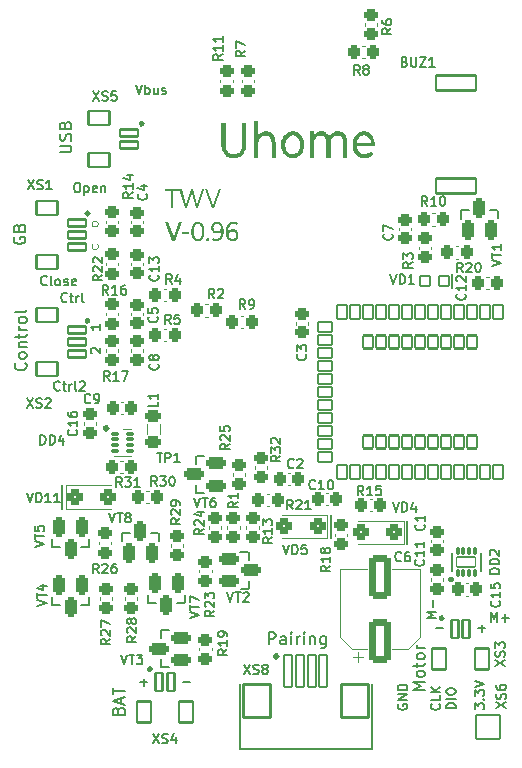
<source format=gto>
G04 #@! TF.GenerationSoftware,KiCad,Pcbnew,8.0.1*
G04 #@! TF.CreationDate,2024-04-04T12:49:37+03:00*
G04 #@! TF.ProjectId,TWV,5457562e-6b69-4636-9164-5f7063625858,V-0.96*
G04 #@! TF.SameCoordinates,Original*
G04 #@! TF.FileFunction,Legend,Top*
G04 #@! TF.FilePolarity,Positive*
%FSLAX46Y46*%
G04 Gerber Fmt 4.6, Leading zero omitted, Abs format (unit mm)*
G04 Created by KiCad (PCBNEW 8.0.1) date 2024-04-04 12:49:37*
%MOMM*%
%LPD*%
G01*
G04 APERTURE LIST*
G04 Aperture macros list*
%AMRoundRect*
0 Rectangle with rounded corners*
0 $1 Rounding radius*
0 $2 $3 $4 $5 $6 $7 $8 $9 X,Y pos of 4 corners*
0 Add a 4 corners polygon primitive as box body*
4,1,4,$2,$3,$4,$5,$6,$7,$8,$9,$2,$3,0*
0 Add four circle primitives for the rounded corners*
1,1,$1+$1,$2,$3*
1,1,$1+$1,$4,$5*
1,1,$1+$1,$6,$7*
1,1,$1+$1,$8,$9*
0 Add four rect primitives between the rounded corners*
20,1,$1+$1,$2,$3,$4,$5,0*
20,1,$1+$1,$4,$5,$6,$7,0*
20,1,$1+$1,$6,$7,$8,$9,0*
20,1,$1+$1,$8,$9,$2,$3,0*%
G04 Aperture macros list end*
%ADD10C,0.200000*%
%ADD11C,0.100000*%
%ADD12C,0.300000*%
%ADD13C,0.120000*%
%ADD14RoundRect,0.101600X-0.400000X0.600000X-0.400000X-0.600000X0.400000X-0.600000X0.400000X0.600000X0*%
%ADD15RoundRect,0.101600X-0.600000X-0.400000X0.600000X-0.400000X0.600000X0.400000X-0.600000X0.400000X0*%
%ADD16RoundRect,0.101600X-0.400000X0.550000X-0.400000X-0.550000X0.400000X-0.550000X0.400000X0.550000X0*%
%ADD17RoundRect,0.101600X-0.775000X0.300000X-0.775000X-0.300000X0.775000X-0.300000X0.775000X0.300000X0*%
%ADD18RoundRect,0.101600X-0.900000X0.600000X-0.900000X-0.600000X0.900000X-0.600000X0.900000X0.600000X0*%
%ADD19RoundRect,0.250000X0.325000X-0.250000X0.325000X0.250000X-0.325000X0.250000X-0.325000X-0.250000X0*%
%ADD20RoundRect,0.250000X-0.250000X-0.325000X0.250000X-0.325000X0.250000X0.325000X-0.250000X0.325000X0*%
%ADD21RoundRect,0.250000X-0.250000X0.587500X-0.250000X-0.587500X0.250000X-0.587500X0.250000X0.587500X0*%
%ADD22RoundRect,0.101600X-0.300000X-0.775000X0.300000X-0.775000X0.300000X0.775000X-0.300000X0.775000X0*%
%ADD23RoundRect,0.101600X-0.600000X-0.900000X0.600000X-0.900000X0.600000X0.900000X-0.600000X0.900000X0*%
%ADD24RoundRect,0.275000X0.300000X-0.275000X0.300000X0.275000X-0.300000X0.275000X-0.300000X-0.275000X0*%
%ADD25RoundRect,0.275000X-0.300000X0.275000X-0.300000X-0.275000X0.300000X-0.275000X0.300000X0.275000X0*%
%ADD26RoundRect,0.250000X-0.325000X0.250000X-0.325000X-0.250000X0.325000X-0.250000X0.325000X0.250000X0*%
%ADD27RoundRect,0.275000X-0.275000X-0.300000X0.275000X-0.300000X0.275000X0.300000X-0.275000X0.300000X0*%
%ADD28RoundRect,0.101600X-1.700000X0.650000X-1.700000X-0.650000X1.700000X-0.650000X1.700000X0.650000X0*%
%ADD29RoundRect,0.281250X0.618750X-1.568750X0.618750X1.568750X-0.618750X1.568750X-0.618750X-1.568750X0*%
%ADD30RoundRect,0.087500X-0.262500X-0.087500X0.262500X-0.087500X0.262500X0.087500X-0.262500X0.087500X0*%
%ADD31RoundRect,0.250000X0.587500X0.250000X-0.587500X0.250000X-0.587500X-0.250000X0.587500X-0.250000X0*%
%ADD32RoundRect,0.250000X0.250000X0.325000X-0.250000X0.325000X-0.250000X-0.325000X0.250000X-0.325000X0*%
%ADD33RoundRect,0.601600X-0.000010X-0.000010X0.000010X-0.000010X0.000010X0.000010X-0.000010X0.000010X0*%
%ADD34RoundRect,0.250000X0.250000X-0.587500X0.250000X0.587500X-0.250000X0.587500X-0.250000X-0.587500X0*%
%ADD35RoundRect,0.295455X-0.354545X-0.354545X0.354545X-0.354545X0.354545X0.354545X-0.354545X0.354545X0*%
%ADD36RoundRect,0.101600X-0.325000X-1.350000X0.325000X-1.350000X0.325000X1.350000X-0.325000X1.350000X0*%
%ADD37RoundRect,0.101600X-1.150000X-1.400000X1.150000X-1.400000X1.150000X1.400000X-1.150000X1.400000X0*%
%ADD38RoundRect,0.295455X0.354545X0.354545X-0.354545X0.354545X-0.354545X-0.354545X0.354545X-0.354545X0*%
%ADD39RoundRect,0.097500X0.097500X-0.222500X0.097500X0.222500X-0.097500X0.222500X-0.097500X-0.222500X0*%
%ADD40RoundRect,0.070000X0.800000X-0.450000X0.800000X0.450000X-0.800000X0.450000X-0.800000X-0.450000X0*%
%ADD41RoundRect,0.101600X-0.400000X0.400000X-0.400000X-0.400000X0.400000X-0.400000X0.400000X0.400000X0*%
%ADD42RoundRect,0.101600X-0.350000X-0.600000X0.350000X-0.600000X0.350000X0.600000X-0.350000X0.600000X0*%
%ADD43RoundRect,0.101600X-0.400000X-0.600000X0.400000X-0.600000X0.400000X0.600000X-0.400000X0.600000X0*%
%ADD44O,1.211200X2.219200*%
%ADD45RoundRect,0.268750X0.431250X-0.268750X0.431250X0.268750X-0.431250X0.268750X-0.431250X-0.268750X0*%
%ADD46RoundRect,0.275000X0.275000X0.300000X-0.275000X0.300000X-0.275000X-0.300000X0.275000X-0.300000X0*%
%ADD47RoundRect,0.101600X-1.000000X1.000000X-1.000000X-1.000000X1.000000X-1.000000X1.000000X1.000000X0*%
%ADD48C,2.203200*%
%ADD49RoundRect,0.250000X-0.587500X-0.250000X0.587500X-0.250000X0.587500X0.250000X-0.587500X0.250000X0*%
G04 APERTURE END LIST*
D10*
X55609999Y-88896942D02*
X56209999Y-88896942D01*
X84809999Y-84296942D02*
X84209999Y-84296942D01*
X84509999Y-84596942D02*
X84509999Y-83996942D01*
X81209999Y-84296942D02*
X80609999Y-84296942D01*
X59209999Y-88896942D02*
X59809999Y-88896942D01*
X55909999Y-88596942D02*
X55909999Y-89196942D01*
X48789195Y-64112445D02*
X48751099Y-64150541D01*
X48751099Y-64150541D02*
X48636814Y-64188636D01*
X48636814Y-64188636D02*
X48560623Y-64188636D01*
X48560623Y-64188636D02*
X48446337Y-64150541D01*
X48446337Y-64150541D02*
X48370147Y-64074350D01*
X48370147Y-64074350D02*
X48332052Y-63998160D01*
X48332052Y-63998160D02*
X48293956Y-63845779D01*
X48293956Y-63845779D02*
X48293956Y-63731493D01*
X48293956Y-63731493D02*
X48332052Y-63579112D01*
X48332052Y-63579112D02*
X48370147Y-63502921D01*
X48370147Y-63502921D02*
X48446337Y-63426731D01*
X48446337Y-63426731D02*
X48560623Y-63388636D01*
X48560623Y-63388636D02*
X48636814Y-63388636D01*
X48636814Y-63388636D02*
X48751099Y-63426731D01*
X48751099Y-63426731D02*
X48789195Y-63464826D01*
X49017766Y-63655302D02*
X49322528Y-63655302D01*
X49132052Y-63388636D02*
X49132052Y-64074350D01*
X49132052Y-64074350D02*
X49170147Y-64150541D01*
X49170147Y-64150541D02*
X49246337Y-64188636D01*
X49246337Y-64188636D02*
X49322528Y-64188636D01*
X49589195Y-64188636D02*
X49589195Y-63655302D01*
X49589195Y-63807683D02*
X49627290Y-63731493D01*
X49627290Y-63731493D02*
X49665385Y-63693398D01*
X49665385Y-63693398D02*
X49741576Y-63655302D01*
X49741576Y-63655302D02*
X49817766Y-63655302D01*
X50198718Y-64188636D02*
X50122528Y-64150541D01*
X50122528Y-64150541D02*
X50084433Y-64074350D01*
X50084433Y-64074350D02*
X50084433Y-63388636D01*
X50465385Y-63464826D02*
X50503481Y-63426731D01*
X50503481Y-63426731D02*
X50579671Y-63388636D01*
X50579671Y-63388636D02*
X50770147Y-63388636D01*
X50770147Y-63388636D02*
X50846338Y-63426731D01*
X50846338Y-63426731D02*
X50884433Y-63464826D01*
X50884433Y-63464826D02*
X50922528Y-63541017D01*
X50922528Y-63541017D02*
X50922528Y-63617207D01*
X50922528Y-63617207D02*
X50884433Y-63731493D01*
X50884433Y-63731493D02*
X50427290Y-64188636D01*
X50427290Y-64188636D02*
X50922528Y-64188636D01*
X51477883Y-61012982D02*
X51439788Y-60974886D01*
X51439788Y-60974886D02*
X51401693Y-60898696D01*
X51401693Y-60898696D02*
X51401693Y-60708220D01*
X51401693Y-60708220D02*
X51439788Y-60632029D01*
X51439788Y-60632029D02*
X51477883Y-60593934D01*
X51477883Y-60593934D02*
X51554074Y-60555839D01*
X51554074Y-60555839D02*
X51630264Y-60555839D01*
X51630264Y-60555839D02*
X51744550Y-60593934D01*
X51744550Y-60593934D02*
X52201693Y-61051077D01*
X52201693Y-61051077D02*
X52201693Y-60555839D01*
X52201693Y-58574886D02*
X52201693Y-59032029D01*
X52201693Y-58803457D02*
X51401693Y-58803457D01*
X51401693Y-58803457D02*
X51515978Y-58879648D01*
X51515978Y-58879648D02*
X51592169Y-58955838D01*
X51592169Y-58955838D02*
X51630264Y-59032029D01*
X55217766Y-38288636D02*
X55484433Y-39088636D01*
X55484433Y-39088636D02*
X55751099Y-38288636D01*
X56017766Y-39088636D02*
X56017766Y-38288636D01*
X56017766Y-38593398D02*
X56093956Y-38555302D01*
X56093956Y-38555302D02*
X56246337Y-38555302D01*
X56246337Y-38555302D02*
X56322528Y-38593398D01*
X56322528Y-38593398D02*
X56360623Y-38631493D01*
X56360623Y-38631493D02*
X56398718Y-38707683D01*
X56398718Y-38707683D02*
X56398718Y-38936255D01*
X56398718Y-38936255D02*
X56360623Y-39012445D01*
X56360623Y-39012445D02*
X56322528Y-39050541D01*
X56322528Y-39050541D02*
X56246337Y-39088636D01*
X56246337Y-39088636D02*
X56093956Y-39088636D01*
X56093956Y-39088636D02*
X56017766Y-39050541D01*
X57084433Y-38555302D02*
X57084433Y-39088636D01*
X56741576Y-38555302D02*
X56741576Y-38974350D01*
X56741576Y-38974350D02*
X56779671Y-39050541D01*
X56779671Y-39050541D02*
X56855861Y-39088636D01*
X56855861Y-39088636D02*
X56970147Y-39088636D01*
X56970147Y-39088636D02*
X57046338Y-39050541D01*
X57046338Y-39050541D02*
X57084433Y-39012445D01*
X57427290Y-39050541D02*
X57503481Y-39088636D01*
X57503481Y-39088636D02*
X57655862Y-39088636D01*
X57655862Y-39088636D02*
X57732052Y-39050541D01*
X57732052Y-39050541D02*
X57770148Y-38974350D01*
X57770148Y-38974350D02*
X57770148Y-38936255D01*
X57770148Y-38936255D02*
X57732052Y-38860064D01*
X57732052Y-38860064D02*
X57655862Y-38821969D01*
X57655862Y-38821969D02*
X57541576Y-38821969D01*
X57541576Y-38821969D02*
X57465386Y-38783874D01*
X57465386Y-38783874D02*
X57427290Y-38707683D01*
X57427290Y-38707683D02*
X57427290Y-38669588D01*
X57427290Y-38669588D02*
X57465386Y-38593398D01*
X57465386Y-38593398D02*
X57541576Y-38555302D01*
X57541576Y-38555302D02*
X57655862Y-38555302D01*
X57655862Y-38555302D02*
X57732052Y-38593398D01*
X66479671Y-85664160D02*
X66479671Y-84664160D01*
X66479671Y-84664160D02*
X66860623Y-84664160D01*
X66860623Y-84664160D02*
X66955861Y-84711779D01*
X66955861Y-84711779D02*
X67003480Y-84759398D01*
X67003480Y-84759398D02*
X67051099Y-84854636D01*
X67051099Y-84854636D02*
X67051099Y-84997493D01*
X67051099Y-84997493D02*
X67003480Y-85092731D01*
X67003480Y-85092731D02*
X66955861Y-85140350D01*
X66955861Y-85140350D02*
X66860623Y-85187969D01*
X66860623Y-85187969D02*
X66479671Y-85187969D01*
X67908242Y-85664160D02*
X67908242Y-85140350D01*
X67908242Y-85140350D02*
X67860623Y-85045112D01*
X67860623Y-85045112D02*
X67765385Y-84997493D01*
X67765385Y-84997493D02*
X67574909Y-84997493D01*
X67574909Y-84997493D02*
X67479671Y-85045112D01*
X67908242Y-85616541D02*
X67813004Y-85664160D01*
X67813004Y-85664160D02*
X67574909Y-85664160D01*
X67574909Y-85664160D02*
X67479671Y-85616541D01*
X67479671Y-85616541D02*
X67432052Y-85521302D01*
X67432052Y-85521302D02*
X67432052Y-85426064D01*
X67432052Y-85426064D02*
X67479671Y-85330826D01*
X67479671Y-85330826D02*
X67574909Y-85283207D01*
X67574909Y-85283207D02*
X67813004Y-85283207D01*
X67813004Y-85283207D02*
X67908242Y-85235588D01*
X68384433Y-85664160D02*
X68384433Y-84997493D01*
X68384433Y-84664160D02*
X68336814Y-84711779D01*
X68336814Y-84711779D02*
X68384433Y-84759398D01*
X68384433Y-84759398D02*
X68432052Y-84711779D01*
X68432052Y-84711779D02*
X68384433Y-84664160D01*
X68384433Y-84664160D02*
X68384433Y-84759398D01*
X68860623Y-85664160D02*
X68860623Y-84997493D01*
X68860623Y-85187969D02*
X68908242Y-85092731D01*
X68908242Y-85092731D02*
X68955861Y-85045112D01*
X68955861Y-85045112D02*
X69051099Y-84997493D01*
X69051099Y-84997493D02*
X69146337Y-84997493D01*
X69479671Y-85664160D02*
X69479671Y-84997493D01*
X69479671Y-84664160D02*
X69432052Y-84711779D01*
X69432052Y-84711779D02*
X69479671Y-84759398D01*
X69479671Y-84759398D02*
X69527290Y-84711779D01*
X69527290Y-84711779D02*
X69479671Y-84664160D01*
X69479671Y-84664160D02*
X69479671Y-84759398D01*
X69955861Y-84997493D02*
X69955861Y-85664160D01*
X69955861Y-85092731D02*
X70003480Y-85045112D01*
X70003480Y-85045112D02*
X70098718Y-84997493D01*
X70098718Y-84997493D02*
X70241575Y-84997493D01*
X70241575Y-84997493D02*
X70336813Y-85045112D01*
X70336813Y-85045112D02*
X70384432Y-85140350D01*
X70384432Y-85140350D02*
X70384432Y-85664160D01*
X71289194Y-84997493D02*
X71289194Y-85807017D01*
X71289194Y-85807017D02*
X71241575Y-85902255D01*
X71241575Y-85902255D02*
X71193956Y-85949874D01*
X71193956Y-85949874D02*
X71098718Y-85997493D01*
X71098718Y-85997493D02*
X70955861Y-85997493D01*
X70955861Y-85997493D02*
X70860623Y-85949874D01*
X71289194Y-85616541D02*
X71193956Y-85664160D01*
X71193956Y-85664160D02*
X71003480Y-85664160D01*
X71003480Y-85664160D02*
X70908242Y-85616541D01*
X70908242Y-85616541D02*
X70860623Y-85568921D01*
X70860623Y-85568921D02*
X70813004Y-85473683D01*
X70813004Y-85473683D02*
X70813004Y-85187969D01*
X70813004Y-85187969D02*
X70860623Y-85092731D01*
X70860623Y-85092731D02*
X70908242Y-85045112D01*
X70908242Y-85045112D02*
X71003480Y-84997493D01*
X71003480Y-84997493D02*
X71193956Y-84997493D01*
X71193956Y-84997493D02*
X71289194Y-85045112D01*
X50184433Y-46588636D02*
X50336814Y-46588636D01*
X50336814Y-46588636D02*
X50413004Y-46626731D01*
X50413004Y-46626731D02*
X50489195Y-46702921D01*
X50489195Y-46702921D02*
X50527290Y-46855302D01*
X50527290Y-46855302D02*
X50527290Y-47121969D01*
X50527290Y-47121969D02*
X50489195Y-47274350D01*
X50489195Y-47274350D02*
X50413004Y-47350541D01*
X50413004Y-47350541D02*
X50336814Y-47388636D01*
X50336814Y-47388636D02*
X50184433Y-47388636D01*
X50184433Y-47388636D02*
X50108242Y-47350541D01*
X50108242Y-47350541D02*
X50032052Y-47274350D01*
X50032052Y-47274350D02*
X49993956Y-47121969D01*
X49993956Y-47121969D02*
X49993956Y-46855302D01*
X49993956Y-46855302D02*
X50032052Y-46702921D01*
X50032052Y-46702921D02*
X50108242Y-46626731D01*
X50108242Y-46626731D02*
X50184433Y-46588636D01*
X50870147Y-46855302D02*
X50870147Y-47655302D01*
X50870147Y-46893398D02*
X50946337Y-46855302D01*
X50946337Y-46855302D02*
X51098718Y-46855302D01*
X51098718Y-46855302D02*
X51174909Y-46893398D01*
X51174909Y-46893398D02*
X51213004Y-46931493D01*
X51213004Y-46931493D02*
X51251099Y-47007683D01*
X51251099Y-47007683D02*
X51251099Y-47236255D01*
X51251099Y-47236255D02*
X51213004Y-47312445D01*
X51213004Y-47312445D02*
X51174909Y-47350541D01*
X51174909Y-47350541D02*
X51098718Y-47388636D01*
X51098718Y-47388636D02*
X50946337Y-47388636D01*
X50946337Y-47388636D02*
X50870147Y-47350541D01*
X51898719Y-47350541D02*
X51822528Y-47388636D01*
X51822528Y-47388636D02*
X51670147Y-47388636D01*
X51670147Y-47388636D02*
X51593957Y-47350541D01*
X51593957Y-47350541D02*
X51555861Y-47274350D01*
X51555861Y-47274350D02*
X51555861Y-46969588D01*
X51555861Y-46969588D02*
X51593957Y-46893398D01*
X51593957Y-46893398D02*
X51670147Y-46855302D01*
X51670147Y-46855302D02*
X51822528Y-46855302D01*
X51822528Y-46855302D02*
X51898719Y-46893398D01*
X51898719Y-46893398D02*
X51936814Y-46969588D01*
X51936814Y-46969588D02*
X51936814Y-47045779D01*
X51936814Y-47045779D02*
X51555861Y-47121969D01*
X52279671Y-46855302D02*
X52279671Y-47388636D01*
X52279671Y-46931493D02*
X52317766Y-46893398D01*
X52317766Y-46893398D02*
X52393956Y-46855302D01*
X52393956Y-46855302D02*
X52508242Y-46855302D01*
X52508242Y-46855302D02*
X52584433Y-46893398D01*
X52584433Y-46893398D02*
X52622528Y-46969588D01*
X52622528Y-46969588D02*
X52622528Y-47388636D01*
X48777217Y-44027267D02*
X49586740Y-44027267D01*
X49586740Y-44027267D02*
X49681978Y-43979648D01*
X49681978Y-43979648D02*
X49729598Y-43932029D01*
X49729598Y-43932029D02*
X49777217Y-43836791D01*
X49777217Y-43836791D02*
X49777217Y-43646315D01*
X49777217Y-43646315D02*
X49729598Y-43551077D01*
X49729598Y-43551077D02*
X49681978Y-43503458D01*
X49681978Y-43503458D02*
X49586740Y-43455839D01*
X49586740Y-43455839D02*
X48777217Y-43455839D01*
X49729598Y-43027267D02*
X49777217Y-42884410D01*
X49777217Y-42884410D02*
X49777217Y-42646315D01*
X49777217Y-42646315D02*
X49729598Y-42551077D01*
X49729598Y-42551077D02*
X49681978Y-42503458D01*
X49681978Y-42503458D02*
X49586740Y-42455839D01*
X49586740Y-42455839D02*
X49491502Y-42455839D01*
X49491502Y-42455839D02*
X49396264Y-42503458D01*
X49396264Y-42503458D02*
X49348645Y-42551077D01*
X49348645Y-42551077D02*
X49301026Y-42646315D01*
X49301026Y-42646315D02*
X49253407Y-42836791D01*
X49253407Y-42836791D02*
X49205788Y-42932029D01*
X49205788Y-42932029D02*
X49158169Y-42979648D01*
X49158169Y-42979648D02*
X49062931Y-43027267D01*
X49062931Y-43027267D02*
X48967693Y-43027267D01*
X48967693Y-43027267D02*
X48872455Y-42979648D01*
X48872455Y-42979648D02*
X48824836Y-42932029D01*
X48824836Y-42932029D02*
X48777217Y-42836791D01*
X48777217Y-42836791D02*
X48777217Y-42598696D01*
X48777217Y-42598696D02*
X48824836Y-42455839D01*
X49253407Y-41693934D02*
X49301026Y-41551077D01*
X49301026Y-41551077D02*
X49348645Y-41503458D01*
X49348645Y-41503458D02*
X49443883Y-41455839D01*
X49443883Y-41455839D02*
X49586740Y-41455839D01*
X49586740Y-41455839D02*
X49681978Y-41503458D01*
X49681978Y-41503458D02*
X49729598Y-41551077D01*
X49729598Y-41551077D02*
X49777217Y-41646315D01*
X49777217Y-41646315D02*
X49777217Y-42027267D01*
X49777217Y-42027267D02*
X48777217Y-42027267D01*
X48777217Y-42027267D02*
X48777217Y-41693934D01*
X48777217Y-41693934D02*
X48824836Y-41598696D01*
X48824836Y-41598696D02*
X48872455Y-41551077D01*
X48872455Y-41551077D02*
X48967693Y-41503458D01*
X48967693Y-41503458D02*
X49062931Y-41503458D01*
X49062931Y-41503458D02*
X49158169Y-41551077D01*
X49158169Y-41551077D02*
X49205788Y-41598696D01*
X49205788Y-41598696D02*
X49253407Y-41693934D01*
X49253407Y-41693934D02*
X49253407Y-42027267D01*
X77439788Y-90755839D02*
X77401693Y-90832029D01*
X77401693Y-90832029D02*
X77401693Y-90946315D01*
X77401693Y-90946315D02*
X77439788Y-91060601D01*
X77439788Y-91060601D02*
X77515978Y-91136791D01*
X77515978Y-91136791D02*
X77592169Y-91174886D01*
X77592169Y-91174886D02*
X77744550Y-91212982D01*
X77744550Y-91212982D02*
X77858836Y-91212982D01*
X77858836Y-91212982D02*
X78011217Y-91174886D01*
X78011217Y-91174886D02*
X78087407Y-91136791D01*
X78087407Y-91136791D02*
X78163598Y-91060601D01*
X78163598Y-91060601D02*
X78201693Y-90946315D01*
X78201693Y-90946315D02*
X78201693Y-90870124D01*
X78201693Y-90870124D02*
X78163598Y-90755839D01*
X78163598Y-90755839D02*
X78125502Y-90717743D01*
X78125502Y-90717743D02*
X77858836Y-90717743D01*
X77858836Y-90717743D02*
X77858836Y-90870124D01*
X78201693Y-90374886D02*
X77401693Y-90374886D01*
X77401693Y-90374886D02*
X78201693Y-89917743D01*
X78201693Y-89917743D02*
X77401693Y-89917743D01*
X78201693Y-89536791D02*
X77401693Y-89536791D01*
X77401693Y-89536791D02*
X77401693Y-89346315D01*
X77401693Y-89346315D02*
X77439788Y-89232029D01*
X77439788Y-89232029D02*
X77515978Y-89155839D01*
X77515978Y-89155839D02*
X77592169Y-89117744D01*
X77592169Y-89117744D02*
X77744550Y-89079648D01*
X77744550Y-89079648D02*
X77858836Y-89079648D01*
X77858836Y-89079648D02*
X78011217Y-89117744D01*
X78011217Y-89117744D02*
X78087407Y-89155839D01*
X78087407Y-89155839D02*
X78163598Y-89232029D01*
X78163598Y-89232029D02*
X78201693Y-89346315D01*
X78201693Y-89346315D02*
X78201693Y-89536791D01*
D11*
X51968799Y-51797819D02*
X52006894Y-51874010D01*
X52006894Y-51874010D02*
X52006894Y-52026391D01*
X52006894Y-52026391D02*
X51968799Y-52102581D01*
X51968799Y-52102581D02*
X51930703Y-52140676D01*
X51930703Y-52140676D02*
X51854513Y-52178772D01*
X51854513Y-52178772D02*
X51625941Y-52178772D01*
X51625941Y-52178772D02*
X51549751Y-52140676D01*
X51549751Y-52140676D02*
X51511656Y-52102581D01*
X51511656Y-52102581D02*
X51473560Y-52026391D01*
X51473560Y-52026391D02*
X51473560Y-51874010D01*
X51473560Y-51874010D02*
X51511656Y-51797819D01*
X52006894Y-50121629D02*
X51968799Y-50197819D01*
X51968799Y-50197819D02*
X51930703Y-50235914D01*
X51930703Y-50235914D02*
X51854513Y-50274010D01*
X51854513Y-50274010D02*
X51625941Y-50274010D01*
X51625941Y-50274010D02*
X51549751Y-50235914D01*
X51549751Y-50235914D02*
X51511656Y-50197819D01*
X51511656Y-50197819D02*
X51473560Y-50121629D01*
X51473560Y-50121629D02*
X51473560Y-50007343D01*
X51473560Y-50007343D02*
X51511656Y-49931152D01*
X51511656Y-49931152D02*
X51549751Y-49893057D01*
X51549751Y-49893057D02*
X51625941Y-49854962D01*
X51625941Y-49854962D02*
X51854513Y-49854962D01*
X51854513Y-49854962D02*
X51930703Y-49893057D01*
X51930703Y-49893057D02*
X51968799Y-49931152D01*
X51968799Y-49931152D02*
X52006894Y-50007343D01*
X52006894Y-50007343D02*
X52006894Y-50121629D01*
D10*
X80925502Y-90717743D02*
X80963598Y-90755839D01*
X80963598Y-90755839D02*
X81001693Y-90870124D01*
X81001693Y-90870124D02*
X81001693Y-90946315D01*
X81001693Y-90946315D02*
X80963598Y-91060601D01*
X80963598Y-91060601D02*
X80887407Y-91136791D01*
X80887407Y-91136791D02*
X80811217Y-91174886D01*
X80811217Y-91174886D02*
X80658836Y-91212982D01*
X80658836Y-91212982D02*
X80544550Y-91212982D01*
X80544550Y-91212982D02*
X80392169Y-91174886D01*
X80392169Y-91174886D02*
X80315978Y-91136791D01*
X80315978Y-91136791D02*
X80239788Y-91060601D01*
X80239788Y-91060601D02*
X80201693Y-90946315D01*
X80201693Y-90946315D02*
X80201693Y-90870124D01*
X80201693Y-90870124D02*
X80239788Y-90755839D01*
X80239788Y-90755839D02*
X80277883Y-90717743D01*
X81001693Y-89993934D02*
X81001693Y-90374886D01*
X81001693Y-90374886D02*
X80201693Y-90374886D01*
X81001693Y-89727267D02*
X80201693Y-89727267D01*
X81001693Y-89270124D02*
X80544550Y-89612982D01*
X80201693Y-89270124D02*
X80658836Y-89727267D01*
X49389195Y-56612445D02*
X49351099Y-56650541D01*
X49351099Y-56650541D02*
X49236814Y-56688636D01*
X49236814Y-56688636D02*
X49160623Y-56688636D01*
X49160623Y-56688636D02*
X49046337Y-56650541D01*
X49046337Y-56650541D02*
X48970147Y-56574350D01*
X48970147Y-56574350D02*
X48932052Y-56498160D01*
X48932052Y-56498160D02*
X48893956Y-56345779D01*
X48893956Y-56345779D02*
X48893956Y-56231493D01*
X48893956Y-56231493D02*
X48932052Y-56079112D01*
X48932052Y-56079112D02*
X48970147Y-56002921D01*
X48970147Y-56002921D02*
X49046337Y-55926731D01*
X49046337Y-55926731D02*
X49160623Y-55888636D01*
X49160623Y-55888636D02*
X49236814Y-55888636D01*
X49236814Y-55888636D02*
X49351099Y-55926731D01*
X49351099Y-55926731D02*
X49389195Y-55964826D01*
X49617766Y-56155302D02*
X49922528Y-56155302D01*
X49732052Y-55888636D02*
X49732052Y-56574350D01*
X49732052Y-56574350D02*
X49770147Y-56650541D01*
X49770147Y-56650541D02*
X49846337Y-56688636D01*
X49846337Y-56688636D02*
X49922528Y-56688636D01*
X50189195Y-56688636D02*
X50189195Y-56155302D01*
X50189195Y-56307683D02*
X50227290Y-56231493D01*
X50227290Y-56231493D02*
X50265385Y-56193398D01*
X50265385Y-56193398D02*
X50341576Y-56155302D01*
X50341576Y-56155302D02*
X50417766Y-56155302D01*
X50798718Y-56688636D02*
X50722528Y-56650541D01*
X50722528Y-56650541D02*
X50684433Y-56574350D01*
X50684433Y-56574350D02*
X50684433Y-55888636D01*
X79677217Y-89527267D02*
X78677217Y-89527267D01*
X78677217Y-89527267D02*
X79391502Y-89193934D01*
X79391502Y-89193934D02*
X78677217Y-88860601D01*
X78677217Y-88860601D02*
X79677217Y-88860601D01*
X79677217Y-88241553D02*
X79629598Y-88336791D01*
X79629598Y-88336791D02*
X79581978Y-88384410D01*
X79581978Y-88384410D02*
X79486740Y-88432029D01*
X79486740Y-88432029D02*
X79201026Y-88432029D01*
X79201026Y-88432029D02*
X79105788Y-88384410D01*
X79105788Y-88384410D02*
X79058169Y-88336791D01*
X79058169Y-88336791D02*
X79010550Y-88241553D01*
X79010550Y-88241553D02*
X79010550Y-88098696D01*
X79010550Y-88098696D02*
X79058169Y-88003458D01*
X79058169Y-88003458D02*
X79105788Y-87955839D01*
X79105788Y-87955839D02*
X79201026Y-87908220D01*
X79201026Y-87908220D02*
X79486740Y-87908220D01*
X79486740Y-87908220D02*
X79581978Y-87955839D01*
X79581978Y-87955839D02*
X79629598Y-88003458D01*
X79629598Y-88003458D02*
X79677217Y-88098696D01*
X79677217Y-88098696D02*
X79677217Y-88241553D01*
X79010550Y-87622505D02*
X79010550Y-87241553D01*
X78677217Y-87479648D02*
X79534359Y-87479648D01*
X79534359Y-87479648D02*
X79629598Y-87432029D01*
X79629598Y-87432029D02*
X79677217Y-87336791D01*
X79677217Y-87336791D02*
X79677217Y-87241553D01*
X79677217Y-86765362D02*
X79629598Y-86860600D01*
X79629598Y-86860600D02*
X79581978Y-86908219D01*
X79581978Y-86908219D02*
X79486740Y-86955838D01*
X79486740Y-86955838D02*
X79201026Y-86955838D01*
X79201026Y-86955838D02*
X79105788Y-86908219D01*
X79105788Y-86908219D02*
X79058169Y-86860600D01*
X79058169Y-86860600D02*
X79010550Y-86765362D01*
X79010550Y-86765362D02*
X79010550Y-86622505D01*
X79010550Y-86622505D02*
X79058169Y-86527267D01*
X79058169Y-86527267D02*
X79105788Y-86479648D01*
X79105788Y-86479648D02*
X79201026Y-86432029D01*
X79201026Y-86432029D02*
X79486740Y-86432029D01*
X79486740Y-86432029D02*
X79581978Y-86479648D01*
X79581978Y-86479648D02*
X79629598Y-86527267D01*
X79629598Y-86527267D02*
X79677217Y-86622505D01*
X79677217Y-86622505D02*
X79677217Y-86765362D01*
X79677217Y-86003457D02*
X79010550Y-86003457D01*
X79201026Y-86003457D02*
X79105788Y-85955838D01*
X79105788Y-85955838D02*
X79058169Y-85908219D01*
X79058169Y-85908219D02*
X79010550Y-85812981D01*
X79010550Y-85812981D02*
X79010550Y-85717743D01*
X82301693Y-91074886D02*
X81501693Y-91074886D01*
X81501693Y-91074886D02*
X81501693Y-90884410D01*
X81501693Y-90884410D02*
X81539788Y-90770124D01*
X81539788Y-90770124D02*
X81615978Y-90693934D01*
X81615978Y-90693934D02*
X81692169Y-90655839D01*
X81692169Y-90655839D02*
X81844550Y-90617743D01*
X81844550Y-90617743D02*
X81958836Y-90617743D01*
X81958836Y-90617743D02*
X82111217Y-90655839D01*
X82111217Y-90655839D02*
X82187407Y-90693934D01*
X82187407Y-90693934D02*
X82263598Y-90770124D01*
X82263598Y-90770124D02*
X82301693Y-90884410D01*
X82301693Y-90884410D02*
X82301693Y-91074886D01*
X82301693Y-90274886D02*
X81501693Y-90274886D01*
X81501693Y-89741553D02*
X81501693Y-89589172D01*
X81501693Y-89589172D02*
X81539788Y-89512982D01*
X81539788Y-89512982D02*
X81615978Y-89436791D01*
X81615978Y-89436791D02*
X81768359Y-89398696D01*
X81768359Y-89398696D02*
X82035026Y-89398696D01*
X82035026Y-89398696D02*
X82187407Y-89436791D01*
X82187407Y-89436791D02*
X82263598Y-89512982D01*
X82263598Y-89512982D02*
X82301693Y-89589172D01*
X82301693Y-89589172D02*
X82301693Y-89741553D01*
X82301693Y-89741553D02*
X82263598Y-89817744D01*
X82263598Y-89817744D02*
X82187407Y-89893934D01*
X82187407Y-89893934D02*
X82035026Y-89932030D01*
X82035026Y-89932030D02*
X81768359Y-89932030D01*
X81768359Y-89932030D02*
X81615978Y-89893934D01*
X81615978Y-89893934D02*
X81539788Y-89817744D01*
X81539788Y-89817744D02*
X81501693Y-89741553D01*
X44924836Y-51203458D02*
X44877217Y-51298696D01*
X44877217Y-51298696D02*
X44877217Y-51441553D01*
X44877217Y-51441553D02*
X44924836Y-51584410D01*
X44924836Y-51584410D02*
X45020074Y-51679648D01*
X45020074Y-51679648D02*
X45115312Y-51727267D01*
X45115312Y-51727267D02*
X45305788Y-51774886D01*
X45305788Y-51774886D02*
X45448645Y-51774886D01*
X45448645Y-51774886D02*
X45639121Y-51727267D01*
X45639121Y-51727267D02*
X45734359Y-51679648D01*
X45734359Y-51679648D02*
X45829598Y-51584410D01*
X45829598Y-51584410D02*
X45877217Y-51441553D01*
X45877217Y-51441553D02*
X45877217Y-51346315D01*
X45877217Y-51346315D02*
X45829598Y-51203458D01*
X45829598Y-51203458D02*
X45781978Y-51155839D01*
X45781978Y-51155839D02*
X45448645Y-51155839D01*
X45448645Y-51155839D02*
X45448645Y-51346315D01*
X45353407Y-50393934D02*
X45401026Y-50251077D01*
X45401026Y-50251077D02*
X45448645Y-50203458D01*
X45448645Y-50203458D02*
X45543883Y-50155839D01*
X45543883Y-50155839D02*
X45686740Y-50155839D01*
X45686740Y-50155839D02*
X45781978Y-50203458D01*
X45781978Y-50203458D02*
X45829598Y-50251077D01*
X45829598Y-50251077D02*
X45877217Y-50346315D01*
X45877217Y-50346315D02*
X45877217Y-50727267D01*
X45877217Y-50727267D02*
X44877217Y-50727267D01*
X44877217Y-50727267D02*
X44877217Y-50393934D01*
X44877217Y-50393934D02*
X44924836Y-50298696D01*
X44924836Y-50298696D02*
X44972455Y-50251077D01*
X44972455Y-50251077D02*
X45067693Y-50203458D01*
X45067693Y-50203458D02*
X45162931Y-50203458D01*
X45162931Y-50203458D02*
X45258169Y-50251077D01*
X45258169Y-50251077D02*
X45305788Y-50298696D01*
X45305788Y-50298696D02*
X45353407Y-50393934D01*
X45353407Y-50393934D02*
X45353407Y-50727267D01*
X47689195Y-55212445D02*
X47651099Y-55250541D01*
X47651099Y-55250541D02*
X47536814Y-55288636D01*
X47536814Y-55288636D02*
X47460623Y-55288636D01*
X47460623Y-55288636D02*
X47346337Y-55250541D01*
X47346337Y-55250541D02*
X47270147Y-55174350D01*
X47270147Y-55174350D02*
X47232052Y-55098160D01*
X47232052Y-55098160D02*
X47193956Y-54945779D01*
X47193956Y-54945779D02*
X47193956Y-54831493D01*
X47193956Y-54831493D02*
X47232052Y-54679112D01*
X47232052Y-54679112D02*
X47270147Y-54602921D01*
X47270147Y-54602921D02*
X47346337Y-54526731D01*
X47346337Y-54526731D02*
X47460623Y-54488636D01*
X47460623Y-54488636D02*
X47536814Y-54488636D01*
X47536814Y-54488636D02*
X47651099Y-54526731D01*
X47651099Y-54526731D02*
X47689195Y-54564826D01*
X48146337Y-55288636D02*
X48070147Y-55250541D01*
X48070147Y-55250541D02*
X48032052Y-55174350D01*
X48032052Y-55174350D02*
X48032052Y-54488636D01*
X48565385Y-55288636D02*
X48489195Y-55250541D01*
X48489195Y-55250541D02*
X48451100Y-55212445D01*
X48451100Y-55212445D02*
X48413004Y-55136255D01*
X48413004Y-55136255D02*
X48413004Y-54907683D01*
X48413004Y-54907683D02*
X48451100Y-54831493D01*
X48451100Y-54831493D02*
X48489195Y-54793398D01*
X48489195Y-54793398D02*
X48565385Y-54755302D01*
X48565385Y-54755302D02*
X48679671Y-54755302D01*
X48679671Y-54755302D02*
X48755862Y-54793398D01*
X48755862Y-54793398D02*
X48793957Y-54831493D01*
X48793957Y-54831493D02*
X48832052Y-54907683D01*
X48832052Y-54907683D02*
X48832052Y-55136255D01*
X48832052Y-55136255D02*
X48793957Y-55212445D01*
X48793957Y-55212445D02*
X48755862Y-55250541D01*
X48755862Y-55250541D02*
X48679671Y-55288636D01*
X48679671Y-55288636D02*
X48565385Y-55288636D01*
X49136814Y-55250541D02*
X49213005Y-55288636D01*
X49213005Y-55288636D02*
X49365386Y-55288636D01*
X49365386Y-55288636D02*
X49441576Y-55250541D01*
X49441576Y-55250541D02*
X49479672Y-55174350D01*
X49479672Y-55174350D02*
X49479672Y-55136255D01*
X49479672Y-55136255D02*
X49441576Y-55060064D01*
X49441576Y-55060064D02*
X49365386Y-55021969D01*
X49365386Y-55021969D02*
X49251100Y-55021969D01*
X49251100Y-55021969D02*
X49174910Y-54983874D01*
X49174910Y-54983874D02*
X49136814Y-54907683D01*
X49136814Y-54907683D02*
X49136814Y-54869588D01*
X49136814Y-54869588D02*
X49174910Y-54793398D01*
X49174910Y-54793398D02*
X49251100Y-54755302D01*
X49251100Y-54755302D02*
X49365386Y-54755302D01*
X49365386Y-54755302D02*
X49441576Y-54793398D01*
X50127291Y-55250541D02*
X50051100Y-55288636D01*
X50051100Y-55288636D02*
X49898719Y-55288636D01*
X49898719Y-55288636D02*
X49822529Y-55250541D01*
X49822529Y-55250541D02*
X49784433Y-55174350D01*
X49784433Y-55174350D02*
X49784433Y-54869588D01*
X49784433Y-54869588D02*
X49822529Y-54793398D01*
X49822529Y-54793398D02*
X49898719Y-54755302D01*
X49898719Y-54755302D02*
X50051100Y-54755302D01*
X50051100Y-54755302D02*
X50127291Y-54793398D01*
X50127291Y-54793398D02*
X50165386Y-54869588D01*
X50165386Y-54869588D02*
X50165386Y-54945779D01*
X50165386Y-54945779D02*
X49784433Y-55021969D01*
X83901693Y-91151077D02*
X83901693Y-90655839D01*
X83901693Y-90655839D02*
X84206455Y-90922505D01*
X84206455Y-90922505D02*
X84206455Y-90808220D01*
X84206455Y-90808220D02*
X84244550Y-90732029D01*
X84244550Y-90732029D02*
X84282645Y-90693934D01*
X84282645Y-90693934D02*
X84358836Y-90655839D01*
X84358836Y-90655839D02*
X84549312Y-90655839D01*
X84549312Y-90655839D02*
X84625502Y-90693934D01*
X84625502Y-90693934D02*
X84663598Y-90732029D01*
X84663598Y-90732029D02*
X84701693Y-90808220D01*
X84701693Y-90808220D02*
X84701693Y-91036791D01*
X84701693Y-91036791D02*
X84663598Y-91112982D01*
X84663598Y-91112982D02*
X84625502Y-91151077D01*
X84625502Y-90312981D02*
X84663598Y-90274886D01*
X84663598Y-90274886D02*
X84701693Y-90312981D01*
X84701693Y-90312981D02*
X84663598Y-90351077D01*
X84663598Y-90351077D02*
X84625502Y-90312981D01*
X84625502Y-90312981D02*
X84701693Y-90312981D01*
X83901693Y-90008220D02*
X83901693Y-89512982D01*
X83901693Y-89512982D02*
X84206455Y-89779648D01*
X84206455Y-89779648D02*
X84206455Y-89665363D01*
X84206455Y-89665363D02*
X84244550Y-89589172D01*
X84244550Y-89589172D02*
X84282645Y-89551077D01*
X84282645Y-89551077D02*
X84358836Y-89512982D01*
X84358836Y-89512982D02*
X84549312Y-89512982D01*
X84549312Y-89512982D02*
X84625502Y-89551077D01*
X84625502Y-89551077D02*
X84663598Y-89589172D01*
X84663598Y-89589172D02*
X84701693Y-89665363D01*
X84701693Y-89665363D02*
X84701693Y-89893934D01*
X84701693Y-89893934D02*
X84663598Y-89970125D01*
X84663598Y-89970125D02*
X84625502Y-90008220D01*
X83901693Y-89284410D02*
X84701693Y-89017743D01*
X84701693Y-89017743D02*
X83901693Y-88751077D01*
X53753408Y-91293935D02*
X53801027Y-91151078D01*
X53801027Y-91151078D02*
X53848646Y-91103459D01*
X53848646Y-91103459D02*
X53943884Y-91055840D01*
X53943884Y-91055840D02*
X54086741Y-91055840D01*
X54086741Y-91055840D02*
X54181979Y-91103459D01*
X54181979Y-91103459D02*
X54229599Y-91151078D01*
X54229599Y-91151078D02*
X54277218Y-91246316D01*
X54277218Y-91246316D02*
X54277218Y-91627268D01*
X54277218Y-91627268D02*
X53277218Y-91627268D01*
X53277218Y-91627268D02*
X53277218Y-91293935D01*
X53277218Y-91293935D02*
X53324837Y-91198697D01*
X53324837Y-91198697D02*
X53372456Y-91151078D01*
X53372456Y-91151078D02*
X53467694Y-91103459D01*
X53467694Y-91103459D02*
X53562932Y-91103459D01*
X53562932Y-91103459D02*
X53658170Y-91151078D01*
X53658170Y-91151078D02*
X53705789Y-91198697D01*
X53705789Y-91198697D02*
X53753408Y-91293935D01*
X53753408Y-91293935D02*
X53753408Y-91627268D01*
X53991503Y-90674887D02*
X53991503Y-90198697D01*
X54277218Y-90770125D02*
X53277218Y-90436792D01*
X53277218Y-90436792D02*
X54277218Y-90103459D01*
X53277218Y-89912982D02*
X53277218Y-89341554D01*
X54277218Y-89627268D02*
X53277218Y-89627268D01*
D11*
G36*
X58188372Y-47313386D02*
G01*
X57717862Y-47313386D01*
X57717862Y-47119543D01*
X58852761Y-47119543D01*
X58852761Y-47313386D01*
X58382252Y-47313386D01*
X58382252Y-48744442D01*
X58188372Y-48744442D01*
X58188372Y-47313386D01*
G37*
G36*
X60988176Y-47119543D02*
G01*
X60529635Y-48744442D01*
X60323787Y-48744442D01*
X59949362Y-47450809D01*
X59574938Y-48744442D01*
X59365329Y-48744442D01*
X58906446Y-47119543D01*
X59108532Y-47119543D01*
X59478853Y-48441385D01*
X59864903Y-47119543D01*
X60045448Y-47119543D01*
X60423633Y-48448236D01*
X60801819Y-47119543D01*
X60988176Y-47119543D01*
G37*
G36*
X62447576Y-47119543D02*
G01*
X61845762Y-48744442D01*
X61651882Y-48744442D01*
X61048016Y-47119543D01*
X61259676Y-47119543D01*
X61753780Y-48455490D01*
X62251644Y-47119543D01*
X62447576Y-47119543D01*
G37*
G36*
X59107506Y-49891543D02*
G01*
X58505692Y-51516442D01*
X58311812Y-51516442D01*
X57707946Y-49891543D01*
X57919607Y-49891543D01*
X58413710Y-51227490D01*
X58911575Y-49891543D01*
X59107506Y-49891543D01*
G37*
G36*
X59171791Y-50780965D02*
G01*
X59699062Y-50780965D01*
X59699062Y-50974809D01*
X59171791Y-50974809D01*
X59171791Y-50780965D01*
G37*
G36*
X60546452Y-49883333D02*
G01*
X60620984Y-49900164D01*
X60691157Y-49929237D01*
X60756969Y-49970551D01*
X60764889Y-49976576D01*
X60824772Y-50031107D01*
X60877901Y-50096771D01*
X60918848Y-50163359D01*
X60954626Y-50238471D01*
X60963898Y-50261497D01*
X60992145Y-50346447D01*
X61010834Y-50424541D01*
X61024426Y-50507509D01*
X61032921Y-50595350D01*
X61036319Y-50688066D01*
X61036390Y-50703992D01*
X61033841Y-50797534D01*
X61026196Y-50886230D01*
X61013453Y-50970081D01*
X60995613Y-51049087D01*
X60968358Y-51135136D01*
X60963898Y-51146890D01*
X60929598Y-51224280D01*
X60890128Y-51293185D01*
X60838687Y-51361544D01*
X60780493Y-51418821D01*
X60764889Y-51431408D01*
X60699622Y-51474252D01*
X60629994Y-51504855D01*
X60556007Y-51523217D01*
X60487692Y-51529242D01*
X60477660Y-51529338D01*
X60408318Y-51524651D01*
X60333279Y-51507820D01*
X60262727Y-51478747D01*
X60196663Y-51437433D01*
X60188720Y-51431408D01*
X60128838Y-51376903D01*
X60075709Y-51311314D01*
X60034761Y-51244833D01*
X59998984Y-51169867D01*
X59989711Y-51146890D01*
X59961465Y-51061783D01*
X59942776Y-50983585D01*
X59929184Y-50900542D01*
X59920689Y-50812653D01*
X59917291Y-50719919D01*
X59917220Y-50703992D01*
X60113152Y-50703992D01*
X60115564Y-50796531D01*
X60122802Y-50881966D01*
X60137857Y-50975111D01*
X60159860Y-51058027D01*
X60194312Y-51141833D01*
X60211972Y-51173488D01*
X60258579Y-51236613D01*
X60319739Y-51289772D01*
X60389318Y-51322679D01*
X60457107Y-51334861D01*
X60477660Y-51335494D01*
X60546608Y-51327742D01*
X60617673Y-51299897D01*
X60680489Y-51251801D01*
X60728685Y-51193106D01*
X60741295Y-51173488D01*
X60779934Y-51095649D01*
X60805499Y-51017847D01*
X60824092Y-50929817D01*
X60834260Y-50848644D01*
X60839587Y-50760368D01*
X60840458Y-50703992D01*
X60838037Y-50611453D01*
X60830774Y-50526018D01*
X60815667Y-50432873D01*
X60793588Y-50349958D01*
X60759017Y-50266151D01*
X60741295Y-50234496D01*
X60694904Y-50171371D01*
X60634150Y-50118212D01*
X60565148Y-50085305D01*
X60487896Y-50072648D01*
X60477660Y-50072490D01*
X60408029Y-50080242D01*
X60336344Y-50108087D01*
X60273080Y-50156183D01*
X60224631Y-50214878D01*
X60211972Y-50234496D01*
X60173467Y-50312336D01*
X60147990Y-50390137D01*
X60129461Y-50478167D01*
X60119328Y-50559340D01*
X60114020Y-50647616D01*
X60113152Y-50703992D01*
X59917220Y-50703992D01*
X59919769Y-50610464D01*
X59927414Y-50521811D01*
X59940157Y-50438031D01*
X59957996Y-50359124D01*
X59985251Y-50273227D01*
X59989711Y-50261497D01*
X60024012Y-50183950D01*
X60063482Y-50114926D01*
X60114923Y-50046479D01*
X60173117Y-49989165D01*
X60188720Y-49976576D01*
X60254223Y-49933732D01*
X60324214Y-49903129D01*
X60398693Y-49884767D01*
X60467543Y-49878742D01*
X60477660Y-49878647D01*
X60546452Y-49883333D01*
G37*
G36*
X61329432Y-51529338D02*
G01*
X61261478Y-51508575D01*
X61235399Y-51485410D01*
X61200224Y-51413409D01*
X61196418Y-51373376D01*
X61214842Y-51293703D01*
X61235399Y-51264163D01*
X61296741Y-51224162D01*
X61329432Y-51219833D01*
X61396725Y-51240214D01*
X61421756Y-51262954D01*
X61455388Y-51333501D01*
X61459028Y-51373376D01*
X61442534Y-51452172D01*
X61420730Y-51485410D01*
X61361122Y-51525048D01*
X61329432Y-51529338D01*
G37*
G36*
X62172914Y-49883773D02*
G01*
X62250070Y-49899151D01*
X62321030Y-49924781D01*
X62385797Y-49960664D01*
X62444369Y-50006798D01*
X62496747Y-50063185D01*
X62515964Y-50088610D01*
X62559209Y-50158387D01*
X62595124Y-50236744D01*
X62623710Y-50323681D01*
X62644966Y-50419197D01*
X62656694Y-50501786D01*
X62663730Y-50589867D01*
X62666076Y-50683439D01*
X62664089Y-50765753D01*
X62656459Y-50859413D01*
X62643108Y-50947491D01*
X62624034Y-51029986D01*
X62599238Y-51106900D01*
X62584694Y-51143263D01*
X62545997Y-51222066D01*
X62501115Y-51292038D01*
X62450048Y-51353177D01*
X62392796Y-51405484D01*
X62357304Y-51431408D01*
X62291118Y-51469566D01*
X62220318Y-51498352D01*
X62144904Y-51517766D01*
X62076591Y-51526947D01*
X62017074Y-51529338D01*
X61943824Y-51526051D01*
X61873843Y-51516190D01*
X61829007Y-51505963D01*
X61761221Y-51483447D01*
X61696931Y-51451314D01*
X61676159Y-51437856D01*
X61750702Y-51257715D01*
X61811978Y-51295313D01*
X61883478Y-51320607D01*
X61955617Y-51332760D01*
X62015022Y-51335494D01*
X62091882Y-51329898D01*
X62162179Y-51313109D01*
X62235896Y-51279375D01*
X62300679Y-51230407D01*
X62349097Y-51176309D01*
X62390118Y-51111363D01*
X62422652Y-51036216D01*
X62446698Y-50950868D01*
X62462258Y-50855319D01*
X62468741Y-50767902D01*
X62469802Y-50712052D01*
X62469802Y-50653214D01*
X62424034Y-50720636D01*
X62367599Y-50776057D01*
X62307039Y-50816026D01*
X62239746Y-50845354D01*
X62167378Y-50863820D01*
X62097906Y-50871152D01*
X62073836Y-50871640D01*
X62000079Y-50866922D01*
X61930758Y-50852769D01*
X61858937Y-50825975D01*
X61831742Y-50811996D01*
X61769639Y-50769681D01*
X61716685Y-50717291D01*
X61672880Y-50654826D01*
X61665217Y-50641124D01*
X61633661Y-50568379D01*
X61613793Y-50489180D01*
X61605612Y-50403527D01*
X61605378Y-50385622D01*
X61605945Y-50376353D01*
X61795496Y-50376353D01*
X61803711Y-50457236D01*
X61831723Y-50533480D01*
X61879614Y-50596391D01*
X61938144Y-50639320D01*
X62008162Y-50666349D01*
X62080999Y-50677082D01*
X62107346Y-50677797D01*
X62178864Y-50671146D01*
X62248689Y-50649107D01*
X62271819Y-50637497D01*
X62332642Y-50593429D01*
X62381785Y-50532563D01*
X62384317Y-50528284D01*
X62414579Y-50455038D01*
X62424666Y-50373935D01*
X62413858Y-50290250D01*
X62386369Y-50223212D01*
X62339523Y-50161855D01*
X62279456Y-50116595D01*
X62274896Y-50113999D01*
X62210141Y-50087124D01*
X62141451Y-50074476D01*
X62097429Y-50072490D01*
X62025539Y-50079025D01*
X61955241Y-50101615D01*
X61895027Y-50140341D01*
X61878930Y-50155105D01*
X61831428Y-50218522D01*
X61803644Y-50295178D01*
X61795496Y-50376353D01*
X61605945Y-50376353D01*
X61610409Y-50303320D01*
X61627800Y-50218752D01*
X61657612Y-50141427D01*
X61668979Y-50119641D01*
X61713417Y-50052933D01*
X61766806Y-49996380D01*
X61829143Y-49949979D01*
X61842684Y-49941918D01*
X61906590Y-49911333D01*
X61974823Y-49890757D01*
X62047383Y-49880191D01*
X62089565Y-49878647D01*
X62172914Y-49883773D01*
G37*
G36*
X63575919Y-49881990D02*
G01*
X63646012Y-49892021D01*
X63690870Y-49902424D01*
X63758655Y-49925268D01*
X63822945Y-49957753D01*
X63843717Y-49971337D01*
X63769174Y-50149463D01*
X63701360Y-50108872D01*
X63629250Y-50085194D01*
X63556342Y-50074369D01*
X63506564Y-50072490D01*
X63429656Y-50078001D01*
X63359215Y-50094535D01*
X63285208Y-50127757D01*
X63220004Y-50175981D01*
X63171121Y-50229257D01*
X63123822Y-50304493D01*
X63092527Y-50379848D01*
X63069766Y-50465234D01*
X63055541Y-50560651D01*
X63050206Y-50647827D01*
X63049732Y-50684648D01*
X63051784Y-50742680D01*
X63097431Y-50674800D01*
X63153502Y-50619110D01*
X63213522Y-50579062D01*
X63280420Y-50549522D01*
X63352461Y-50530922D01*
X63421695Y-50523537D01*
X63445699Y-50523045D01*
X63519594Y-50527826D01*
X63588945Y-50542172D01*
X63660672Y-50569327D01*
X63687792Y-50583495D01*
X63749996Y-50626392D01*
X63803251Y-50679522D01*
X63847556Y-50742885D01*
X63855343Y-50756785D01*
X63887440Y-50830404D01*
X63907649Y-50910713D01*
X63915970Y-50997712D01*
X63916208Y-51015915D01*
X63911150Y-51099155D01*
X63893666Y-51184840D01*
X63863693Y-51263362D01*
X63852265Y-51285522D01*
X63807907Y-51352985D01*
X63754332Y-51410295D01*
X63691540Y-51457451D01*
X63677876Y-51465663D01*
X63613613Y-51496443D01*
X63545076Y-51517150D01*
X63472266Y-51527783D01*
X63429970Y-51529338D01*
X63346710Y-51524221D01*
X63269612Y-51508873D01*
X63198674Y-51483292D01*
X63133898Y-51447478D01*
X63075282Y-51401432D01*
X63022827Y-51345154D01*
X63003570Y-51319777D01*
X62960424Y-51249884D01*
X62924590Y-51171430D01*
X62896070Y-51084417D01*
X62883373Y-51027199D01*
X63096920Y-51027199D01*
X63106409Y-51108101D01*
X63134875Y-51181548D01*
X63181978Y-51244114D01*
X63242129Y-51290508D01*
X63246690Y-51293179D01*
X63311106Y-51320576D01*
X63378883Y-51333469D01*
X63422105Y-51335494D01*
X63494215Y-51328832D01*
X63564820Y-51305801D01*
X63625408Y-51266319D01*
X63641630Y-51251267D01*
X63689716Y-51186369D01*
X63717842Y-51108043D01*
X63726090Y-51025184D01*
X63717741Y-50942269D01*
X63689274Y-50864337D01*
X63640605Y-50800309D01*
X63581747Y-50756318D01*
X63511602Y-50728619D01*
X63438822Y-50717621D01*
X63412531Y-50716888D01*
X63340960Y-50723672D01*
X63271584Y-50746152D01*
X63248741Y-50757994D01*
X63188580Y-50803084D01*
X63139479Y-50865624D01*
X63136927Y-50870028D01*
X63106922Y-50944584D01*
X63096920Y-51027199D01*
X62883373Y-51027199D01*
X62874862Y-50988844D01*
X62863161Y-50906223D01*
X62856141Y-50818123D01*
X62853801Y-50724545D01*
X62855788Y-50642231D01*
X62863417Y-50548571D01*
X62876769Y-50460493D01*
X62895843Y-50377998D01*
X62920639Y-50301085D01*
X62935182Y-50264721D01*
X62973879Y-50185918D01*
X63018761Y-50115946D01*
X63069828Y-50054807D01*
X63127080Y-50002500D01*
X63162573Y-49976576D01*
X63228742Y-49938418D01*
X63299493Y-49909632D01*
X63374825Y-49890218D01*
X63443042Y-49881038D01*
X63502461Y-49878647D01*
X63575919Y-49881990D01*
G37*
G36*
X63520060Y-44510388D02*
G01*
X63369349Y-44502177D01*
X63229403Y-44477544D01*
X63100223Y-44436489D01*
X62981808Y-44379012D01*
X62874159Y-44305113D01*
X62759190Y-44194757D01*
X62741536Y-44174065D01*
X62661333Y-44061773D01*
X62594724Y-43935099D01*
X62541708Y-43794041D01*
X62502286Y-43638601D01*
X62476458Y-43468778D01*
X62465583Y-43322565D01*
X62463136Y-43206864D01*
X62463136Y-41532579D01*
X62820634Y-41532579D01*
X62820634Y-43203933D01*
X62826814Y-43374425D01*
X62845355Y-43528148D01*
X62889303Y-43707025D01*
X62955224Y-43856090D01*
X63043119Y-43975341D01*
X63152989Y-44064780D01*
X63284832Y-44124406D01*
X63438649Y-44154219D01*
X63523797Y-44157945D01*
X63665974Y-44146690D01*
X63792772Y-44112926D01*
X63918854Y-44046774D01*
X64024850Y-43951221D01*
X64048211Y-43922740D01*
X64128049Y-43789337D01*
X64179195Y-43647290D01*
X64212876Y-43481611D01*
X64227846Y-43320792D01*
X64230697Y-43203933D01*
X64230697Y-41532579D01*
X64576985Y-41532579D01*
X64576985Y-43206864D01*
X64572635Y-43360817D01*
X64554963Y-43540088D01*
X64523697Y-43704727D01*
X64478838Y-43854732D01*
X64420384Y-43990105D01*
X64348338Y-44110844D01*
X64298584Y-44176264D01*
X64186389Y-44289814D01*
X64058604Y-44379871D01*
X63940208Y-44436972D01*
X63810985Y-44477758D01*
X63670936Y-44502230D01*
X63520060Y-44510388D01*
G37*
G36*
X66267939Y-42235998D02*
G01*
X66397957Y-42244654D01*
X66536473Y-42276631D01*
X66660802Y-42332169D01*
X66770945Y-42411269D01*
X66840933Y-42482195D01*
X66923687Y-42600881D01*
X66986115Y-42741515D01*
X67028218Y-42904099D01*
X67048129Y-43060926D01*
X67053314Y-43203933D01*
X67053314Y-44486941D01*
X66710763Y-44486941D01*
X66710763Y-43243500D01*
X66702472Y-43090864D01*
X66673323Y-42943124D01*
X66616320Y-42808742D01*
X66578103Y-42753305D01*
X66473859Y-42659442D01*
X66355718Y-42607922D01*
X66230358Y-42589085D01*
X66200052Y-42588441D01*
X66068209Y-42600485D01*
X65937473Y-42642828D01*
X65825360Y-42715658D01*
X65760964Y-42781148D01*
X65683288Y-42902407D01*
X65631033Y-43050212D01*
X65605926Y-43203878D01*
X65600277Y-43332893D01*
X65600277Y-44486941D01*
X65257726Y-44486941D01*
X65257726Y-41345001D01*
X65600277Y-41345001D01*
X65600277Y-42564261D01*
X65689904Y-42457099D01*
X65798100Y-42369721D01*
X65880545Y-42322460D01*
X66004439Y-42273234D01*
X66138047Y-42244442D01*
X66267939Y-42235998D01*
G37*
G36*
X68646836Y-42245066D02*
G01*
X68776811Y-42272268D01*
X68899389Y-42317606D01*
X69014572Y-42381079D01*
X69120023Y-42460717D01*
X69224231Y-42567280D01*
X69313167Y-42691810D01*
X69363973Y-42784812D01*
X69419560Y-42918443D01*
X69459265Y-43060684D01*
X69483088Y-43211535D01*
X69491029Y-43370995D01*
X69483088Y-43530776D01*
X69459265Y-43681855D01*
X69419560Y-43824233D01*
X69363973Y-43957910D01*
X69294724Y-44079956D01*
X69202394Y-44200725D01*
X69094791Y-44303990D01*
X69014572Y-44363109D01*
X68899389Y-44427544D01*
X68776811Y-44473568D01*
X68646836Y-44501183D01*
X68509465Y-44510388D01*
X68371978Y-44501183D01*
X68241653Y-44473568D01*
X68118491Y-44427544D01*
X68002491Y-44363109D01*
X67896183Y-44282555D01*
X67791197Y-44175400D01*
X67701681Y-44050741D01*
X67650598Y-43957910D01*
X67595284Y-43824233D01*
X67555773Y-43681855D01*
X67532067Y-43530776D01*
X67524165Y-43370995D01*
X67870453Y-43370995D01*
X67880315Y-43523946D01*
X67913567Y-43676583D01*
X67953911Y-43781323D01*
X68025467Y-43904181D01*
X68122160Y-44011928D01*
X68182485Y-44059027D01*
X68296198Y-44119305D01*
X68420597Y-44151763D01*
X68509465Y-44157945D01*
X68640608Y-44144035D01*
X68761240Y-44102304D01*
X68835823Y-44059027D01*
X68942945Y-43965475D01*
X69029510Y-43845560D01*
X69062529Y-43781323D01*
X69112627Y-43639815D01*
X69139603Y-43483469D01*
X69144741Y-43370995D01*
X69135027Y-43218044D01*
X69102270Y-43065407D01*
X69062529Y-42960667D01*
X68992111Y-42838118D01*
X68896059Y-42731403D01*
X68835823Y-42685161D01*
X68712254Y-42622538D01*
X68587242Y-42593069D01*
X68509465Y-42588441D01*
X68377943Y-42602042D01*
X68257107Y-42642846D01*
X68182485Y-42685161D01*
X68075054Y-42777290D01*
X67987565Y-42896507D01*
X67953911Y-42960667D01*
X67903054Y-43102175D01*
X67875669Y-43258521D01*
X67870453Y-43370995D01*
X67524165Y-43370995D01*
X67532067Y-43211535D01*
X67555773Y-43060684D01*
X67595284Y-42918443D01*
X67650598Y-42784812D01*
X67720237Y-42662584D01*
X67813191Y-42542046D01*
X67921614Y-42439477D01*
X68002491Y-42381079D01*
X68118491Y-42317606D01*
X68241653Y-42272268D01*
X68371978Y-42245066D01*
X68509465Y-42235998D01*
X68646836Y-42245066D01*
G37*
G36*
X72332953Y-42235998D02*
G01*
X72461570Y-42244576D01*
X72598450Y-42276268D01*
X72721144Y-42331310D01*
X72829652Y-42409704D01*
X72898473Y-42479997D01*
X72980013Y-42598036D01*
X73041527Y-42738656D01*
X73083012Y-42901855D01*
X73102631Y-43059713D01*
X73107740Y-43203933D01*
X73107740Y-44486941D01*
X72764567Y-44486941D01*
X72764567Y-43243500D01*
X72756665Y-43090864D01*
X72728884Y-42943124D01*
X72674558Y-42808742D01*
X72638134Y-42753305D01*
X72538259Y-42659442D01*
X72412479Y-42604541D01*
X72275653Y-42588441D01*
X72137638Y-42603684D01*
X72016471Y-42649415D01*
X71901602Y-42735983D01*
X71861479Y-42781148D01*
X71787415Y-42902407D01*
X71737591Y-43050212D01*
X71713652Y-43203878D01*
X71708265Y-43332893D01*
X71708265Y-44486941D01*
X71365715Y-44486941D01*
X71365715Y-43243500D01*
X71357774Y-43090864D01*
X71329856Y-42943124D01*
X71275262Y-42808742D01*
X71238659Y-42753305D01*
X71138784Y-42659442D01*
X71013004Y-42604541D01*
X70876179Y-42588441D01*
X70738163Y-42603684D01*
X70616996Y-42649415D01*
X70502127Y-42735983D01*
X70462004Y-42781148D01*
X70387941Y-42902407D01*
X70338116Y-43050212D01*
X70314177Y-43203878D01*
X70308790Y-43332893D01*
X70308790Y-44486941D01*
X69966240Y-44486941D01*
X69966240Y-42235998D01*
X70294465Y-42235998D01*
X70294465Y-42580381D01*
X70381028Y-42465766D01*
X70485632Y-42373614D01*
X70565392Y-42324659D01*
X70686449Y-42274181D01*
X70818398Y-42244657D01*
X70947803Y-42235998D01*
X71081125Y-42246302D01*
X71204716Y-42277214D01*
X71329426Y-42335020D01*
X71340179Y-42341511D01*
X71449012Y-42425063D01*
X71539153Y-42531646D01*
X71604877Y-42648525D01*
X71688387Y-42525491D01*
X71791621Y-42422372D01*
X71902585Y-42345908D01*
X72026771Y-42287948D01*
X72160325Y-42251454D01*
X72288531Y-42236964D01*
X72332953Y-42235998D01*
G37*
G36*
X74656730Y-42245066D02*
G01*
X74781411Y-42272268D01*
X74912836Y-42324548D01*
X75008584Y-42381079D01*
X75120708Y-42471432D01*
X75218151Y-42580100D01*
X75300912Y-42707084D01*
X75340547Y-42785545D01*
X75392864Y-42920001D01*
X75430233Y-43063982D01*
X75452655Y-43217488D01*
X75460128Y-43380520D01*
X75453277Y-43502153D01*
X73918028Y-43502153D01*
X73948463Y-43659508D01*
X74003335Y-43798548D01*
X74082642Y-43919272D01*
X74137260Y-43978427D01*
X74249953Y-44065206D01*
X74377131Y-44123584D01*
X74502337Y-44151634D01*
X74603752Y-44157945D01*
X74745694Y-44145042D01*
X74875060Y-44106334D01*
X74991849Y-44041819D01*
X75096061Y-43951499D01*
X75149964Y-43888301D01*
X75338679Y-44149153D01*
X75243039Y-44260600D01*
X75132533Y-44352133D01*
X75019172Y-44418064D01*
X74895618Y-44466750D01*
X74763184Y-44497405D01*
X74636401Y-44509576D01*
X74592541Y-44510388D01*
X74464695Y-44503445D01*
X74326468Y-44478510D01*
X74196649Y-44435439D01*
X74075239Y-44374233D01*
X74060653Y-44365308D01*
X73951349Y-44285578D01*
X73855123Y-44191468D01*
X73762503Y-44068406D01*
X73701910Y-43960109D01*
X73646595Y-43825470D01*
X73607085Y-43682405D01*
X73583379Y-43530913D01*
X73575477Y-43370995D01*
X73582770Y-43220786D01*
X73918028Y-43220786D01*
X75131903Y-43220786D01*
X75104899Y-43072221D01*
X75049357Y-42926048D01*
X74966930Y-42799766D01*
X74936960Y-42765761D01*
X74825510Y-42672252D01*
X74698245Y-42613377D01*
X74570187Y-42589999D01*
X74524654Y-42588441D01*
X74392577Y-42602293D01*
X74273113Y-42643851D01*
X74155166Y-42722519D01*
X74112347Y-42763563D01*
X74022185Y-42883147D01*
X73958784Y-43023911D01*
X73924604Y-43168707D01*
X73918028Y-43220786D01*
X73582770Y-43220786D01*
X73583146Y-43213046D01*
X73606151Y-43063066D01*
X73644493Y-42921054D01*
X73698173Y-42787010D01*
X73774880Y-42649439D01*
X73866268Y-42530183D01*
X73972338Y-42429243D01*
X74037609Y-42381079D01*
X74163511Y-42310947D01*
X74282703Y-42267876D01*
X74408746Y-42242941D01*
X74524654Y-42235998D01*
X74656730Y-42245066D01*
G37*
D10*
X85270197Y-83747254D02*
X85270197Y-82947254D01*
X85270197Y-82947254D02*
X85536863Y-83518682D01*
X85536863Y-83518682D02*
X85803530Y-82947254D01*
X85803530Y-82947254D02*
X85803530Y-83747254D01*
X86184483Y-83442492D02*
X86794007Y-83442492D01*
X86489245Y-83747254D02*
X86489245Y-83137730D01*
X45881978Y-61855839D02*
X45929598Y-61903458D01*
X45929598Y-61903458D02*
X45977217Y-62046315D01*
X45977217Y-62046315D02*
X45977217Y-62141553D01*
X45977217Y-62141553D02*
X45929598Y-62284410D01*
X45929598Y-62284410D02*
X45834359Y-62379648D01*
X45834359Y-62379648D02*
X45739121Y-62427267D01*
X45739121Y-62427267D02*
X45548645Y-62474886D01*
X45548645Y-62474886D02*
X45405788Y-62474886D01*
X45405788Y-62474886D02*
X45215312Y-62427267D01*
X45215312Y-62427267D02*
X45120074Y-62379648D01*
X45120074Y-62379648D02*
X45024836Y-62284410D01*
X45024836Y-62284410D02*
X44977217Y-62141553D01*
X44977217Y-62141553D02*
X44977217Y-62046315D01*
X44977217Y-62046315D02*
X45024836Y-61903458D01*
X45024836Y-61903458D02*
X45072455Y-61855839D01*
X45977217Y-61284410D02*
X45929598Y-61379648D01*
X45929598Y-61379648D02*
X45881978Y-61427267D01*
X45881978Y-61427267D02*
X45786740Y-61474886D01*
X45786740Y-61474886D02*
X45501026Y-61474886D01*
X45501026Y-61474886D02*
X45405788Y-61427267D01*
X45405788Y-61427267D02*
X45358169Y-61379648D01*
X45358169Y-61379648D02*
X45310550Y-61284410D01*
X45310550Y-61284410D02*
X45310550Y-61141553D01*
X45310550Y-61141553D02*
X45358169Y-61046315D01*
X45358169Y-61046315D02*
X45405788Y-60998696D01*
X45405788Y-60998696D02*
X45501026Y-60951077D01*
X45501026Y-60951077D02*
X45786740Y-60951077D01*
X45786740Y-60951077D02*
X45881978Y-60998696D01*
X45881978Y-60998696D02*
X45929598Y-61046315D01*
X45929598Y-61046315D02*
X45977217Y-61141553D01*
X45977217Y-61141553D02*
X45977217Y-61284410D01*
X45310550Y-60522505D02*
X45977217Y-60522505D01*
X45405788Y-60522505D02*
X45358169Y-60474886D01*
X45358169Y-60474886D02*
X45310550Y-60379648D01*
X45310550Y-60379648D02*
X45310550Y-60236791D01*
X45310550Y-60236791D02*
X45358169Y-60141553D01*
X45358169Y-60141553D02*
X45453407Y-60093934D01*
X45453407Y-60093934D02*
X45977217Y-60093934D01*
X45310550Y-59760600D02*
X45310550Y-59379648D01*
X44977217Y-59617743D02*
X45834359Y-59617743D01*
X45834359Y-59617743D02*
X45929598Y-59570124D01*
X45929598Y-59570124D02*
X45977217Y-59474886D01*
X45977217Y-59474886D02*
X45977217Y-59379648D01*
X45977217Y-59046314D02*
X45310550Y-59046314D01*
X45501026Y-59046314D02*
X45405788Y-58998695D01*
X45405788Y-58998695D02*
X45358169Y-58951076D01*
X45358169Y-58951076D02*
X45310550Y-58855838D01*
X45310550Y-58855838D02*
X45310550Y-58760600D01*
X45977217Y-58284409D02*
X45929598Y-58379647D01*
X45929598Y-58379647D02*
X45881978Y-58427266D01*
X45881978Y-58427266D02*
X45786740Y-58474885D01*
X45786740Y-58474885D02*
X45501026Y-58474885D01*
X45501026Y-58474885D02*
X45405788Y-58427266D01*
X45405788Y-58427266D02*
X45358169Y-58379647D01*
X45358169Y-58379647D02*
X45310550Y-58284409D01*
X45310550Y-58284409D02*
X45310550Y-58141552D01*
X45310550Y-58141552D02*
X45358169Y-58046314D01*
X45358169Y-58046314D02*
X45405788Y-57998695D01*
X45405788Y-57998695D02*
X45501026Y-57951076D01*
X45501026Y-57951076D02*
X45786740Y-57951076D01*
X45786740Y-57951076D02*
X45881978Y-57998695D01*
X45881978Y-57998695D02*
X45929598Y-58046314D01*
X45929598Y-58046314D02*
X45977217Y-58141552D01*
X45977217Y-58141552D02*
X45977217Y-58284409D01*
X45977217Y-57379647D02*
X45929598Y-57474885D01*
X45929598Y-57474885D02*
X45834359Y-57522504D01*
X45834359Y-57522504D02*
X44977217Y-57522504D01*
X80655074Y-83466267D02*
X79855074Y-83466267D01*
X79855074Y-83466267D02*
X80426502Y-83199601D01*
X80426502Y-83199601D02*
X79855074Y-82932934D01*
X79855074Y-82932934D02*
X80655074Y-82932934D01*
X80350312Y-82551981D02*
X80350312Y-81942458D01*
X51581426Y-38856636D02*
X52114760Y-39656636D01*
X52114760Y-38856636D02*
X51581426Y-39656636D01*
X52381426Y-39618541D02*
X52495712Y-39656636D01*
X52495712Y-39656636D02*
X52686188Y-39656636D01*
X52686188Y-39656636D02*
X52762379Y-39618541D01*
X52762379Y-39618541D02*
X52800474Y-39580445D01*
X52800474Y-39580445D02*
X52838569Y-39504255D01*
X52838569Y-39504255D02*
X52838569Y-39428064D01*
X52838569Y-39428064D02*
X52800474Y-39351874D01*
X52800474Y-39351874D02*
X52762379Y-39313779D01*
X52762379Y-39313779D02*
X52686188Y-39275683D01*
X52686188Y-39275683D02*
X52533807Y-39237588D01*
X52533807Y-39237588D02*
X52457617Y-39199493D01*
X52457617Y-39199493D02*
X52419522Y-39161398D01*
X52419522Y-39161398D02*
X52381426Y-39085207D01*
X52381426Y-39085207D02*
X52381426Y-39009017D01*
X52381426Y-39009017D02*
X52419522Y-38932826D01*
X52419522Y-38932826D02*
X52457617Y-38894731D01*
X52457617Y-38894731D02*
X52533807Y-38856636D01*
X52533807Y-38856636D02*
X52724284Y-38856636D01*
X52724284Y-38856636D02*
X52838569Y-38894731D01*
X53562379Y-38856636D02*
X53181427Y-38856636D01*
X53181427Y-38856636D02*
X53143331Y-39237588D01*
X53143331Y-39237588D02*
X53181427Y-39199493D01*
X53181427Y-39199493D02*
X53257617Y-39161398D01*
X53257617Y-39161398D02*
X53448093Y-39161398D01*
X53448093Y-39161398D02*
X53524284Y-39199493D01*
X53524284Y-39199493D02*
X53562379Y-39237588D01*
X53562379Y-39237588D02*
X53600474Y-39313779D01*
X53600474Y-39313779D02*
X53600474Y-39504255D01*
X53600474Y-39504255D02*
X53562379Y-39580445D01*
X53562379Y-39580445D02*
X53524284Y-39618541D01*
X53524284Y-39618541D02*
X53448093Y-39656636D01*
X53448093Y-39656636D02*
X53257617Y-39656636D01*
X53257617Y-39656636D02*
X53181427Y-39618541D01*
X53181427Y-39618541D02*
X53143331Y-39580445D01*
X78669693Y-53330273D02*
X78288740Y-53596940D01*
X78669693Y-53787416D02*
X77869693Y-53787416D01*
X77869693Y-53787416D02*
X77869693Y-53482654D01*
X77869693Y-53482654D02*
X77907788Y-53406464D01*
X77907788Y-53406464D02*
X77945883Y-53368369D01*
X77945883Y-53368369D02*
X78022074Y-53330273D01*
X78022074Y-53330273D02*
X78136359Y-53330273D01*
X78136359Y-53330273D02*
X78212550Y-53368369D01*
X78212550Y-53368369D02*
X78250645Y-53406464D01*
X78250645Y-53406464D02*
X78288740Y-53482654D01*
X78288740Y-53482654D02*
X78288740Y-53787416D01*
X77869693Y-53063607D02*
X77869693Y-52568369D01*
X77869693Y-52568369D02*
X78174455Y-52835035D01*
X78174455Y-52835035D02*
X78174455Y-52720750D01*
X78174455Y-52720750D02*
X78212550Y-52644559D01*
X78212550Y-52644559D02*
X78250645Y-52606464D01*
X78250645Y-52606464D02*
X78326836Y-52568369D01*
X78326836Y-52568369D02*
X78517312Y-52568369D01*
X78517312Y-52568369D02*
X78593502Y-52606464D01*
X78593502Y-52606464D02*
X78631598Y-52644559D01*
X78631598Y-52644559D02*
X78669693Y-52720750D01*
X78669693Y-52720750D02*
X78669693Y-52949321D01*
X78669693Y-52949321D02*
X78631598Y-53025512D01*
X78631598Y-53025512D02*
X78593502Y-53063607D01*
X74176665Y-37456636D02*
X73909998Y-37075683D01*
X73719522Y-37456636D02*
X73719522Y-36656636D01*
X73719522Y-36656636D02*
X74024284Y-36656636D01*
X74024284Y-36656636D02*
X74100474Y-36694731D01*
X74100474Y-36694731D02*
X74138569Y-36732826D01*
X74138569Y-36732826D02*
X74176665Y-36809017D01*
X74176665Y-36809017D02*
X74176665Y-36923302D01*
X74176665Y-36923302D02*
X74138569Y-36999493D01*
X74138569Y-36999493D02*
X74100474Y-37037588D01*
X74100474Y-37037588D02*
X74024284Y-37075683D01*
X74024284Y-37075683D02*
X73719522Y-37075683D01*
X74633807Y-36999493D02*
X74557617Y-36961398D01*
X74557617Y-36961398D02*
X74519522Y-36923302D01*
X74519522Y-36923302D02*
X74481426Y-36847112D01*
X74481426Y-36847112D02*
X74481426Y-36809017D01*
X74481426Y-36809017D02*
X74519522Y-36732826D01*
X74519522Y-36732826D02*
X74557617Y-36694731D01*
X74557617Y-36694731D02*
X74633807Y-36656636D01*
X74633807Y-36656636D02*
X74786188Y-36656636D01*
X74786188Y-36656636D02*
X74862379Y-36694731D01*
X74862379Y-36694731D02*
X74900474Y-36732826D01*
X74900474Y-36732826D02*
X74938569Y-36809017D01*
X74938569Y-36809017D02*
X74938569Y-36847112D01*
X74938569Y-36847112D02*
X74900474Y-36923302D01*
X74900474Y-36923302D02*
X74862379Y-36961398D01*
X74862379Y-36961398D02*
X74786188Y-36999493D01*
X74786188Y-36999493D02*
X74633807Y-36999493D01*
X74633807Y-36999493D02*
X74557617Y-37037588D01*
X74557617Y-37037588D02*
X74519522Y-37075683D01*
X74519522Y-37075683D02*
X74481426Y-37151874D01*
X74481426Y-37151874D02*
X74481426Y-37304255D01*
X74481426Y-37304255D02*
X74519522Y-37380445D01*
X74519522Y-37380445D02*
X74557617Y-37418541D01*
X74557617Y-37418541D02*
X74633807Y-37456636D01*
X74633807Y-37456636D02*
X74786188Y-37456636D01*
X74786188Y-37456636D02*
X74862379Y-37418541D01*
X74862379Y-37418541D02*
X74900474Y-37380445D01*
X74900474Y-37380445D02*
X74938569Y-37304255D01*
X74938569Y-37304255D02*
X74938569Y-37151874D01*
X74938569Y-37151874D02*
X74900474Y-37075683D01*
X74900474Y-37075683D02*
X74862379Y-37037588D01*
X74862379Y-37037588D02*
X74786188Y-36999493D01*
X82895712Y-54156636D02*
X82629045Y-53775683D01*
X82438569Y-54156636D02*
X82438569Y-53356636D01*
X82438569Y-53356636D02*
X82743331Y-53356636D01*
X82743331Y-53356636D02*
X82819521Y-53394731D01*
X82819521Y-53394731D02*
X82857616Y-53432826D01*
X82857616Y-53432826D02*
X82895712Y-53509017D01*
X82895712Y-53509017D02*
X82895712Y-53623302D01*
X82895712Y-53623302D02*
X82857616Y-53699493D01*
X82857616Y-53699493D02*
X82819521Y-53737588D01*
X82819521Y-53737588D02*
X82743331Y-53775683D01*
X82743331Y-53775683D02*
X82438569Y-53775683D01*
X83200473Y-53432826D02*
X83238569Y-53394731D01*
X83238569Y-53394731D02*
X83314759Y-53356636D01*
X83314759Y-53356636D02*
X83505235Y-53356636D01*
X83505235Y-53356636D02*
X83581426Y-53394731D01*
X83581426Y-53394731D02*
X83619521Y-53432826D01*
X83619521Y-53432826D02*
X83657616Y-53509017D01*
X83657616Y-53509017D02*
X83657616Y-53585207D01*
X83657616Y-53585207D02*
X83619521Y-53699493D01*
X83619521Y-53699493D02*
X83162378Y-54156636D01*
X83162378Y-54156636D02*
X83657616Y-54156636D01*
X84152855Y-53356636D02*
X84229045Y-53356636D01*
X84229045Y-53356636D02*
X84305236Y-53394731D01*
X84305236Y-53394731D02*
X84343331Y-53432826D01*
X84343331Y-53432826D02*
X84381426Y-53509017D01*
X84381426Y-53509017D02*
X84419521Y-53661398D01*
X84419521Y-53661398D02*
X84419521Y-53851874D01*
X84419521Y-53851874D02*
X84381426Y-54004255D01*
X84381426Y-54004255D02*
X84343331Y-54080445D01*
X84343331Y-54080445D02*
X84305236Y-54118541D01*
X84305236Y-54118541D02*
X84229045Y-54156636D01*
X84229045Y-54156636D02*
X84152855Y-54156636D01*
X84152855Y-54156636D02*
X84076664Y-54118541D01*
X84076664Y-54118541D02*
X84038569Y-54080445D01*
X84038569Y-54080445D02*
X84000474Y-54004255D01*
X84000474Y-54004255D02*
X83962378Y-53851874D01*
X83962378Y-53851874D02*
X83962378Y-53661398D01*
X83962378Y-53661398D02*
X84000474Y-53509017D01*
X84000474Y-53509017D02*
X84038569Y-53432826D01*
X84038569Y-53432826D02*
X84076664Y-53394731D01*
X84076664Y-53394731D02*
X84152855Y-53356636D01*
X46869694Y-82449322D02*
X47669694Y-82182655D01*
X47669694Y-82182655D02*
X46869694Y-81915989D01*
X46869694Y-81763608D02*
X46869694Y-81306465D01*
X47669694Y-81535037D02*
X46869694Y-81535037D01*
X47136360Y-80696941D02*
X47669694Y-80696941D01*
X46831599Y-80887417D02*
X47403027Y-81077894D01*
X47403027Y-81077894D02*
X47403027Y-80582655D01*
X56680327Y-93253037D02*
X57213661Y-94053037D01*
X57213661Y-93253037D02*
X56680327Y-94053037D01*
X57480327Y-94014942D02*
X57594613Y-94053037D01*
X57594613Y-94053037D02*
X57785089Y-94053037D01*
X57785089Y-94053037D02*
X57861280Y-94014942D01*
X57861280Y-94014942D02*
X57899375Y-93976846D01*
X57899375Y-93976846D02*
X57937470Y-93900656D01*
X57937470Y-93900656D02*
X57937470Y-93824465D01*
X57937470Y-93824465D02*
X57899375Y-93748275D01*
X57899375Y-93748275D02*
X57861280Y-93710180D01*
X57861280Y-93710180D02*
X57785089Y-93672084D01*
X57785089Y-93672084D02*
X57632708Y-93633989D01*
X57632708Y-93633989D02*
X57556518Y-93595894D01*
X57556518Y-93595894D02*
X57518423Y-93557799D01*
X57518423Y-93557799D02*
X57480327Y-93481608D01*
X57480327Y-93481608D02*
X57480327Y-93405418D01*
X57480327Y-93405418D02*
X57518423Y-93329227D01*
X57518423Y-93329227D02*
X57556518Y-93291132D01*
X57556518Y-93291132D02*
X57632708Y-93253037D01*
X57632708Y-93253037D02*
X57823185Y-93253037D01*
X57823185Y-93253037D02*
X57937470Y-93291132D01*
X58623185Y-93519703D02*
X58623185Y-94053037D01*
X58432709Y-93214942D02*
X58242232Y-93786370D01*
X58242232Y-93786370D02*
X58737471Y-93786370D01*
X58176665Y-58556636D02*
X57909998Y-58175683D01*
X57719522Y-58556636D02*
X57719522Y-57756636D01*
X57719522Y-57756636D02*
X58024284Y-57756636D01*
X58024284Y-57756636D02*
X58100474Y-57794731D01*
X58100474Y-57794731D02*
X58138569Y-57832826D01*
X58138569Y-57832826D02*
X58176665Y-57909017D01*
X58176665Y-57909017D02*
X58176665Y-58023302D01*
X58176665Y-58023302D02*
X58138569Y-58099493D01*
X58138569Y-58099493D02*
X58100474Y-58137588D01*
X58100474Y-58137588D02*
X58024284Y-58175683D01*
X58024284Y-58175683D02*
X57719522Y-58175683D01*
X58900474Y-57756636D02*
X58519522Y-57756636D01*
X58519522Y-57756636D02*
X58481426Y-58137588D01*
X58481426Y-58137588D02*
X58519522Y-58099493D01*
X58519522Y-58099493D02*
X58595712Y-58061398D01*
X58595712Y-58061398D02*
X58786188Y-58061398D01*
X58786188Y-58061398D02*
X58862379Y-58099493D01*
X58862379Y-58099493D02*
X58900474Y-58137588D01*
X58900474Y-58137588D02*
X58938569Y-58213779D01*
X58938569Y-58213779D02*
X58938569Y-58404255D01*
X58938569Y-58404255D02*
X58900474Y-58480445D01*
X58900474Y-58480445D02*
X58862379Y-58518541D01*
X58862379Y-58518541D02*
X58786188Y-58556636D01*
X58786188Y-58556636D02*
X58595712Y-58556636D01*
X58595712Y-58556636D02*
X58519522Y-58518541D01*
X58519522Y-58518541D02*
X58481426Y-58480445D01*
X62569693Y-35711226D02*
X62188740Y-35977893D01*
X62569693Y-36168369D02*
X61769693Y-36168369D01*
X61769693Y-36168369D02*
X61769693Y-35863607D01*
X61769693Y-35863607D02*
X61807788Y-35787417D01*
X61807788Y-35787417D02*
X61845883Y-35749322D01*
X61845883Y-35749322D02*
X61922074Y-35711226D01*
X61922074Y-35711226D02*
X62036359Y-35711226D01*
X62036359Y-35711226D02*
X62112550Y-35749322D01*
X62112550Y-35749322D02*
X62150645Y-35787417D01*
X62150645Y-35787417D02*
X62188740Y-35863607D01*
X62188740Y-35863607D02*
X62188740Y-36168369D01*
X62569693Y-34949322D02*
X62569693Y-35406465D01*
X62569693Y-35177893D02*
X61769693Y-35177893D01*
X61769693Y-35177893D02*
X61883978Y-35254084D01*
X61883978Y-35254084D02*
X61960169Y-35330274D01*
X61960169Y-35330274D02*
X61998264Y-35406465D01*
X62569693Y-34187417D02*
X62569693Y-34644560D01*
X62569693Y-34415988D02*
X61769693Y-34415988D01*
X61769693Y-34415988D02*
X61883978Y-34492179D01*
X61883978Y-34492179D02*
X61960169Y-34568369D01*
X61960169Y-34568369D02*
X61998264Y-34644560D01*
X57093502Y-61930273D02*
X57131598Y-61968369D01*
X57131598Y-61968369D02*
X57169693Y-62082654D01*
X57169693Y-62082654D02*
X57169693Y-62158845D01*
X57169693Y-62158845D02*
X57131598Y-62273131D01*
X57131598Y-62273131D02*
X57055407Y-62349321D01*
X57055407Y-62349321D02*
X56979217Y-62387416D01*
X56979217Y-62387416D02*
X56826836Y-62425512D01*
X56826836Y-62425512D02*
X56712550Y-62425512D01*
X56712550Y-62425512D02*
X56560169Y-62387416D01*
X56560169Y-62387416D02*
X56483978Y-62349321D01*
X56483978Y-62349321D02*
X56407788Y-62273131D01*
X56407788Y-62273131D02*
X56369693Y-62158845D01*
X56369693Y-62158845D02*
X56369693Y-62082654D01*
X56369693Y-62082654D02*
X56407788Y-61968369D01*
X56407788Y-61968369D02*
X56445883Y-61930273D01*
X56712550Y-61473131D02*
X56674455Y-61549321D01*
X56674455Y-61549321D02*
X56636359Y-61587416D01*
X56636359Y-61587416D02*
X56560169Y-61625512D01*
X56560169Y-61625512D02*
X56522074Y-61625512D01*
X56522074Y-61625512D02*
X56445883Y-61587416D01*
X56445883Y-61587416D02*
X56407788Y-61549321D01*
X56407788Y-61549321D02*
X56369693Y-61473131D01*
X56369693Y-61473131D02*
X56369693Y-61320750D01*
X56369693Y-61320750D02*
X56407788Y-61244559D01*
X56407788Y-61244559D02*
X56445883Y-61206464D01*
X56445883Y-61206464D02*
X56522074Y-61168369D01*
X56522074Y-61168369D02*
X56560169Y-61168369D01*
X56560169Y-61168369D02*
X56636359Y-61206464D01*
X56636359Y-61206464D02*
X56674455Y-61244559D01*
X56674455Y-61244559D02*
X56712550Y-61320750D01*
X56712550Y-61320750D02*
X56712550Y-61473131D01*
X56712550Y-61473131D02*
X56750645Y-61549321D01*
X56750645Y-61549321D02*
X56788740Y-61587416D01*
X56788740Y-61587416D02*
X56864931Y-61625512D01*
X56864931Y-61625512D02*
X57017312Y-61625512D01*
X57017312Y-61625512D02*
X57093502Y-61587416D01*
X57093502Y-61587416D02*
X57131598Y-61549321D01*
X57131598Y-61549321D02*
X57169693Y-61473131D01*
X57169693Y-61473131D02*
X57169693Y-61320750D01*
X57169693Y-61320750D02*
X57131598Y-61244559D01*
X57131598Y-61244559D02*
X57093502Y-61206464D01*
X57093502Y-61206464D02*
X57017312Y-61168369D01*
X57017312Y-61168369D02*
X56864931Y-61168369D01*
X56864931Y-61168369D02*
X56788740Y-61206464D01*
X56788740Y-61206464D02*
X56750645Y-61244559D01*
X56750645Y-61244559D02*
X56712550Y-61320750D01*
X58276665Y-55156636D02*
X58009998Y-54775683D01*
X57819522Y-55156636D02*
X57819522Y-54356636D01*
X57819522Y-54356636D02*
X58124284Y-54356636D01*
X58124284Y-54356636D02*
X58200474Y-54394731D01*
X58200474Y-54394731D02*
X58238569Y-54432826D01*
X58238569Y-54432826D02*
X58276665Y-54509017D01*
X58276665Y-54509017D02*
X58276665Y-54623302D01*
X58276665Y-54623302D02*
X58238569Y-54699493D01*
X58238569Y-54699493D02*
X58200474Y-54737588D01*
X58200474Y-54737588D02*
X58124284Y-54775683D01*
X58124284Y-54775683D02*
X57819522Y-54775683D01*
X58962379Y-54623302D02*
X58962379Y-55156636D01*
X58771903Y-54318541D02*
X58581426Y-54889969D01*
X58581426Y-54889969D02*
X59076665Y-54889969D01*
X79593503Y-75530274D02*
X79631599Y-75568370D01*
X79631599Y-75568370D02*
X79669694Y-75682655D01*
X79669694Y-75682655D02*
X79669694Y-75758846D01*
X79669694Y-75758846D02*
X79631599Y-75873132D01*
X79631599Y-75873132D02*
X79555408Y-75949322D01*
X79555408Y-75949322D02*
X79479218Y-75987417D01*
X79479218Y-75987417D02*
X79326837Y-76025513D01*
X79326837Y-76025513D02*
X79212551Y-76025513D01*
X79212551Y-76025513D02*
X79060170Y-75987417D01*
X79060170Y-75987417D02*
X78983979Y-75949322D01*
X78983979Y-75949322D02*
X78907789Y-75873132D01*
X78907789Y-75873132D02*
X78869694Y-75758846D01*
X78869694Y-75758846D02*
X78869694Y-75682655D01*
X78869694Y-75682655D02*
X78907789Y-75568370D01*
X78907789Y-75568370D02*
X78945884Y-75530274D01*
X79669694Y-74768370D02*
X79669694Y-75225513D01*
X79669694Y-74996941D02*
X78869694Y-74996941D01*
X78869694Y-74996941D02*
X78983979Y-75073132D01*
X78983979Y-75073132D02*
X79060170Y-75149322D01*
X79060170Y-75149322D02*
X79098265Y-75225513D01*
X52895712Y-56056636D02*
X52629045Y-55675683D01*
X52438569Y-56056636D02*
X52438569Y-55256636D01*
X52438569Y-55256636D02*
X52743331Y-55256636D01*
X52743331Y-55256636D02*
X52819521Y-55294731D01*
X52819521Y-55294731D02*
X52857616Y-55332826D01*
X52857616Y-55332826D02*
X52895712Y-55409017D01*
X52895712Y-55409017D02*
X52895712Y-55523302D01*
X52895712Y-55523302D02*
X52857616Y-55599493D01*
X52857616Y-55599493D02*
X52819521Y-55637588D01*
X52819521Y-55637588D02*
X52743331Y-55675683D01*
X52743331Y-55675683D02*
X52438569Y-55675683D01*
X53657616Y-56056636D02*
X53200473Y-56056636D01*
X53429045Y-56056636D02*
X53429045Y-55256636D01*
X53429045Y-55256636D02*
X53352854Y-55370921D01*
X53352854Y-55370921D02*
X53276664Y-55447112D01*
X53276664Y-55447112D02*
X53200473Y-55485207D01*
X54343331Y-55256636D02*
X54190950Y-55256636D01*
X54190950Y-55256636D02*
X54114759Y-55294731D01*
X54114759Y-55294731D02*
X54076664Y-55332826D01*
X54076664Y-55332826D02*
X54000474Y-55447112D01*
X54000474Y-55447112D02*
X53962378Y-55599493D01*
X53962378Y-55599493D02*
X53962378Y-55904255D01*
X53962378Y-55904255D02*
X54000474Y-55980445D01*
X54000474Y-55980445D02*
X54038569Y-56018541D01*
X54038569Y-56018541D02*
X54114759Y-56056636D01*
X54114759Y-56056636D02*
X54267140Y-56056636D01*
X54267140Y-56056636D02*
X54343331Y-56018541D01*
X54343331Y-56018541D02*
X54381426Y-55980445D01*
X54381426Y-55980445D02*
X54419521Y-55904255D01*
X54419521Y-55904255D02*
X54419521Y-55713779D01*
X54419521Y-55713779D02*
X54381426Y-55637588D01*
X54381426Y-55637588D02*
X54343331Y-55599493D01*
X54343331Y-55599493D02*
X54267140Y-55561398D01*
X54267140Y-55561398D02*
X54114759Y-55561398D01*
X54114759Y-55561398D02*
X54038569Y-55599493D01*
X54038569Y-55599493D02*
X54000474Y-55637588D01*
X54000474Y-55637588D02*
X53962378Y-55713779D01*
X83093502Y-56011226D02*
X83131598Y-56049322D01*
X83131598Y-56049322D02*
X83169693Y-56163607D01*
X83169693Y-56163607D02*
X83169693Y-56239798D01*
X83169693Y-56239798D02*
X83131598Y-56354084D01*
X83131598Y-56354084D02*
X83055407Y-56430274D01*
X83055407Y-56430274D02*
X82979217Y-56468369D01*
X82979217Y-56468369D02*
X82826836Y-56506465D01*
X82826836Y-56506465D02*
X82712550Y-56506465D01*
X82712550Y-56506465D02*
X82560169Y-56468369D01*
X82560169Y-56468369D02*
X82483978Y-56430274D01*
X82483978Y-56430274D02*
X82407788Y-56354084D01*
X82407788Y-56354084D02*
X82369693Y-56239798D01*
X82369693Y-56239798D02*
X82369693Y-56163607D01*
X82369693Y-56163607D02*
X82407788Y-56049322D01*
X82407788Y-56049322D02*
X82445883Y-56011226D01*
X83169693Y-55249322D02*
X83169693Y-55706465D01*
X83169693Y-55477893D02*
X82369693Y-55477893D01*
X82369693Y-55477893D02*
X82483978Y-55554084D01*
X82483978Y-55554084D02*
X82560169Y-55630274D01*
X82560169Y-55630274D02*
X82598264Y-55706465D01*
X82445883Y-54944560D02*
X82407788Y-54906464D01*
X82407788Y-54906464D02*
X82369693Y-54830274D01*
X82369693Y-54830274D02*
X82369693Y-54639798D01*
X82369693Y-54639798D02*
X82407788Y-54563607D01*
X82407788Y-54563607D02*
X82445883Y-54525512D01*
X82445883Y-54525512D02*
X82522074Y-54487417D01*
X82522074Y-54487417D02*
X82598264Y-54487417D01*
X82598264Y-54487417D02*
X82712550Y-54525512D01*
X82712550Y-54525512D02*
X83169693Y-54982655D01*
X83169693Y-54982655D02*
X83169693Y-54487417D01*
X77986188Y-36337588D02*
X78100474Y-36375683D01*
X78100474Y-36375683D02*
X78138569Y-36413779D01*
X78138569Y-36413779D02*
X78176665Y-36489969D01*
X78176665Y-36489969D02*
X78176665Y-36604255D01*
X78176665Y-36604255D02*
X78138569Y-36680445D01*
X78138569Y-36680445D02*
X78100474Y-36718541D01*
X78100474Y-36718541D02*
X78024284Y-36756636D01*
X78024284Y-36756636D02*
X77719522Y-36756636D01*
X77719522Y-36756636D02*
X77719522Y-35956636D01*
X77719522Y-35956636D02*
X77986188Y-35956636D01*
X77986188Y-35956636D02*
X78062379Y-35994731D01*
X78062379Y-35994731D02*
X78100474Y-36032826D01*
X78100474Y-36032826D02*
X78138569Y-36109017D01*
X78138569Y-36109017D02*
X78138569Y-36185207D01*
X78138569Y-36185207D02*
X78100474Y-36261398D01*
X78100474Y-36261398D02*
X78062379Y-36299493D01*
X78062379Y-36299493D02*
X77986188Y-36337588D01*
X77986188Y-36337588D02*
X77719522Y-36337588D01*
X78519522Y-35956636D02*
X78519522Y-36604255D01*
X78519522Y-36604255D02*
X78557617Y-36680445D01*
X78557617Y-36680445D02*
X78595712Y-36718541D01*
X78595712Y-36718541D02*
X78671903Y-36756636D01*
X78671903Y-36756636D02*
X78824284Y-36756636D01*
X78824284Y-36756636D02*
X78900474Y-36718541D01*
X78900474Y-36718541D02*
X78938569Y-36680445D01*
X78938569Y-36680445D02*
X78976665Y-36604255D01*
X78976665Y-36604255D02*
X78976665Y-35956636D01*
X79281426Y-35956636D02*
X79814760Y-35956636D01*
X79814760Y-35956636D02*
X79281426Y-36756636D01*
X79281426Y-36756636D02*
X79814760Y-36756636D01*
X80538569Y-36756636D02*
X80081426Y-36756636D01*
X80309998Y-36756636D02*
X80309998Y-35956636D01*
X80309998Y-35956636D02*
X80233807Y-36070921D01*
X80233807Y-36070921D02*
X80157617Y-36147112D01*
X80157617Y-36147112D02*
X80081426Y-36185207D01*
X85669693Y-87525512D02*
X86469693Y-86992178D01*
X85669693Y-86992178D02*
X86469693Y-87525512D01*
X86431598Y-86725512D02*
X86469693Y-86611226D01*
X86469693Y-86611226D02*
X86469693Y-86420750D01*
X86469693Y-86420750D02*
X86431598Y-86344559D01*
X86431598Y-86344559D02*
X86393502Y-86306464D01*
X86393502Y-86306464D02*
X86317312Y-86268369D01*
X86317312Y-86268369D02*
X86241121Y-86268369D01*
X86241121Y-86268369D02*
X86164931Y-86306464D01*
X86164931Y-86306464D02*
X86126836Y-86344559D01*
X86126836Y-86344559D02*
X86088740Y-86420750D01*
X86088740Y-86420750D02*
X86050645Y-86573131D01*
X86050645Y-86573131D02*
X86012550Y-86649321D01*
X86012550Y-86649321D02*
X85974455Y-86687416D01*
X85974455Y-86687416D02*
X85898264Y-86725512D01*
X85898264Y-86725512D02*
X85822074Y-86725512D01*
X85822074Y-86725512D02*
X85745883Y-86687416D01*
X85745883Y-86687416D02*
X85707788Y-86649321D01*
X85707788Y-86649321D02*
X85669693Y-86573131D01*
X85669693Y-86573131D02*
X85669693Y-86382654D01*
X85669693Y-86382654D02*
X85707788Y-86268369D01*
X85669693Y-86001702D02*
X85669693Y-85506464D01*
X85669693Y-85506464D02*
X85974455Y-85773130D01*
X85974455Y-85773130D02*
X85974455Y-85658845D01*
X85974455Y-85658845D02*
X86012550Y-85582654D01*
X86012550Y-85582654D02*
X86050645Y-85544559D01*
X86050645Y-85544559D02*
X86126836Y-85506464D01*
X86126836Y-85506464D02*
X86317312Y-85506464D01*
X86317312Y-85506464D02*
X86393502Y-85544559D01*
X86393502Y-85544559D02*
X86431598Y-85582654D01*
X86431598Y-85582654D02*
X86469693Y-85658845D01*
X86469693Y-85658845D02*
X86469693Y-85887416D01*
X86469693Y-85887416D02*
X86431598Y-85963607D01*
X86431598Y-85963607D02*
X86393502Y-86001702D01*
X77676666Y-78580446D02*
X77638570Y-78618542D01*
X77638570Y-78618542D02*
X77524285Y-78656637D01*
X77524285Y-78656637D02*
X77448094Y-78656637D01*
X77448094Y-78656637D02*
X77333808Y-78618542D01*
X77333808Y-78618542D02*
X77257618Y-78542351D01*
X77257618Y-78542351D02*
X77219523Y-78466161D01*
X77219523Y-78466161D02*
X77181427Y-78313780D01*
X77181427Y-78313780D02*
X77181427Y-78199494D01*
X77181427Y-78199494D02*
X77219523Y-78047113D01*
X77219523Y-78047113D02*
X77257618Y-77970922D01*
X77257618Y-77970922D02*
X77333808Y-77894732D01*
X77333808Y-77894732D02*
X77448094Y-77856637D01*
X77448094Y-77856637D02*
X77524285Y-77856637D01*
X77524285Y-77856637D02*
X77638570Y-77894732D01*
X77638570Y-77894732D02*
X77676666Y-77932827D01*
X78362380Y-77856637D02*
X78209999Y-77856637D01*
X78209999Y-77856637D02*
X78133808Y-77894732D01*
X78133808Y-77894732D02*
X78095713Y-77932827D01*
X78095713Y-77932827D02*
X78019523Y-78047113D01*
X78019523Y-78047113D02*
X77981427Y-78199494D01*
X77981427Y-78199494D02*
X77981427Y-78504256D01*
X77981427Y-78504256D02*
X78019523Y-78580446D01*
X78019523Y-78580446D02*
X78057618Y-78618542D01*
X78057618Y-78618542D02*
X78133808Y-78656637D01*
X78133808Y-78656637D02*
X78286189Y-78656637D01*
X78286189Y-78656637D02*
X78362380Y-78618542D01*
X78362380Y-78618542D02*
X78400475Y-78580446D01*
X78400475Y-78580446D02*
X78438570Y-78504256D01*
X78438570Y-78504256D02*
X78438570Y-78313780D01*
X78438570Y-78313780D02*
X78400475Y-78237589D01*
X78400475Y-78237589D02*
X78362380Y-78199494D01*
X78362380Y-78199494D02*
X78286189Y-78161399D01*
X78286189Y-78161399D02*
X78133808Y-78161399D01*
X78133808Y-78161399D02*
X78057618Y-78199494D01*
X78057618Y-78199494D02*
X78019523Y-78237589D01*
X78019523Y-78237589D02*
X77981427Y-78313780D01*
X47119522Y-68756636D02*
X47119522Y-67956636D01*
X47119522Y-67956636D02*
X47309998Y-67956636D01*
X47309998Y-67956636D02*
X47424284Y-67994731D01*
X47424284Y-67994731D02*
X47500474Y-68070921D01*
X47500474Y-68070921D02*
X47538569Y-68147112D01*
X47538569Y-68147112D02*
X47576665Y-68299493D01*
X47576665Y-68299493D02*
X47576665Y-68413779D01*
X47576665Y-68413779D02*
X47538569Y-68566160D01*
X47538569Y-68566160D02*
X47500474Y-68642350D01*
X47500474Y-68642350D02*
X47424284Y-68718541D01*
X47424284Y-68718541D02*
X47309998Y-68756636D01*
X47309998Y-68756636D02*
X47119522Y-68756636D01*
X47919522Y-68756636D02*
X47919522Y-67956636D01*
X47919522Y-67956636D02*
X48109998Y-67956636D01*
X48109998Y-67956636D02*
X48224284Y-67994731D01*
X48224284Y-67994731D02*
X48300474Y-68070921D01*
X48300474Y-68070921D02*
X48338569Y-68147112D01*
X48338569Y-68147112D02*
X48376665Y-68299493D01*
X48376665Y-68299493D02*
X48376665Y-68413779D01*
X48376665Y-68413779D02*
X48338569Y-68566160D01*
X48338569Y-68566160D02*
X48300474Y-68642350D01*
X48300474Y-68642350D02*
X48224284Y-68718541D01*
X48224284Y-68718541D02*
X48109998Y-68756636D01*
X48109998Y-68756636D02*
X47919522Y-68756636D01*
X49062379Y-68223302D02*
X49062379Y-68756636D01*
X48871903Y-67918541D02*
X48681426Y-68489969D01*
X48681426Y-68489969D02*
X49176665Y-68489969D01*
X60156518Y-73253037D02*
X60423185Y-74053037D01*
X60423185Y-74053037D02*
X60689851Y-73253037D01*
X60842232Y-73253037D02*
X61299375Y-73253037D01*
X61070803Y-74053037D02*
X61070803Y-73253037D01*
X61908899Y-73253037D02*
X61756518Y-73253037D01*
X61756518Y-73253037D02*
X61680327Y-73291132D01*
X61680327Y-73291132D02*
X61642232Y-73329227D01*
X61642232Y-73329227D02*
X61566042Y-73443513D01*
X61566042Y-73443513D02*
X61527946Y-73595894D01*
X61527946Y-73595894D02*
X61527946Y-73900656D01*
X61527946Y-73900656D02*
X61566042Y-73976846D01*
X61566042Y-73976846D02*
X61604137Y-74014942D01*
X61604137Y-74014942D02*
X61680327Y-74053037D01*
X61680327Y-74053037D02*
X61832708Y-74053037D01*
X61832708Y-74053037D02*
X61908899Y-74014942D01*
X61908899Y-74014942D02*
X61946994Y-73976846D01*
X61946994Y-73976846D02*
X61985089Y-73900656D01*
X61985089Y-73900656D02*
X61985089Y-73710180D01*
X61985089Y-73710180D02*
X61946994Y-73633989D01*
X61946994Y-73633989D02*
X61908899Y-73595894D01*
X61908899Y-73595894D02*
X61832708Y-73557799D01*
X61832708Y-73557799D02*
X61680327Y-73557799D01*
X61680327Y-73557799D02*
X61604137Y-73595894D01*
X61604137Y-73595894D02*
X61566042Y-73633989D01*
X61566042Y-73633989D02*
X61527946Y-73710180D01*
X45981426Y-64856636D02*
X46514760Y-65656636D01*
X46514760Y-64856636D02*
X45981426Y-65656636D01*
X46781426Y-65618541D02*
X46895712Y-65656636D01*
X46895712Y-65656636D02*
X47086188Y-65656636D01*
X47086188Y-65656636D02*
X47162379Y-65618541D01*
X47162379Y-65618541D02*
X47200474Y-65580445D01*
X47200474Y-65580445D02*
X47238569Y-65504255D01*
X47238569Y-65504255D02*
X47238569Y-65428064D01*
X47238569Y-65428064D02*
X47200474Y-65351874D01*
X47200474Y-65351874D02*
X47162379Y-65313779D01*
X47162379Y-65313779D02*
X47086188Y-65275683D01*
X47086188Y-65275683D02*
X46933807Y-65237588D01*
X46933807Y-65237588D02*
X46857617Y-65199493D01*
X46857617Y-65199493D02*
X46819522Y-65161398D01*
X46819522Y-65161398D02*
X46781426Y-65085207D01*
X46781426Y-65085207D02*
X46781426Y-65009017D01*
X46781426Y-65009017D02*
X46819522Y-64932826D01*
X46819522Y-64932826D02*
X46857617Y-64894731D01*
X46857617Y-64894731D02*
X46933807Y-64856636D01*
X46933807Y-64856636D02*
X47124284Y-64856636D01*
X47124284Y-64856636D02*
X47238569Y-64894731D01*
X47543331Y-64932826D02*
X47581427Y-64894731D01*
X47581427Y-64894731D02*
X47657617Y-64856636D01*
X47657617Y-64856636D02*
X47848093Y-64856636D01*
X47848093Y-64856636D02*
X47924284Y-64894731D01*
X47924284Y-64894731D02*
X47962379Y-64932826D01*
X47962379Y-64932826D02*
X48000474Y-65009017D01*
X48000474Y-65009017D02*
X48000474Y-65085207D01*
X48000474Y-65085207D02*
X47962379Y-65199493D01*
X47962379Y-65199493D02*
X47505236Y-65656636D01*
X47505236Y-65656636D02*
X48000474Y-65656636D01*
X57093502Y-54411226D02*
X57131598Y-54449322D01*
X57131598Y-54449322D02*
X57169693Y-54563607D01*
X57169693Y-54563607D02*
X57169693Y-54639798D01*
X57169693Y-54639798D02*
X57131598Y-54754084D01*
X57131598Y-54754084D02*
X57055407Y-54830274D01*
X57055407Y-54830274D02*
X56979217Y-54868369D01*
X56979217Y-54868369D02*
X56826836Y-54906465D01*
X56826836Y-54906465D02*
X56712550Y-54906465D01*
X56712550Y-54906465D02*
X56560169Y-54868369D01*
X56560169Y-54868369D02*
X56483978Y-54830274D01*
X56483978Y-54830274D02*
X56407788Y-54754084D01*
X56407788Y-54754084D02*
X56369693Y-54639798D01*
X56369693Y-54639798D02*
X56369693Y-54563607D01*
X56369693Y-54563607D02*
X56407788Y-54449322D01*
X56407788Y-54449322D02*
X56445883Y-54411226D01*
X57169693Y-53649322D02*
X57169693Y-54106465D01*
X57169693Y-53877893D02*
X56369693Y-53877893D01*
X56369693Y-53877893D02*
X56483978Y-53954084D01*
X56483978Y-53954084D02*
X56560169Y-54030274D01*
X56560169Y-54030274D02*
X56598264Y-54106465D01*
X56369693Y-53382655D02*
X56369693Y-52887417D01*
X56369693Y-52887417D02*
X56674455Y-53154083D01*
X56674455Y-53154083D02*
X56674455Y-53039798D01*
X56674455Y-53039798D02*
X56712550Y-52963607D01*
X56712550Y-52963607D02*
X56750645Y-52925512D01*
X56750645Y-52925512D02*
X56826836Y-52887417D01*
X56826836Y-52887417D02*
X57017312Y-52887417D01*
X57017312Y-52887417D02*
X57093502Y-52925512D01*
X57093502Y-52925512D02*
X57131598Y-52963607D01*
X57131598Y-52963607D02*
X57169693Y-53039798D01*
X57169693Y-53039798D02*
X57169693Y-53268369D01*
X57169693Y-53268369D02*
X57131598Y-53344560D01*
X57131598Y-53344560D02*
X57093502Y-53382655D01*
X54969693Y-47411226D02*
X54588740Y-47677893D01*
X54969693Y-47868369D02*
X54169693Y-47868369D01*
X54169693Y-47868369D02*
X54169693Y-47563607D01*
X54169693Y-47563607D02*
X54207788Y-47487417D01*
X54207788Y-47487417D02*
X54245883Y-47449322D01*
X54245883Y-47449322D02*
X54322074Y-47411226D01*
X54322074Y-47411226D02*
X54436359Y-47411226D01*
X54436359Y-47411226D02*
X54512550Y-47449322D01*
X54512550Y-47449322D02*
X54550645Y-47487417D01*
X54550645Y-47487417D02*
X54588740Y-47563607D01*
X54588740Y-47563607D02*
X54588740Y-47868369D01*
X54969693Y-46649322D02*
X54969693Y-47106465D01*
X54969693Y-46877893D02*
X54169693Y-46877893D01*
X54169693Y-46877893D02*
X54283978Y-46954084D01*
X54283978Y-46954084D02*
X54360169Y-47030274D01*
X54360169Y-47030274D02*
X54398264Y-47106465D01*
X54436359Y-45963607D02*
X54969693Y-45963607D01*
X54131598Y-46154083D02*
X54703026Y-46344560D01*
X54703026Y-46344560D02*
X54703026Y-45849321D01*
X54038773Y-72339523D02*
X53772106Y-71958570D01*
X53581630Y-72339523D02*
X53581630Y-71539523D01*
X53581630Y-71539523D02*
X53886392Y-71539523D01*
X53886392Y-71539523D02*
X53962582Y-71577618D01*
X53962582Y-71577618D02*
X54000677Y-71615713D01*
X54000677Y-71615713D02*
X54038773Y-71691904D01*
X54038773Y-71691904D02*
X54038773Y-71806189D01*
X54038773Y-71806189D02*
X54000677Y-71882380D01*
X54000677Y-71882380D02*
X53962582Y-71920475D01*
X53962582Y-71920475D02*
X53886392Y-71958570D01*
X53886392Y-71958570D02*
X53581630Y-71958570D01*
X54305439Y-71539523D02*
X54800677Y-71539523D01*
X54800677Y-71539523D02*
X54534011Y-71844285D01*
X54534011Y-71844285D02*
X54648296Y-71844285D01*
X54648296Y-71844285D02*
X54724487Y-71882380D01*
X54724487Y-71882380D02*
X54762582Y-71920475D01*
X54762582Y-71920475D02*
X54800677Y-71996666D01*
X54800677Y-71996666D02*
X54800677Y-72187142D01*
X54800677Y-72187142D02*
X54762582Y-72263332D01*
X54762582Y-72263332D02*
X54724487Y-72301428D01*
X54724487Y-72301428D02*
X54648296Y-72339523D01*
X54648296Y-72339523D02*
X54419725Y-72339523D01*
X54419725Y-72339523D02*
X54343534Y-72301428D01*
X54343534Y-72301428D02*
X54305439Y-72263332D01*
X55562582Y-72339523D02*
X55105439Y-72339523D01*
X55334011Y-72339523D02*
X55334011Y-71539523D01*
X55334011Y-71539523D02*
X55257820Y-71653808D01*
X55257820Y-71653808D02*
X55181630Y-71729999D01*
X55181630Y-71729999D02*
X55105439Y-71768094D01*
X56993502Y-57930273D02*
X57031598Y-57968369D01*
X57031598Y-57968369D02*
X57069693Y-58082654D01*
X57069693Y-58082654D02*
X57069693Y-58158845D01*
X57069693Y-58158845D02*
X57031598Y-58273131D01*
X57031598Y-58273131D02*
X56955407Y-58349321D01*
X56955407Y-58349321D02*
X56879217Y-58387416D01*
X56879217Y-58387416D02*
X56726836Y-58425512D01*
X56726836Y-58425512D02*
X56612550Y-58425512D01*
X56612550Y-58425512D02*
X56460169Y-58387416D01*
X56460169Y-58387416D02*
X56383978Y-58349321D01*
X56383978Y-58349321D02*
X56307788Y-58273131D01*
X56307788Y-58273131D02*
X56269693Y-58158845D01*
X56269693Y-58158845D02*
X56269693Y-58082654D01*
X56269693Y-58082654D02*
X56307788Y-57968369D01*
X56307788Y-57968369D02*
X56345883Y-57930273D01*
X56269693Y-57206464D02*
X56269693Y-57587416D01*
X56269693Y-57587416D02*
X56650645Y-57625512D01*
X56650645Y-57625512D02*
X56612550Y-57587416D01*
X56612550Y-57587416D02*
X56574455Y-57511226D01*
X56574455Y-57511226D02*
X56574455Y-57320750D01*
X56574455Y-57320750D02*
X56612550Y-57244559D01*
X56612550Y-57244559D02*
X56650645Y-57206464D01*
X56650645Y-57206464D02*
X56726836Y-57168369D01*
X56726836Y-57168369D02*
X56917312Y-57168369D01*
X56917312Y-57168369D02*
X56993502Y-57206464D01*
X56993502Y-57206464D02*
X57031598Y-57244559D01*
X57031598Y-57244559D02*
X57069693Y-57320750D01*
X57069693Y-57320750D02*
X57069693Y-57511226D01*
X57069693Y-57511226D02*
X57031598Y-57587416D01*
X57031598Y-57587416D02*
X56993502Y-57625512D01*
X60969694Y-75911227D02*
X60588741Y-76177894D01*
X60969694Y-76368370D02*
X60169694Y-76368370D01*
X60169694Y-76368370D02*
X60169694Y-76063608D01*
X60169694Y-76063608D02*
X60207789Y-75987418D01*
X60207789Y-75987418D02*
X60245884Y-75949323D01*
X60245884Y-75949323D02*
X60322075Y-75911227D01*
X60322075Y-75911227D02*
X60436360Y-75911227D01*
X60436360Y-75911227D02*
X60512551Y-75949323D01*
X60512551Y-75949323D02*
X60550646Y-75987418D01*
X60550646Y-75987418D02*
X60588741Y-76063608D01*
X60588741Y-76063608D02*
X60588741Y-76368370D01*
X60245884Y-75606466D02*
X60207789Y-75568370D01*
X60207789Y-75568370D02*
X60169694Y-75492180D01*
X60169694Y-75492180D02*
X60169694Y-75301704D01*
X60169694Y-75301704D02*
X60207789Y-75225513D01*
X60207789Y-75225513D02*
X60245884Y-75187418D01*
X60245884Y-75187418D02*
X60322075Y-75149323D01*
X60322075Y-75149323D02*
X60398265Y-75149323D01*
X60398265Y-75149323D02*
X60512551Y-75187418D01*
X60512551Y-75187418D02*
X60969694Y-75644561D01*
X60969694Y-75644561D02*
X60969694Y-75149323D01*
X60436360Y-74463608D02*
X60969694Y-74463608D01*
X60131599Y-74654084D02*
X60703027Y-74844561D01*
X60703027Y-74844561D02*
X60703027Y-74349322D01*
X64469693Y-35430273D02*
X64088740Y-35696940D01*
X64469693Y-35887416D02*
X63669693Y-35887416D01*
X63669693Y-35887416D02*
X63669693Y-35582654D01*
X63669693Y-35582654D02*
X63707788Y-35506464D01*
X63707788Y-35506464D02*
X63745883Y-35468369D01*
X63745883Y-35468369D02*
X63822074Y-35430273D01*
X63822074Y-35430273D02*
X63936359Y-35430273D01*
X63936359Y-35430273D02*
X64012550Y-35468369D01*
X64012550Y-35468369D02*
X64050645Y-35506464D01*
X64050645Y-35506464D02*
X64088740Y-35582654D01*
X64088740Y-35582654D02*
X64088740Y-35887416D01*
X63669693Y-35163607D02*
X63669693Y-34630273D01*
X63669693Y-34630273D02*
X64469693Y-34973131D01*
X85369693Y-53649321D02*
X86169693Y-53382654D01*
X86169693Y-53382654D02*
X85369693Y-53115988D01*
X85369693Y-52963607D02*
X85369693Y-52506464D01*
X86169693Y-52735036D02*
X85369693Y-52735036D01*
X86169693Y-51820750D02*
X86169693Y-52277893D01*
X86169693Y-52049321D02*
X85369693Y-52049321D01*
X85369693Y-52049321D02*
X85483978Y-52125512D01*
X85483978Y-52125512D02*
X85560169Y-52201702D01*
X85560169Y-52201702D02*
X85598264Y-52277893D01*
X45981427Y-72856637D02*
X46248094Y-73656637D01*
X46248094Y-73656637D02*
X46514760Y-72856637D01*
X46781427Y-73656637D02*
X46781427Y-72856637D01*
X46781427Y-72856637D02*
X46971903Y-72856637D01*
X46971903Y-72856637D02*
X47086189Y-72894732D01*
X47086189Y-72894732D02*
X47162379Y-72970922D01*
X47162379Y-72970922D02*
X47200474Y-73047113D01*
X47200474Y-73047113D02*
X47238570Y-73199494D01*
X47238570Y-73199494D02*
X47238570Y-73313780D01*
X47238570Y-73313780D02*
X47200474Y-73466161D01*
X47200474Y-73466161D02*
X47162379Y-73542351D01*
X47162379Y-73542351D02*
X47086189Y-73618542D01*
X47086189Y-73618542D02*
X46971903Y-73656637D01*
X46971903Y-73656637D02*
X46781427Y-73656637D01*
X48000474Y-73656637D02*
X47543331Y-73656637D01*
X47771903Y-73656637D02*
X47771903Y-72856637D01*
X47771903Y-72856637D02*
X47695712Y-72970922D01*
X47695712Y-72970922D02*
X47619522Y-73047113D01*
X47619522Y-73047113D02*
X47543331Y-73085208D01*
X48762379Y-73656637D02*
X48305236Y-73656637D01*
X48533808Y-73656637D02*
X48533808Y-72856637D01*
X48533808Y-72856637D02*
X48457617Y-72970922D01*
X48457617Y-72970922D02*
X48381427Y-73047113D01*
X48381427Y-73047113D02*
X48305236Y-73085208D01*
X64355862Y-87388637D02*
X64889196Y-88188637D01*
X64889196Y-87388637D02*
X64355862Y-88188637D01*
X65155862Y-88150542D02*
X65270148Y-88188637D01*
X65270148Y-88188637D02*
X65460624Y-88188637D01*
X65460624Y-88188637D02*
X65536815Y-88150542D01*
X65536815Y-88150542D02*
X65574910Y-88112446D01*
X65574910Y-88112446D02*
X65613005Y-88036256D01*
X65613005Y-88036256D02*
X65613005Y-87960065D01*
X65613005Y-87960065D02*
X65574910Y-87883875D01*
X65574910Y-87883875D02*
X65536815Y-87845780D01*
X65536815Y-87845780D02*
X65460624Y-87807684D01*
X65460624Y-87807684D02*
X65308243Y-87769589D01*
X65308243Y-87769589D02*
X65232053Y-87731494D01*
X65232053Y-87731494D02*
X65193958Y-87693399D01*
X65193958Y-87693399D02*
X65155862Y-87617208D01*
X65155862Y-87617208D02*
X65155862Y-87541018D01*
X65155862Y-87541018D02*
X65193958Y-87464827D01*
X65193958Y-87464827D02*
X65232053Y-87426732D01*
X65232053Y-87426732D02*
X65308243Y-87388637D01*
X65308243Y-87388637D02*
X65498720Y-87388637D01*
X65498720Y-87388637D02*
X65613005Y-87426732D01*
X66070148Y-87731494D02*
X65993958Y-87693399D01*
X65993958Y-87693399D02*
X65955863Y-87655303D01*
X65955863Y-87655303D02*
X65917767Y-87579113D01*
X65917767Y-87579113D02*
X65917767Y-87541018D01*
X65917767Y-87541018D02*
X65955863Y-87464827D01*
X65955863Y-87464827D02*
X65993958Y-87426732D01*
X65993958Y-87426732D02*
X66070148Y-87388637D01*
X66070148Y-87388637D02*
X66222529Y-87388637D01*
X66222529Y-87388637D02*
X66298720Y-87426732D01*
X66298720Y-87426732D02*
X66336815Y-87464827D01*
X66336815Y-87464827D02*
X66374910Y-87541018D01*
X66374910Y-87541018D02*
X66374910Y-87579113D01*
X66374910Y-87579113D02*
X66336815Y-87655303D01*
X66336815Y-87655303D02*
X66298720Y-87693399D01*
X66298720Y-87693399D02*
X66222529Y-87731494D01*
X66222529Y-87731494D02*
X66070148Y-87731494D01*
X66070148Y-87731494D02*
X65993958Y-87769589D01*
X65993958Y-87769589D02*
X65955863Y-87807684D01*
X65955863Y-87807684D02*
X65917767Y-87883875D01*
X65917767Y-87883875D02*
X65917767Y-88036256D01*
X65917767Y-88036256D02*
X65955863Y-88112446D01*
X65955863Y-88112446D02*
X65993958Y-88150542D01*
X65993958Y-88150542D02*
X66070148Y-88188637D01*
X66070148Y-88188637D02*
X66222529Y-88188637D01*
X66222529Y-88188637D02*
X66298720Y-88150542D01*
X66298720Y-88150542D02*
X66336815Y-88112446D01*
X66336815Y-88112446D02*
X66374910Y-88036256D01*
X66374910Y-88036256D02*
X66374910Y-87883875D01*
X66374910Y-87883875D02*
X66336815Y-87807684D01*
X66336815Y-87807684D02*
X66298720Y-87769589D01*
X66298720Y-87769589D02*
X66222529Y-87731494D01*
X52369693Y-54411226D02*
X51988740Y-54677893D01*
X52369693Y-54868369D02*
X51569693Y-54868369D01*
X51569693Y-54868369D02*
X51569693Y-54563607D01*
X51569693Y-54563607D02*
X51607788Y-54487417D01*
X51607788Y-54487417D02*
X51645883Y-54449322D01*
X51645883Y-54449322D02*
X51722074Y-54411226D01*
X51722074Y-54411226D02*
X51836359Y-54411226D01*
X51836359Y-54411226D02*
X51912550Y-54449322D01*
X51912550Y-54449322D02*
X51950645Y-54487417D01*
X51950645Y-54487417D02*
X51988740Y-54563607D01*
X51988740Y-54563607D02*
X51988740Y-54868369D01*
X51645883Y-54106465D02*
X51607788Y-54068369D01*
X51607788Y-54068369D02*
X51569693Y-53992179D01*
X51569693Y-53992179D02*
X51569693Y-53801703D01*
X51569693Y-53801703D02*
X51607788Y-53725512D01*
X51607788Y-53725512D02*
X51645883Y-53687417D01*
X51645883Y-53687417D02*
X51722074Y-53649322D01*
X51722074Y-53649322D02*
X51798264Y-53649322D01*
X51798264Y-53649322D02*
X51912550Y-53687417D01*
X51912550Y-53687417D02*
X52369693Y-54144560D01*
X52369693Y-54144560D02*
X52369693Y-53649322D01*
X51645883Y-53344560D02*
X51607788Y-53306464D01*
X51607788Y-53306464D02*
X51569693Y-53230274D01*
X51569693Y-53230274D02*
X51569693Y-53039798D01*
X51569693Y-53039798D02*
X51607788Y-52963607D01*
X51607788Y-52963607D02*
X51645883Y-52925512D01*
X51645883Y-52925512D02*
X51722074Y-52887417D01*
X51722074Y-52887417D02*
X51798264Y-52887417D01*
X51798264Y-52887417D02*
X51912550Y-52925512D01*
X51912550Y-52925512D02*
X52369693Y-53382655D01*
X52369693Y-53382655D02*
X52369693Y-52887417D01*
X71669694Y-79011227D02*
X71288741Y-79277894D01*
X71669694Y-79468370D02*
X70869694Y-79468370D01*
X70869694Y-79468370D02*
X70869694Y-79163608D01*
X70869694Y-79163608D02*
X70907789Y-79087418D01*
X70907789Y-79087418D02*
X70945884Y-79049323D01*
X70945884Y-79049323D02*
X71022075Y-79011227D01*
X71022075Y-79011227D02*
X71136360Y-79011227D01*
X71136360Y-79011227D02*
X71212551Y-79049323D01*
X71212551Y-79049323D02*
X71250646Y-79087418D01*
X71250646Y-79087418D02*
X71288741Y-79163608D01*
X71288741Y-79163608D02*
X71288741Y-79468370D01*
X71669694Y-78249323D02*
X71669694Y-78706466D01*
X71669694Y-78477894D02*
X70869694Y-78477894D01*
X70869694Y-78477894D02*
X70983979Y-78554085D01*
X70983979Y-78554085D02*
X71060170Y-78630275D01*
X71060170Y-78630275D02*
X71098265Y-78706466D01*
X71212551Y-77792180D02*
X71174456Y-77868370D01*
X71174456Y-77868370D02*
X71136360Y-77906465D01*
X71136360Y-77906465D02*
X71060170Y-77944561D01*
X71060170Y-77944561D02*
X71022075Y-77944561D01*
X71022075Y-77944561D02*
X70945884Y-77906465D01*
X70945884Y-77906465D02*
X70907789Y-77868370D01*
X70907789Y-77868370D02*
X70869694Y-77792180D01*
X70869694Y-77792180D02*
X70869694Y-77639799D01*
X70869694Y-77639799D02*
X70907789Y-77563608D01*
X70907789Y-77563608D02*
X70945884Y-77525513D01*
X70945884Y-77525513D02*
X71022075Y-77487418D01*
X71022075Y-77487418D02*
X71060170Y-77487418D01*
X71060170Y-77487418D02*
X71136360Y-77525513D01*
X71136360Y-77525513D02*
X71174456Y-77563608D01*
X71174456Y-77563608D02*
X71212551Y-77639799D01*
X71212551Y-77639799D02*
X71212551Y-77792180D01*
X71212551Y-77792180D02*
X71250646Y-77868370D01*
X71250646Y-77868370D02*
X71288741Y-77906465D01*
X71288741Y-77906465D02*
X71364932Y-77944561D01*
X71364932Y-77944561D02*
X71517313Y-77944561D01*
X71517313Y-77944561D02*
X71593503Y-77906465D01*
X71593503Y-77906465D02*
X71631599Y-77868370D01*
X71631599Y-77868370D02*
X71669694Y-77792180D01*
X71669694Y-77792180D02*
X71669694Y-77639799D01*
X71669694Y-77639799D02*
X71631599Y-77563608D01*
X71631599Y-77563608D02*
X71593503Y-77525513D01*
X71593503Y-77525513D02*
X71517313Y-77487418D01*
X71517313Y-77487418D02*
X71364932Y-77487418D01*
X71364932Y-77487418D02*
X71288741Y-77525513D01*
X71288741Y-77525513D02*
X71250646Y-77563608D01*
X71250646Y-77563608D02*
X71212551Y-77639799D01*
X61869693Y-82811226D02*
X61488740Y-83077893D01*
X61869693Y-83268369D02*
X61069693Y-83268369D01*
X61069693Y-83268369D02*
X61069693Y-82963607D01*
X61069693Y-82963607D02*
X61107788Y-82887417D01*
X61107788Y-82887417D02*
X61145883Y-82849322D01*
X61145883Y-82849322D02*
X61222074Y-82811226D01*
X61222074Y-82811226D02*
X61336359Y-82811226D01*
X61336359Y-82811226D02*
X61412550Y-82849322D01*
X61412550Y-82849322D02*
X61450645Y-82887417D01*
X61450645Y-82887417D02*
X61488740Y-82963607D01*
X61488740Y-82963607D02*
X61488740Y-83268369D01*
X61145883Y-82506465D02*
X61107788Y-82468369D01*
X61107788Y-82468369D02*
X61069693Y-82392179D01*
X61069693Y-82392179D02*
X61069693Y-82201703D01*
X61069693Y-82201703D02*
X61107788Y-82125512D01*
X61107788Y-82125512D02*
X61145883Y-82087417D01*
X61145883Y-82087417D02*
X61222074Y-82049322D01*
X61222074Y-82049322D02*
X61298264Y-82049322D01*
X61298264Y-82049322D02*
X61412550Y-82087417D01*
X61412550Y-82087417D02*
X61869693Y-82544560D01*
X61869693Y-82544560D02*
X61869693Y-82049322D01*
X61069693Y-81782655D02*
X61069693Y-81287417D01*
X61069693Y-81287417D02*
X61374455Y-81554083D01*
X61374455Y-81554083D02*
X61374455Y-81439798D01*
X61374455Y-81439798D02*
X61412550Y-81363607D01*
X61412550Y-81363607D02*
X61450645Y-81325512D01*
X61450645Y-81325512D02*
X61526836Y-81287417D01*
X61526836Y-81287417D02*
X61717312Y-81287417D01*
X61717312Y-81287417D02*
X61793502Y-81325512D01*
X61793502Y-81325512D02*
X61831598Y-81363607D01*
X61831598Y-81363607D02*
X61869693Y-81439798D01*
X61869693Y-81439798D02*
X61869693Y-81668369D01*
X61869693Y-81668369D02*
X61831598Y-81744560D01*
X61831598Y-81744560D02*
X61793502Y-81782655D01*
X52995712Y-63356636D02*
X52729045Y-62975683D01*
X52538569Y-63356636D02*
X52538569Y-62556636D01*
X52538569Y-62556636D02*
X52843331Y-62556636D01*
X52843331Y-62556636D02*
X52919521Y-62594731D01*
X52919521Y-62594731D02*
X52957616Y-62632826D01*
X52957616Y-62632826D02*
X52995712Y-62709017D01*
X52995712Y-62709017D02*
X52995712Y-62823302D01*
X52995712Y-62823302D02*
X52957616Y-62899493D01*
X52957616Y-62899493D02*
X52919521Y-62937588D01*
X52919521Y-62937588D02*
X52843331Y-62975683D01*
X52843331Y-62975683D02*
X52538569Y-62975683D01*
X53757616Y-63356636D02*
X53300473Y-63356636D01*
X53529045Y-63356636D02*
X53529045Y-62556636D01*
X53529045Y-62556636D02*
X53452854Y-62670921D01*
X53452854Y-62670921D02*
X53376664Y-62747112D01*
X53376664Y-62747112D02*
X53300473Y-62785207D01*
X54024283Y-62556636D02*
X54557617Y-62556636D01*
X54557617Y-62556636D02*
X54214759Y-63356636D01*
X56093502Y-47530273D02*
X56131598Y-47568369D01*
X56131598Y-47568369D02*
X56169693Y-47682654D01*
X56169693Y-47682654D02*
X56169693Y-47758845D01*
X56169693Y-47758845D02*
X56131598Y-47873131D01*
X56131598Y-47873131D02*
X56055407Y-47949321D01*
X56055407Y-47949321D02*
X55979217Y-47987416D01*
X55979217Y-47987416D02*
X55826836Y-48025512D01*
X55826836Y-48025512D02*
X55712550Y-48025512D01*
X55712550Y-48025512D02*
X55560169Y-47987416D01*
X55560169Y-47987416D02*
X55483978Y-47949321D01*
X55483978Y-47949321D02*
X55407788Y-47873131D01*
X55407788Y-47873131D02*
X55369693Y-47758845D01*
X55369693Y-47758845D02*
X55369693Y-47682654D01*
X55369693Y-47682654D02*
X55407788Y-47568369D01*
X55407788Y-47568369D02*
X55445883Y-47530273D01*
X55636359Y-46844559D02*
X56169693Y-46844559D01*
X55331598Y-47035035D02*
X55903026Y-47225512D01*
X55903026Y-47225512D02*
X55903026Y-46730273D01*
X74495713Y-73056637D02*
X74229046Y-72675684D01*
X74038570Y-73056637D02*
X74038570Y-72256637D01*
X74038570Y-72256637D02*
X74343332Y-72256637D01*
X74343332Y-72256637D02*
X74419522Y-72294732D01*
X74419522Y-72294732D02*
X74457617Y-72332827D01*
X74457617Y-72332827D02*
X74495713Y-72409018D01*
X74495713Y-72409018D02*
X74495713Y-72523303D01*
X74495713Y-72523303D02*
X74457617Y-72599494D01*
X74457617Y-72599494D02*
X74419522Y-72637589D01*
X74419522Y-72637589D02*
X74343332Y-72675684D01*
X74343332Y-72675684D02*
X74038570Y-72675684D01*
X75257617Y-73056637D02*
X74800474Y-73056637D01*
X75029046Y-73056637D02*
X75029046Y-72256637D01*
X75029046Y-72256637D02*
X74952855Y-72370922D01*
X74952855Y-72370922D02*
X74876665Y-72447113D01*
X74876665Y-72447113D02*
X74800474Y-72485208D01*
X75981427Y-72256637D02*
X75600475Y-72256637D01*
X75600475Y-72256637D02*
X75562379Y-72637589D01*
X75562379Y-72637589D02*
X75600475Y-72599494D01*
X75600475Y-72599494D02*
X75676665Y-72561399D01*
X75676665Y-72561399D02*
X75867141Y-72561399D01*
X75867141Y-72561399D02*
X75943332Y-72599494D01*
X75943332Y-72599494D02*
X75981427Y-72637589D01*
X75981427Y-72637589D02*
X76019522Y-72713780D01*
X76019522Y-72713780D02*
X76019522Y-72904256D01*
X76019522Y-72904256D02*
X75981427Y-72980446D01*
X75981427Y-72980446D02*
X75943332Y-73018542D01*
X75943332Y-73018542D02*
X75867141Y-73056637D01*
X75867141Y-73056637D02*
X75676665Y-73056637D01*
X75676665Y-73056637D02*
X75600475Y-73018542D01*
X75600475Y-73018542D02*
X75562379Y-72980446D01*
X63169694Y-68711227D02*
X62788741Y-68977894D01*
X63169694Y-69168370D02*
X62369694Y-69168370D01*
X62369694Y-69168370D02*
X62369694Y-68863608D01*
X62369694Y-68863608D02*
X62407789Y-68787418D01*
X62407789Y-68787418D02*
X62445884Y-68749323D01*
X62445884Y-68749323D02*
X62522075Y-68711227D01*
X62522075Y-68711227D02*
X62636360Y-68711227D01*
X62636360Y-68711227D02*
X62712551Y-68749323D01*
X62712551Y-68749323D02*
X62750646Y-68787418D01*
X62750646Y-68787418D02*
X62788741Y-68863608D01*
X62788741Y-68863608D02*
X62788741Y-69168370D01*
X62445884Y-68406466D02*
X62407789Y-68368370D01*
X62407789Y-68368370D02*
X62369694Y-68292180D01*
X62369694Y-68292180D02*
X62369694Y-68101704D01*
X62369694Y-68101704D02*
X62407789Y-68025513D01*
X62407789Y-68025513D02*
X62445884Y-67987418D01*
X62445884Y-67987418D02*
X62522075Y-67949323D01*
X62522075Y-67949323D02*
X62598265Y-67949323D01*
X62598265Y-67949323D02*
X62712551Y-67987418D01*
X62712551Y-67987418D02*
X63169694Y-68444561D01*
X63169694Y-68444561D02*
X63169694Y-67949323D01*
X62369694Y-67225513D02*
X62369694Y-67606465D01*
X62369694Y-67606465D02*
X62750646Y-67644561D01*
X62750646Y-67644561D02*
X62712551Y-67606465D01*
X62712551Y-67606465D02*
X62674456Y-67530275D01*
X62674456Y-67530275D02*
X62674456Y-67339799D01*
X62674456Y-67339799D02*
X62712551Y-67263608D01*
X62712551Y-67263608D02*
X62750646Y-67225513D01*
X62750646Y-67225513D02*
X62826837Y-67187418D01*
X62826837Y-67187418D02*
X63017313Y-67187418D01*
X63017313Y-67187418D02*
X63093503Y-67225513D01*
X63093503Y-67225513D02*
X63131599Y-67263608D01*
X63131599Y-67263608D02*
X63169694Y-67339799D01*
X63169694Y-67339799D02*
X63169694Y-67530275D01*
X63169694Y-67530275D02*
X63131599Y-67606465D01*
X63131599Y-67606465D02*
X63093503Y-67644561D01*
X62969694Y-86111227D02*
X62588741Y-86377894D01*
X62969694Y-86568370D02*
X62169694Y-86568370D01*
X62169694Y-86568370D02*
X62169694Y-86263608D01*
X62169694Y-86263608D02*
X62207789Y-86187418D01*
X62207789Y-86187418D02*
X62245884Y-86149323D01*
X62245884Y-86149323D02*
X62322075Y-86111227D01*
X62322075Y-86111227D02*
X62436360Y-86111227D01*
X62436360Y-86111227D02*
X62512551Y-86149323D01*
X62512551Y-86149323D02*
X62550646Y-86187418D01*
X62550646Y-86187418D02*
X62588741Y-86263608D01*
X62588741Y-86263608D02*
X62588741Y-86568370D01*
X62969694Y-85349323D02*
X62969694Y-85806466D01*
X62969694Y-85577894D02*
X62169694Y-85577894D01*
X62169694Y-85577894D02*
X62283979Y-85654085D01*
X62283979Y-85654085D02*
X62360170Y-85730275D01*
X62360170Y-85730275D02*
X62398265Y-85806466D01*
X62969694Y-84968370D02*
X62969694Y-84815989D01*
X62969694Y-84815989D02*
X62931599Y-84739799D01*
X62931599Y-84739799D02*
X62893503Y-84701703D01*
X62893503Y-84701703D02*
X62779218Y-84625513D01*
X62779218Y-84625513D02*
X62626837Y-84587418D01*
X62626837Y-84587418D02*
X62322075Y-84587418D01*
X62322075Y-84587418D02*
X62245884Y-84625513D01*
X62245884Y-84625513D02*
X62207789Y-84663608D01*
X62207789Y-84663608D02*
X62169694Y-84739799D01*
X62169694Y-84739799D02*
X62169694Y-84892180D01*
X62169694Y-84892180D02*
X62207789Y-84968370D01*
X62207789Y-84968370D02*
X62245884Y-85006465D01*
X62245884Y-85006465D02*
X62322075Y-85044561D01*
X62322075Y-85044561D02*
X62512551Y-85044561D01*
X62512551Y-85044561D02*
X62588741Y-85006465D01*
X62588741Y-85006465D02*
X62626837Y-84968370D01*
X62626837Y-84968370D02*
X62664932Y-84892180D01*
X62664932Y-84892180D02*
X62664932Y-84739799D01*
X62664932Y-84739799D02*
X62626837Y-84663608D01*
X62626837Y-84663608D02*
X62588741Y-84625513D01*
X62588741Y-84625513D02*
X62512551Y-84587418D01*
X56995713Y-72256637D02*
X56729046Y-71875684D01*
X56538570Y-72256637D02*
X56538570Y-71456637D01*
X56538570Y-71456637D02*
X56843332Y-71456637D01*
X56843332Y-71456637D02*
X56919522Y-71494732D01*
X56919522Y-71494732D02*
X56957617Y-71532827D01*
X56957617Y-71532827D02*
X56995713Y-71609018D01*
X56995713Y-71609018D02*
X56995713Y-71723303D01*
X56995713Y-71723303D02*
X56957617Y-71799494D01*
X56957617Y-71799494D02*
X56919522Y-71837589D01*
X56919522Y-71837589D02*
X56843332Y-71875684D01*
X56843332Y-71875684D02*
X56538570Y-71875684D01*
X57262379Y-71456637D02*
X57757617Y-71456637D01*
X57757617Y-71456637D02*
X57490951Y-71761399D01*
X57490951Y-71761399D02*
X57605236Y-71761399D01*
X57605236Y-71761399D02*
X57681427Y-71799494D01*
X57681427Y-71799494D02*
X57719522Y-71837589D01*
X57719522Y-71837589D02*
X57757617Y-71913780D01*
X57757617Y-71913780D02*
X57757617Y-72104256D01*
X57757617Y-72104256D02*
X57719522Y-72180446D01*
X57719522Y-72180446D02*
X57681427Y-72218542D01*
X57681427Y-72218542D02*
X57605236Y-72256637D01*
X57605236Y-72256637D02*
X57376665Y-72256637D01*
X57376665Y-72256637D02*
X57300474Y-72218542D01*
X57300474Y-72218542D02*
X57262379Y-72180446D01*
X58252856Y-71456637D02*
X58329046Y-71456637D01*
X58329046Y-71456637D02*
X58405237Y-71494732D01*
X58405237Y-71494732D02*
X58443332Y-71532827D01*
X58443332Y-71532827D02*
X58481427Y-71609018D01*
X58481427Y-71609018D02*
X58519522Y-71761399D01*
X58519522Y-71761399D02*
X58519522Y-71951875D01*
X58519522Y-71951875D02*
X58481427Y-72104256D01*
X58481427Y-72104256D02*
X58443332Y-72180446D01*
X58443332Y-72180446D02*
X58405237Y-72218542D01*
X58405237Y-72218542D02*
X58329046Y-72256637D01*
X58329046Y-72256637D02*
X58252856Y-72256637D01*
X58252856Y-72256637D02*
X58176665Y-72218542D01*
X58176665Y-72218542D02*
X58138570Y-72180446D01*
X58138570Y-72180446D02*
X58100475Y-72104256D01*
X58100475Y-72104256D02*
X58062379Y-71951875D01*
X58062379Y-71951875D02*
X58062379Y-71761399D01*
X58062379Y-71761399D02*
X58100475Y-71609018D01*
X58100475Y-71609018D02*
X58138570Y-71532827D01*
X58138570Y-71532827D02*
X58176665Y-71494732D01*
X58176665Y-71494732D02*
X58252856Y-71456637D01*
X76962380Y-73656637D02*
X77229047Y-74456637D01*
X77229047Y-74456637D02*
X77495713Y-73656637D01*
X77762380Y-74456637D02*
X77762380Y-73656637D01*
X77762380Y-73656637D02*
X77952856Y-73656637D01*
X77952856Y-73656637D02*
X78067142Y-73694732D01*
X78067142Y-73694732D02*
X78143332Y-73770922D01*
X78143332Y-73770922D02*
X78181427Y-73847113D01*
X78181427Y-73847113D02*
X78219523Y-73999494D01*
X78219523Y-73999494D02*
X78219523Y-74113780D01*
X78219523Y-74113780D02*
X78181427Y-74266161D01*
X78181427Y-74266161D02*
X78143332Y-74342351D01*
X78143332Y-74342351D02*
X78067142Y-74418542D01*
X78067142Y-74418542D02*
X77952856Y-74456637D01*
X77952856Y-74456637D02*
X77762380Y-74456637D01*
X78905237Y-73923303D02*
X78905237Y-74456637D01*
X78714761Y-73618542D02*
X78524284Y-74189970D01*
X78524284Y-74189970D02*
X79019523Y-74189970D01*
X46081427Y-46356635D02*
X46614761Y-47156635D01*
X46614761Y-46356635D02*
X46081427Y-47156635D01*
X46881427Y-47118540D02*
X46995713Y-47156635D01*
X46995713Y-47156635D02*
X47186189Y-47156635D01*
X47186189Y-47156635D02*
X47262380Y-47118540D01*
X47262380Y-47118540D02*
X47300475Y-47080444D01*
X47300475Y-47080444D02*
X47338570Y-47004254D01*
X47338570Y-47004254D02*
X47338570Y-46928063D01*
X47338570Y-46928063D02*
X47300475Y-46851873D01*
X47300475Y-46851873D02*
X47262380Y-46813778D01*
X47262380Y-46813778D02*
X47186189Y-46775682D01*
X47186189Y-46775682D02*
X47033808Y-46737587D01*
X47033808Y-46737587D02*
X46957618Y-46699492D01*
X46957618Y-46699492D02*
X46919523Y-46661397D01*
X46919523Y-46661397D02*
X46881427Y-46585206D01*
X46881427Y-46585206D02*
X46881427Y-46509016D01*
X46881427Y-46509016D02*
X46919523Y-46432825D01*
X46919523Y-46432825D02*
X46957618Y-46394730D01*
X46957618Y-46394730D02*
X47033808Y-46356635D01*
X47033808Y-46356635D02*
X47224285Y-46356635D01*
X47224285Y-46356635D02*
X47338570Y-46394730D01*
X48100475Y-47156635D02*
X47643332Y-47156635D01*
X47871904Y-47156635D02*
X47871904Y-46356635D01*
X47871904Y-46356635D02*
X47795713Y-46470920D01*
X47795713Y-46470920D02*
X47719523Y-46547111D01*
X47719523Y-46547111D02*
X47643332Y-46585206D01*
X68495713Y-74256637D02*
X68229046Y-73875684D01*
X68038570Y-74256637D02*
X68038570Y-73456637D01*
X68038570Y-73456637D02*
X68343332Y-73456637D01*
X68343332Y-73456637D02*
X68419522Y-73494732D01*
X68419522Y-73494732D02*
X68457617Y-73532827D01*
X68457617Y-73532827D02*
X68495713Y-73609018D01*
X68495713Y-73609018D02*
X68495713Y-73723303D01*
X68495713Y-73723303D02*
X68457617Y-73799494D01*
X68457617Y-73799494D02*
X68419522Y-73837589D01*
X68419522Y-73837589D02*
X68343332Y-73875684D01*
X68343332Y-73875684D02*
X68038570Y-73875684D01*
X68800474Y-73532827D02*
X68838570Y-73494732D01*
X68838570Y-73494732D02*
X68914760Y-73456637D01*
X68914760Y-73456637D02*
X69105236Y-73456637D01*
X69105236Y-73456637D02*
X69181427Y-73494732D01*
X69181427Y-73494732D02*
X69219522Y-73532827D01*
X69219522Y-73532827D02*
X69257617Y-73609018D01*
X69257617Y-73609018D02*
X69257617Y-73685208D01*
X69257617Y-73685208D02*
X69219522Y-73799494D01*
X69219522Y-73799494D02*
X68762379Y-74256637D01*
X68762379Y-74256637D02*
X69257617Y-74256637D01*
X70019522Y-74256637D02*
X69562379Y-74256637D01*
X69790951Y-74256637D02*
X69790951Y-73456637D01*
X69790951Y-73456637D02*
X69714760Y-73570922D01*
X69714760Y-73570922D02*
X69638570Y-73647113D01*
X69638570Y-73647113D02*
X69562379Y-73685208D01*
X64476665Y-57256636D02*
X64209998Y-56875683D01*
X64019522Y-57256636D02*
X64019522Y-56456636D01*
X64019522Y-56456636D02*
X64324284Y-56456636D01*
X64324284Y-56456636D02*
X64400474Y-56494731D01*
X64400474Y-56494731D02*
X64438569Y-56532826D01*
X64438569Y-56532826D02*
X64476665Y-56609017D01*
X64476665Y-56609017D02*
X64476665Y-56723302D01*
X64476665Y-56723302D02*
X64438569Y-56799493D01*
X64438569Y-56799493D02*
X64400474Y-56837588D01*
X64400474Y-56837588D02*
X64324284Y-56875683D01*
X64324284Y-56875683D02*
X64019522Y-56875683D01*
X64857617Y-57256636D02*
X65009998Y-57256636D01*
X65009998Y-57256636D02*
X65086188Y-57218541D01*
X65086188Y-57218541D02*
X65124284Y-57180445D01*
X65124284Y-57180445D02*
X65200474Y-57066160D01*
X65200474Y-57066160D02*
X65238569Y-56913779D01*
X65238569Y-56913779D02*
X65238569Y-56609017D01*
X65238569Y-56609017D02*
X65200474Y-56532826D01*
X65200474Y-56532826D02*
X65162379Y-56494731D01*
X65162379Y-56494731D02*
X65086188Y-56456636D01*
X65086188Y-56456636D02*
X64933807Y-56456636D01*
X64933807Y-56456636D02*
X64857617Y-56494731D01*
X64857617Y-56494731D02*
X64819522Y-56532826D01*
X64819522Y-56532826D02*
X64781426Y-56609017D01*
X64781426Y-56609017D02*
X64781426Y-56799493D01*
X64781426Y-56799493D02*
X64819522Y-56875683D01*
X64819522Y-56875683D02*
X64857617Y-56913779D01*
X64857617Y-56913779D02*
X64933807Y-56951874D01*
X64933807Y-56951874D02*
X65086188Y-56951874D01*
X65086188Y-56951874D02*
X65162379Y-56913779D01*
X65162379Y-56913779D02*
X65200474Y-56875683D01*
X65200474Y-56875683D02*
X65238569Y-56799493D01*
X69593502Y-61130273D02*
X69631598Y-61168369D01*
X69631598Y-61168369D02*
X69669693Y-61282654D01*
X69669693Y-61282654D02*
X69669693Y-61358845D01*
X69669693Y-61358845D02*
X69631598Y-61473131D01*
X69631598Y-61473131D02*
X69555407Y-61549321D01*
X69555407Y-61549321D02*
X69479217Y-61587416D01*
X69479217Y-61587416D02*
X69326836Y-61625512D01*
X69326836Y-61625512D02*
X69212550Y-61625512D01*
X69212550Y-61625512D02*
X69060169Y-61587416D01*
X69060169Y-61587416D02*
X68983978Y-61549321D01*
X68983978Y-61549321D02*
X68907788Y-61473131D01*
X68907788Y-61473131D02*
X68869693Y-61358845D01*
X68869693Y-61358845D02*
X68869693Y-61282654D01*
X68869693Y-61282654D02*
X68907788Y-61168369D01*
X68907788Y-61168369D02*
X68945883Y-61130273D01*
X68869693Y-60863607D02*
X68869693Y-60368369D01*
X68869693Y-60368369D02*
X69174455Y-60635035D01*
X69174455Y-60635035D02*
X69174455Y-60520750D01*
X69174455Y-60520750D02*
X69212550Y-60444559D01*
X69212550Y-60444559D02*
X69250645Y-60406464D01*
X69250645Y-60406464D02*
X69326836Y-60368369D01*
X69326836Y-60368369D02*
X69517312Y-60368369D01*
X69517312Y-60368369D02*
X69593502Y-60406464D01*
X69593502Y-60406464D02*
X69631598Y-60444559D01*
X69631598Y-60444559D02*
X69669693Y-60520750D01*
X69669693Y-60520750D02*
X69669693Y-60749321D01*
X69669693Y-60749321D02*
X69631598Y-60825512D01*
X69631598Y-60825512D02*
X69593502Y-60863607D01*
X53069694Y-85211227D02*
X52688741Y-85477894D01*
X53069694Y-85668370D02*
X52269694Y-85668370D01*
X52269694Y-85668370D02*
X52269694Y-85363608D01*
X52269694Y-85363608D02*
X52307789Y-85287418D01*
X52307789Y-85287418D02*
X52345884Y-85249323D01*
X52345884Y-85249323D02*
X52422075Y-85211227D01*
X52422075Y-85211227D02*
X52536360Y-85211227D01*
X52536360Y-85211227D02*
X52612551Y-85249323D01*
X52612551Y-85249323D02*
X52650646Y-85287418D01*
X52650646Y-85287418D02*
X52688741Y-85363608D01*
X52688741Y-85363608D02*
X52688741Y-85668370D01*
X52345884Y-84906466D02*
X52307789Y-84868370D01*
X52307789Y-84868370D02*
X52269694Y-84792180D01*
X52269694Y-84792180D02*
X52269694Y-84601704D01*
X52269694Y-84601704D02*
X52307789Y-84525513D01*
X52307789Y-84525513D02*
X52345884Y-84487418D01*
X52345884Y-84487418D02*
X52422075Y-84449323D01*
X52422075Y-84449323D02*
X52498265Y-84449323D01*
X52498265Y-84449323D02*
X52612551Y-84487418D01*
X52612551Y-84487418D02*
X53069694Y-84944561D01*
X53069694Y-84944561D02*
X53069694Y-84449323D01*
X52269694Y-84182656D02*
X52269694Y-83649322D01*
X52269694Y-83649322D02*
X53069694Y-83992180D01*
X57000474Y-69456636D02*
X57457617Y-69456636D01*
X57229045Y-70256636D02*
X57229045Y-69456636D01*
X57724284Y-70256636D02*
X57724284Y-69456636D01*
X57724284Y-69456636D02*
X58029046Y-69456636D01*
X58029046Y-69456636D02*
X58105236Y-69494731D01*
X58105236Y-69494731D02*
X58143331Y-69532826D01*
X58143331Y-69532826D02*
X58181427Y-69609017D01*
X58181427Y-69609017D02*
X58181427Y-69723302D01*
X58181427Y-69723302D02*
X58143331Y-69799493D01*
X58143331Y-69799493D02*
X58105236Y-69837588D01*
X58105236Y-69837588D02*
X58029046Y-69875683D01*
X58029046Y-69875683D02*
X57724284Y-69875683D01*
X58943331Y-70256636D02*
X58486188Y-70256636D01*
X58714760Y-70256636D02*
X58714760Y-69456636D01*
X58714760Y-69456636D02*
X58638569Y-69570921D01*
X58638569Y-69570921D02*
X58562379Y-69647112D01*
X58562379Y-69647112D02*
X58486188Y-69685207D01*
X85969694Y-79683817D02*
X85169694Y-79683817D01*
X85169694Y-79683817D02*
X85169694Y-79493341D01*
X85169694Y-79493341D02*
X85207789Y-79379055D01*
X85207789Y-79379055D02*
X85283979Y-79302865D01*
X85283979Y-79302865D02*
X85360170Y-79264770D01*
X85360170Y-79264770D02*
X85512551Y-79226674D01*
X85512551Y-79226674D02*
X85626837Y-79226674D01*
X85626837Y-79226674D02*
X85779218Y-79264770D01*
X85779218Y-79264770D02*
X85855408Y-79302865D01*
X85855408Y-79302865D02*
X85931599Y-79379055D01*
X85931599Y-79379055D02*
X85969694Y-79493341D01*
X85969694Y-79493341D02*
X85969694Y-79683817D01*
X85969694Y-78883817D02*
X85169694Y-78883817D01*
X85169694Y-78883817D02*
X85169694Y-78693341D01*
X85169694Y-78693341D02*
X85207789Y-78579055D01*
X85207789Y-78579055D02*
X85283979Y-78502865D01*
X85283979Y-78502865D02*
X85360170Y-78464770D01*
X85360170Y-78464770D02*
X85512551Y-78426674D01*
X85512551Y-78426674D02*
X85626837Y-78426674D01*
X85626837Y-78426674D02*
X85779218Y-78464770D01*
X85779218Y-78464770D02*
X85855408Y-78502865D01*
X85855408Y-78502865D02*
X85931599Y-78579055D01*
X85931599Y-78579055D02*
X85969694Y-78693341D01*
X85969694Y-78693341D02*
X85969694Y-78883817D01*
X85245884Y-78121913D02*
X85207789Y-78083817D01*
X85207789Y-78083817D02*
X85169694Y-78007627D01*
X85169694Y-78007627D02*
X85169694Y-77817151D01*
X85169694Y-77817151D02*
X85207789Y-77740960D01*
X85207789Y-77740960D02*
X85245884Y-77702865D01*
X85245884Y-77702865D02*
X85322075Y-77664770D01*
X85322075Y-77664770D02*
X85398265Y-77664770D01*
X85398265Y-77664770D02*
X85512551Y-77702865D01*
X85512551Y-77702865D02*
X85969694Y-78160008D01*
X85969694Y-78160008D02*
X85969694Y-77664770D01*
X50193503Y-67491527D02*
X50231599Y-67529623D01*
X50231599Y-67529623D02*
X50269694Y-67643908D01*
X50269694Y-67643908D02*
X50269694Y-67720099D01*
X50269694Y-67720099D02*
X50231599Y-67834385D01*
X50231599Y-67834385D02*
X50155408Y-67910575D01*
X50155408Y-67910575D02*
X50079218Y-67948670D01*
X50079218Y-67948670D02*
X49926837Y-67986766D01*
X49926837Y-67986766D02*
X49812551Y-67986766D01*
X49812551Y-67986766D02*
X49660170Y-67948670D01*
X49660170Y-67948670D02*
X49583979Y-67910575D01*
X49583979Y-67910575D02*
X49507789Y-67834385D01*
X49507789Y-67834385D02*
X49469694Y-67720099D01*
X49469694Y-67720099D02*
X49469694Y-67643908D01*
X49469694Y-67643908D02*
X49507789Y-67529623D01*
X49507789Y-67529623D02*
X49545884Y-67491527D01*
X50269694Y-66729623D02*
X50269694Y-67186766D01*
X50269694Y-66958194D02*
X49469694Y-66958194D01*
X49469694Y-66958194D02*
X49583979Y-67034385D01*
X49583979Y-67034385D02*
X49660170Y-67110575D01*
X49660170Y-67110575D02*
X49698265Y-67186766D01*
X49469694Y-66043908D02*
X49469694Y-66196289D01*
X49469694Y-66196289D02*
X49507789Y-66272480D01*
X49507789Y-66272480D02*
X49545884Y-66310575D01*
X49545884Y-66310575D02*
X49660170Y-66386765D01*
X49660170Y-66386765D02*
X49812551Y-66424861D01*
X49812551Y-66424861D02*
X50117313Y-66424861D01*
X50117313Y-66424861D02*
X50193503Y-66386765D01*
X50193503Y-66386765D02*
X50231599Y-66348670D01*
X50231599Y-66348670D02*
X50269694Y-66272480D01*
X50269694Y-66272480D02*
X50269694Y-66120099D01*
X50269694Y-66120099D02*
X50231599Y-66043908D01*
X50231599Y-66043908D02*
X50193503Y-66005813D01*
X50193503Y-66005813D02*
X50117313Y-65967718D01*
X50117313Y-65967718D02*
X49926837Y-65967718D01*
X49926837Y-65967718D02*
X49850646Y-66005813D01*
X49850646Y-66005813D02*
X49812551Y-66043908D01*
X49812551Y-66043908D02*
X49774456Y-66120099D01*
X49774456Y-66120099D02*
X49774456Y-66272480D01*
X49774456Y-66272480D02*
X49812551Y-66348670D01*
X49812551Y-66348670D02*
X49850646Y-66386765D01*
X49850646Y-66386765D02*
X49926837Y-66424861D01*
X59769693Y-83449321D02*
X60569693Y-83182654D01*
X60569693Y-83182654D02*
X59769693Y-82915988D01*
X59769693Y-82763607D02*
X59769693Y-82306464D01*
X60569693Y-82535036D02*
X59769693Y-82535036D01*
X59769693Y-82115988D02*
X59769693Y-81582654D01*
X59769693Y-81582654D02*
X60569693Y-81925512D01*
X76762379Y-54356636D02*
X77029046Y-55156636D01*
X77029046Y-55156636D02*
X77295712Y-54356636D01*
X77562379Y-55156636D02*
X77562379Y-54356636D01*
X77562379Y-54356636D02*
X77752855Y-54356636D01*
X77752855Y-54356636D02*
X77867141Y-54394731D01*
X77867141Y-54394731D02*
X77943331Y-54470921D01*
X77943331Y-54470921D02*
X77981426Y-54547112D01*
X77981426Y-54547112D02*
X78019522Y-54699493D01*
X78019522Y-54699493D02*
X78019522Y-54813779D01*
X78019522Y-54813779D02*
X77981426Y-54966160D01*
X77981426Y-54966160D02*
X77943331Y-55042350D01*
X77943331Y-55042350D02*
X77867141Y-55118541D01*
X77867141Y-55118541D02*
X77752855Y-55156636D01*
X77752855Y-55156636D02*
X77562379Y-55156636D01*
X78781426Y-55156636D02*
X78324283Y-55156636D01*
X78552855Y-55156636D02*
X78552855Y-54356636D01*
X78552855Y-54356636D02*
X78476664Y-54470921D01*
X78476664Y-54470921D02*
X78400474Y-54547112D01*
X78400474Y-54547112D02*
X78324283Y-54585207D01*
X53957618Y-86556637D02*
X54224285Y-87356637D01*
X54224285Y-87356637D02*
X54490951Y-86556637D01*
X54643332Y-86556637D02*
X55100475Y-86556637D01*
X54871903Y-87356637D02*
X54871903Y-86556637D01*
X55290951Y-86556637D02*
X55786189Y-86556637D01*
X55786189Y-86556637D02*
X55519523Y-86861399D01*
X55519523Y-86861399D02*
X55633808Y-86861399D01*
X55633808Y-86861399D02*
X55709999Y-86899494D01*
X55709999Y-86899494D02*
X55748094Y-86937589D01*
X55748094Y-86937589D02*
X55786189Y-87013780D01*
X55786189Y-87013780D02*
X55786189Y-87204256D01*
X55786189Y-87204256D02*
X55748094Y-87280446D01*
X55748094Y-87280446D02*
X55709999Y-87318542D01*
X55709999Y-87318542D02*
X55633808Y-87356637D01*
X55633808Y-87356637D02*
X55405237Y-87356637D01*
X55405237Y-87356637D02*
X55329046Y-87318542D01*
X55329046Y-87318542D02*
X55290951Y-87280446D01*
X46669694Y-77449322D02*
X47469694Y-77182655D01*
X47469694Y-77182655D02*
X46669694Y-76915989D01*
X46669694Y-76763608D02*
X46669694Y-76306465D01*
X47469694Y-76535037D02*
X46669694Y-76535037D01*
X46669694Y-75658846D02*
X46669694Y-76039798D01*
X46669694Y-76039798D02*
X47050646Y-76077894D01*
X47050646Y-76077894D02*
X47012551Y-76039798D01*
X47012551Y-76039798D02*
X46974456Y-75963608D01*
X46974456Y-75963608D02*
X46974456Y-75773132D01*
X46974456Y-75773132D02*
X47012551Y-75696941D01*
X47012551Y-75696941D02*
X47050646Y-75658846D01*
X47050646Y-75658846D02*
X47126837Y-75620751D01*
X47126837Y-75620751D02*
X47317313Y-75620751D01*
X47317313Y-75620751D02*
X47393503Y-75658846D01*
X47393503Y-75658846D02*
X47431599Y-75696941D01*
X47431599Y-75696941D02*
X47469694Y-75773132D01*
X47469694Y-75773132D02*
X47469694Y-75963608D01*
X47469694Y-75963608D02*
X47431599Y-76039798D01*
X47431599Y-76039798D02*
X47393503Y-76077894D01*
X66769694Y-76611227D02*
X66388741Y-76877894D01*
X66769694Y-77068370D02*
X65969694Y-77068370D01*
X65969694Y-77068370D02*
X65969694Y-76763608D01*
X65969694Y-76763608D02*
X66007789Y-76687418D01*
X66007789Y-76687418D02*
X66045884Y-76649323D01*
X66045884Y-76649323D02*
X66122075Y-76611227D01*
X66122075Y-76611227D02*
X66236360Y-76611227D01*
X66236360Y-76611227D02*
X66312551Y-76649323D01*
X66312551Y-76649323D02*
X66350646Y-76687418D01*
X66350646Y-76687418D02*
X66388741Y-76763608D01*
X66388741Y-76763608D02*
X66388741Y-77068370D01*
X66769694Y-75849323D02*
X66769694Y-76306466D01*
X66769694Y-76077894D02*
X65969694Y-76077894D01*
X65969694Y-76077894D02*
X66083979Y-76154085D01*
X66083979Y-76154085D02*
X66160170Y-76230275D01*
X66160170Y-76230275D02*
X66198265Y-76306466D01*
X65969694Y-75582656D02*
X65969694Y-75087418D01*
X65969694Y-75087418D02*
X66274456Y-75354084D01*
X66274456Y-75354084D02*
X66274456Y-75239799D01*
X66274456Y-75239799D02*
X66312551Y-75163608D01*
X66312551Y-75163608D02*
X66350646Y-75125513D01*
X66350646Y-75125513D02*
X66426837Y-75087418D01*
X66426837Y-75087418D02*
X66617313Y-75087418D01*
X66617313Y-75087418D02*
X66693503Y-75125513D01*
X66693503Y-75125513D02*
X66731599Y-75163608D01*
X66731599Y-75163608D02*
X66769694Y-75239799D01*
X66769694Y-75239799D02*
X66769694Y-75468370D01*
X66769694Y-75468370D02*
X66731599Y-75544561D01*
X66731599Y-75544561D02*
X66693503Y-75582656D01*
X63869694Y-73630274D02*
X63488741Y-73896941D01*
X63869694Y-74087417D02*
X63069694Y-74087417D01*
X63069694Y-74087417D02*
X63069694Y-73782655D01*
X63069694Y-73782655D02*
X63107789Y-73706465D01*
X63107789Y-73706465D02*
X63145884Y-73668370D01*
X63145884Y-73668370D02*
X63222075Y-73630274D01*
X63222075Y-73630274D02*
X63336360Y-73630274D01*
X63336360Y-73630274D02*
X63412551Y-73668370D01*
X63412551Y-73668370D02*
X63450646Y-73706465D01*
X63450646Y-73706465D02*
X63488741Y-73782655D01*
X63488741Y-73782655D02*
X63488741Y-74087417D01*
X63869694Y-72868370D02*
X63869694Y-73325513D01*
X63869694Y-73096941D02*
X63069694Y-73096941D01*
X63069694Y-73096941D02*
X63183979Y-73173132D01*
X63183979Y-73173132D02*
X63260170Y-73249322D01*
X63260170Y-73249322D02*
X63298265Y-73325513D01*
X58969694Y-75011227D02*
X58588741Y-75277894D01*
X58969694Y-75468370D02*
X58169694Y-75468370D01*
X58169694Y-75468370D02*
X58169694Y-75163608D01*
X58169694Y-75163608D02*
X58207789Y-75087418D01*
X58207789Y-75087418D02*
X58245884Y-75049323D01*
X58245884Y-75049323D02*
X58322075Y-75011227D01*
X58322075Y-75011227D02*
X58436360Y-75011227D01*
X58436360Y-75011227D02*
X58512551Y-75049323D01*
X58512551Y-75049323D02*
X58550646Y-75087418D01*
X58550646Y-75087418D02*
X58588741Y-75163608D01*
X58588741Y-75163608D02*
X58588741Y-75468370D01*
X58245884Y-74706466D02*
X58207789Y-74668370D01*
X58207789Y-74668370D02*
X58169694Y-74592180D01*
X58169694Y-74592180D02*
X58169694Y-74401704D01*
X58169694Y-74401704D02*
X58207789Y-74325513D01*
X58207789Y-74325513D02*
X58245884Y-74287418D01*
X58245884Y-74287418D02*
X58322075Y-74249323D01*
X58322075Y-74249323D02*
X58398265Y-74249323D01*
X58398265Y-74249323D02*
X58512551Y-74287418D01*
X58512551Y-74287418D02*
X58969694Y-74744561D01*
X58969694Y-74744561D02*
X58969694Y-74249323D01*
X58969694Y-73868370D02*
X58969694Y-73715989D01*
X58969694Y-73715989D02*
X58931599Y-73639799D01*
X58931599Y-73639799D02*
X58893503Y-73601703D01*
X58893503Y-73601703D02*
X58779218Y-73525513D01*
X58779218Y-73525513D02*
X58626837Y-73487418D01*
X58626837Y-73487418D02*
X58322075Y-73487418D01*
X58322075Y-73487418D02*
X58245884Y-73525513D01*
X58245884Y-73525513D02*
X58207789Y-73563608D01*
X58207789Y-73563608D02*
X58169694Y-73639799D01*
X58169694Y-73639799D02*
X58169694Y-73792180D01*
X58169694Y-73792180D02*
X58207789Y-73868370D01*
X58207789Y-73868370D02*
X58245884Y-73906465D01*
X58245884Y-73906465D02*
X58322075Y-73944561D01*
X58322075Y-73944561D02*
X58512551Y-73944561D01*
X58512551Y-73944561D02*
X58588741Y-73906465D01*
X58588741Y-73906465D02*
X58626837Y-73868370D01*
X58626837Y-73868370D02*
X58664932Y-73792180D01*
X58664932Y-73792180D02*
X58664932Y-73639799D01*
X58664932Y-73639799D02*
X58626837Y-73563608D01*
X58626837Y-73563608D02*
X58588741Y-73525513D01*
X58588741Y-73525513D02*
X58512551Y-73487418D01*
X57069694Y-65130275D02*
X57069694Y-65511227D01*
X57069694Y-65511227D02*
X56269694Y-65511227D01*
X57069694Y-64444561D02*
X57069694Y-64901704D01*
X57069694Y-64673132D02*
X56269694Y-64673132D01*
X56269694Y-64673132D02*
X56383979Y-64749323D01*
X56383979Y-64749323D02*
X56460170Y-64825513D01*
X56460170Y-64825513D02*
X56498265Y-64901704D01*
X79895712Y-48556636D02*
X79629045Y-48175683D01*
X79438569Y-48556636D02*
X79438569Y-47756636D01*
X79438569Y-47756636D02*
X79743331Y-47756636D01*
X79743331Y-47756636D02*
X79819521Y-47794731D01*
X79819521Y-47794731D02*
X79857616Y-47832826D01*
X79857616Y-47832826D02*
X79895712Y-47909017D01*
X79895712Y-47909017D02*
X79895712Y-48023302D01*
X79895712Y-48023302D02*
X79857616Y-48099493D01*
X79857616Y-48099493D02*
X79819521Y-48137588D01*
X79819521Y-48137588D02*
X79743331Y-48175683D01*
X79743331Y-48175683D02*
X79438569Y-48175683D01*
X80657616Y-48556636D02*
X80200473Y-48556636D01*
X80429045Y-48556636D02*
X80429045Y-47756636D01*
X80429045Y-47756636D02*
X80352854Y-47870921D01*
X80352854Y-47870921D02*
X80276664Y-47947112D01*
X80276664Y-47947112D02*
X80200473Y-47985207D01*
X81152855Y-47756636D02*
X81229045Y-47756636D01*
X81229045Y-47756636D02*
X81305236Y-47794731D01*
X81305236Y-47794731D02*
X81343331Y-47832826D01*
X81343331Y-47832826D02*
X81381426Y-47909017D01*
X81381426Y-47909017D02*
X81419521Y-48061398D01*
X81419521Y-48061398D02*
X81419521Y-48251874D01*
X81419521Y-48251874D02*
X81381426Y-48404255D01*
X81381426Y-48404255D02*
X81343331Y-48480445D01*
X81343331Y-48480445D02*
X81305236Y-48518541D01*
X81305236Y-48518541D02*
X81229045Y-48556636D01*
X81229045Y-48556636D02*
X81152855Y-48556636D01*
X81152855Y-48556636D02*
X81076664Y-48518541D01*
X81076664Y-48518541D02*
X81038569Y-48480445D01*
X81038569Y-48480445D02*
X81000474Y-48404255D01*
X81000474Y-48404255D02*
X80962378Y-48251874D01*
X80962378Y-48251874D02*
X80962378Y-48061398D01*
X80962378Y-48061398D02*
X81000474Y-47909017D01*
X81000474Y-47909017D02*
X81038569Y-47832826D01*
X81038569Y-47832826D02*
X81076664Y-47794731D01*
X81076664Y-47794731D02*
X81152855Y-47756636D01*
X51376665Y-65180445D02*
X51338569Y-65218541D01*
X51338569Y-65218541D02*
X51224284Y-65256636D01*
X51224284Y-65256636D02*
X51148093Y-65256636D01*
X51148093Y-65256636D02*
X51033807Y-65218541D01*
X51033807Y-65218541D02*
X50957617Y-65142350D01*
X50957617Y-65142350D02*
X50919522Y-65066160D01*
X50919522Y-65066160D02*
X50881426Y-64913779D01*
X50881426Y-64913779D02*
X50881426Y-64799493D01*
X50881426Y-64799493D02*
X50919522Y-64647112D01*
X50919522Y-64647112D02*
X50957617Y-64570921D01*
X50957617Y-64570921D02*
X51033807Y-64494731D01*
X51033807Y-64494731D02*
X51148093Y-64456636D01*
X51148093Y-64456636D02*
X51224284Y-64456636D01*
X51224284Y-64456636D02*
X51338569Y-64494731D01*
X51338569Y-64494731D02*
X51376665Y-64532826D01*
X51757617Y-65256636D02*
X51909998Y-65256636D01*
X51909998Y-65256636D02*
X51986188Y-65218541D01*
X51986188Y-65218541D02*
X52024284Y-65180445D01*
X52024284Y-65180445D02*
X52100474Y-65066160D01*
X52100474Y-65066160D02*
X52138569Y-64913779D01*
X52138569Y-64913779D02*
X52138569Y-64609017D01*
X52138569Y-64609017D02*
X52100474Y-64532826D01*
X52100474Y-64532826D02*
X52062379Y-64494731D01*
X52062379Y-64494731D02*
X51986188Y-64456636D01*
X51986188Y-64456636D02*
X51833807Y-64456636D01*
X51833807Y-64456636D02*
X51757617Y-64494731D01*
X51757617Y-64494731D02*
X51719522Y-64532826D01*
X51719522Y-64532826D02*
X51681426Y-64609017D01*
X51681426Y-64609017D02*
X51681426Y-64799493D01*
X51681426Y-64799493D02*
X51719522Y-64875683D01*
X51719522Y-64875683D02*
X51757617Y-64913779D01*
X51757617Y-64913779D02*
X51833807Y-64951874D01*
X51833807Y-64951874D02*
X51986188Y-64951874D01*
X51986188Y-64951874D02*
X52062379Y-64913779D01*
X52062379Y-64913779D02*
X52100474Y-64875683D01*
X52100474Y-64875683D02*
X52138569Y-64799493D01*
X67662380Y-77256637D02*
X67929047Y-78056637D01*
X67929047Y-78056637D02*
X68195713Y-77256637D01*
X68462380Y-78056637D02*
X68462380Y-77256637D01*
X68462380Y-77256637D02*
X68652856Y-77256637D01*
X68652856Y-77256637D02*
X68767142Y-77294732D01*
X68767142Y-77294732D02*
X68843332Y-77370922D01*
X68843332Y-77370922D02*
X68881427Y-77447113D01*
X68881427Y-77447113D02*
X68919523Y-77599494D01*
X68919523Y-77599494D02*
X68919523Y-77713780D01*
X68919523Y-77713780D02*
X68881427Y-77866161D01*
X68881427Y-77866161D02*
X68843332Y-77942351D01*
X68843332Y-77942351D02*
X68767142Y-78018542D01*
X68767142Y-78018542D02*
X68652856Y-78056637D01*
X68652856Y-78056637D02*
X68462380Y-78056637D01*
X69643332Y-77256637D02*
X69262380Y-77256637D01*
X69262380Y-77256637D02*
X69224284Y-77637589D01*
X69224284Y-77637589D02*
X69262380Y-77599494D01*
X69262380Y-77599494D02*
X69338570Y-77561399D01*
X69338570Y-77561399D02*
X69529046Y-77561399D01*
X69529046Y-77561399D02*
X69605237Y-77599494D01*
X69605237Y-77599494D02*
X69643332Y-77637589D01*
X69643332Y-77637589D02*
X69681427Y-77713780D01*
X69681427Y-77713780D02*
X69681427Y-77904256D01*
X69681427Y-77904256D02*
X69643332Y-77980446D01*
X69643332Y-77980446D02*
X69605237Y-78018542D01*
X69605237Y-78018542D02*
X69529046Y-78056637D01*
X69529046Y-78056637D02*
X69338570Y-78056637D01*
X69338570Y-78056637D02*
X69262380Y-78018542D01*
X69262380Y-78018542D02*
X69224284Y-77980446D01*
X85737693Y-91099948D02*
X86537693Y-90566614D01*
X85737693Y-90566614D02*
X86537693Y-91099948D01*
X86499598Y-90299948D02*
X86537693Y-90185662D01*
X86537693Y-90185662D02*
X86537693Y-89995186D01*
X86537693Y-89995186D02*
X86499598Y-89918995D01*
X86499598Y-89918995D02*
X86461502Y-89880900D01*
X86461502Y-89880900D02*
X86385312Y-89842805D01*
X86385312Y-89842805D02*
X86309121Y-89842805D01*
X86309121Y-89842805D02*
X86232931Y-89880900D01*
X86232931Y-89880900D02*
X86194836Y-89918995D01*
X86194836Y-89918995D02*
X86156740Y-89995186D01*
X86156740Y-89995186D02*
X86118645Y-90147567D01*
X86118645Y-90147567D02*
X86080550Y-90223757D01*
X86080550Y-90223757D02*
X86042455Y-90261852D01*
X86042455Y-90261852D02*
X85966264Y-90299948D01*
X85966264Y-90299948D02*
X85890074Y-90299948D01*
X85890074Y-90299948D02*
X85813883Y-90261852D01*
X85813883Y-90261852D02*
X85775788Y-90223757D01*
X85775788Y-90223757D02*
X85737693Y-90147567D01*
X85737693Y-90147567D02*
X85737693Y-89957090D01*
X85737693Y-89957090D02*
X85775788Y-89842805D01*
X85737693Y-89157090D02*
X85737693Y-89309471D01*
X85737693Y-89309471D02*
X85775788Y-89385662D01*
X85775788Y-89385662D02*
X85813883Y-89423757D01*
X85813883Y-89423757D02*
X85928169Y-89499947D01*
X85928169Y-89499947D02*
X86080550Y-89538043D01*
X86080550Y-89538043D02*
X86385312Y-89538043D01*
X86385312Y-89538043D02*
X86461502Y-89499947D01*
X86461502Y-89499947D02*
X86499598Y-89461852D01*
X86499598Y-89461852D02*
X86537693Y-89385662D01*
X86537693Y-89385662D02*
X86537693Y-89233281D01*
X86537693Y-89233281D02*
X86499598Y-89157090D01*
X86499598Y-89157090D02*
X86461502Y-89118995D01*
X86461502Y-89118995D02*
X86385312Y-89080900D01*
X86385312Y-89080900D02*
X86194836Y-89080900D01*
X86194836Y-89080900D02*
X86118645Y-89118995D01*
X86118645Y-89118995D02*
X86080550Y-89157090D01*
X86080550Y-89157090D02*
X86042455Y-89233281D01*
X86042455Y-89233281D02*
X86042455Y-89385662D01*
X86042455Y-89385662D02*
X86080550Y-89461852D01*
X86080550Y-89461852D02*
X86118645Y-89499947D01*
X86118645Y-89499947D02*
X86194836Y-89538043D01*
X79561303Y-78511227D02*
X79599399Y-78549323D01*
X79599399Y-78549323D02*
X79637494Y-78663608D01*
X79637494Y-78663608D02*
X79637494Y-78739799D01*
X79637494Y-78739799D02*
X79599399Y-78854085D01*
X79599399Y-78854085D02*
X79523208Y-78930275D01*
X79523208Y-78930275D02*
X79447018Y-78968370D01*
X79447018Y-78968370D02*
X79294637Y-79006466D01*
X79294637Y-79006466D02*
X79180351Y-79006466D01*
X79180351Y-79006466D02*
X79027970Y-78968370D01*
X79027970Y-78968370D02*
X78951779Y-78930275D01*
X78951779Y-78930275D02*
X78875589Y-78854085D01*
X78875589Y-78854085D02*
X78837494Y-78739799D01*
X78837494Y-78739799D02*
X78837494Y-78663608D01*
X78837494Y-78663608D02*
X78875589Y-78549323D01*
X78875589Y-78549323D02*
X78913684Y-78511227D01*
X79637494Y-77749323D02*
X79637494Y-78206466D01*
X79637494Y-77977894D02*
X78837494Y-77977894D01*
X78837494Y-77977894D02*
X78951779Y-78054085D01*
X78951779Y-78054085D02*
X79027970Y-78130275D01*
X79027970Y-78130275D02*
X79066065Y-78206466D01*
X79637494Y-76987418D02*
X79637494Y-77444561D01*
X79637494Y-77215989D02*
X78837494Y-77215989D01*
X78837494Y-77215989D02*
X78951779Y-77292180D01*
X78951779Y-77292180D02*
X79027970Y-77368370D01*
X79027970Y-77368370D02*
X79066065Y-77444561D01*
X76869693Y-33530273D02*
X76488740Y-33796940D01*
X76869693Y-33987416D02*
X76069693Y-33987416D01*
X76069693Y-33987416D02*
X76069693Y-33682654D01*
X76069693Y-33682654D02*
X76107788Y-33606464D01*
X76107788Y-33606464D02*
X76145883Y-33568369D01*
X76145883Y-33568369D02*
X76222074Y-33530273D01*
X76222074Y-33530273D02*
X76336359Y-33530273D01*
X76336359Y-33530273D02*
X76412550Y-33568369D01*
X76412550Y-33568369D02*
X76450645Y-33606464D01*
X76450645Y-33606464D02*
X76488740Y-33682654D01*
X76488740Y-33682654D02*
X76488740Y-33987416D01*
X76069693Y-32844559D02*
X76069693Y-32996940D01*
X76069693Y-32996940D02*
X76107788Y-33073131D01*
X76107788Y-33073131D02*
X76145883Y-33111226D01*
X76145883Y-33111226D02*
X76260169Y-33187416D01*
X76260169Y-33187416D02*
X76412550Y-33225512D01*
X76412550Y-33225512D02*
X76717312Y-33225512D01*
X76717312Y-33225512D02*
X76793502Y-33187416D01*
X76793502Y-33187416D02*
X76831598Y-33149321D01*
X76831598Y-33149321D02*
X76869693Y-33073131D01*
X76869693Y-33073131D02*
X76869693Y-32920750D01*
X76869693Y-32920750D02*
X76831598Y-32844559D01*
X76831598Y-32844559D02*
X76793502Y-32806464D01*
X76793502Y-32806464D02*
X76717312Y-32768369D01*
X76717312Y-32768369D02*
X76526836Y-32768369D01*
X76526836Y-32768369D02*
X76450645Y-32806464D01*
X76450645Y-32806464D02*
X76412550Y-32844559D01*
X76412550Y-32844559D02*
X76374455Y-32920750D01*
X76374455Y-32920750D02*
X76374455Y-33073131D01*
X76374455Y-33073131D02*
X76412550Y-33149321D01*
X76412550Y-33149321D02*
X76450645Y-33187416D01*
X76450645Y-33187416D02*
X76526836Y-33225512D01*
X52957618Y-74556637D02*
X53224285Y-75356637D01*
X53224285Y-75356637D02*
X53490951Y-74556637D01*
X53643332Y-74556637D02*
X54100475Y-74556637D01*
X53871903Y-75356637D02*
X53871903Y-74556637D01*
X54481427Y-74899494D02*
X54405237Y-74861399D01*
X54405237Y-74861399D02*
X54367142Y-74823303D01*
X54367142Y-74823303D02*
X54329046Y-74747113D01*
X54329046Y-74747113D02*
X54329046Y-74709018D01*
X54329046Y-74709018D02*
X54367142Y-74632827D01*
X54367142Y-74632827D02*
X54405237Y-74594732D01*
X54405237Y-74594732D02*
X54481427Y-74556637D01*
X54481427Y-74556637D02*
X54633808Y-74556637D01*
X54633808Y-74556637D02*
X54709999Y-74594732D01*
X54709999Y-74594732D02*
X54748094Y-74632827D01*
X54748094Y-74632827D02*
X54786189Y-74709018D01*
X54786189Y-74709018D02*
X54786189Y-74747113D01*
X54786189Y-74747113D02*
X54748094Y-74823303D01*
X54748094Y-74823303D02*
X54709999Y-74861399D01*
X54709999Y-74861399D02*
X54633808Y-74899494D01*
X54633808Y-74899494D02*
X54481427Y-74899494D01*
X54481427Y-74899494D02*
X54405237Y-74937589D01*
X54405237Y-74937589D02*
X54367142Y-74975684D01*
X54367142Y-74975684D02*
X54329046Y-75051875D01*
X54329046Y-75051875D02*
X54329046Y-75204256D01*
X54329046Y-75204256D02*
X54367142Y-75280446D01*
X54367142Y-75280446D02*
X54405237Y-75318542D01*
X54405237Y-75318542D02*
X54481427Y-75356637D01*
X54481427Y-75356637D02*
X54633808Y-75356637D01*
X54633808Y-75356637D02*
X54709999Y-75318542D01*
X54709999Y-75318542D02*
X54748094Y-75280446D01*
X54748094Y-75280446D02*
X54786189Y-75204256D01*
X54786189Y-75204256D02*
X54786189Y-75051875D01*
X54786189Y-75051875D02*
X54748094Y-74975684D01*
X54748094Y-74975684D02*
X54709999Y-74937589D01*
X54709999Y-74937589D02*
X54633808Y-74899494D01*
X76893502Y-50930273D02*
X76931598Y-50968369D01*
X76931598Y-50968369D02*
X76969693Y-51082654D01*
X76969693Y-51082654D02*
X76969693Y-51158845D01*
X76969693Y-51158845D02*
X76931598Y-51273131D01*
X76931598Y-51273131D02*
X76855407Y-51349321D01*
X76855407Y-51349321D02*
X76779217Y-51387416D01*
X76779217Y-51387416D02*
X76626836Y-51425512D01*
X76626836Y-51425512D02*
X76512550Y-51425512D01*
X76512550Y-51425512D02*
X76360169Y-51387416D01*
X76360169Y-51387416D02*
X76283978Y-51349321D01*
X76283978Y-51349321D02*
X76207788Y-51273131D01*
X76207788Y-51273131D02*
X76169693Y-51158845D01*
X76169693Y-51158845D02*
X76169693Y-51082654D01*
X76169693Y-51082654D02*
X76207788Y-50968369D01*
X76207788Y-50968369D02*
X76245883Y-50930273D01*
X76169693Y-50663607D02*
X76169693Y-50130273D01*
X76169693Y-50130273D02*
X76969693Y-50473131D01*
X67469694Y-69711227D02*
X67088741Y-69977894D01*
X67469694Y-70168370D02*
X66669694Y-70168370D01*
X66669694Y-70168370D02*
X66669694Y-69863608D01*
X66669694Y-69863608D02*
X66707789Y-69787418D01*
X66707789Y-69787418D02*
X66745884Y-69749323D01*
X66745884Y-69749323D02*
X66822075Y-69711227D01*
X66822075Y-69711227D02*
X66936360Y-69711227D01*
X66936360Y-69711227D02*
X67012551Y-69749323D01*
X67012551Y-69749323D02*
X67050646Y-69787418D01*
X67050646Y-69787418D02*
X67088741Y-69863608D01*
X67088741Y-69863608D02*
X67088741Y-70168370D01*
X66669694Y-69444561D02*
X66669694Y-68949323D01*
X66669694Y-68949323D02*
X66974456Y-69215989D01*
X66974456Y-69215989D02*
X66974456Y-69101704D01*
X66974456Y-69101704D02*
X67012551Y-69025513D01*
X67012551Y-69025513D02*
X67050646Y-68987418D01*
X67050646Y-68987418D02*
X67126837Y-68949323D01*
X67126837Y-68949323D02*
X67317313Y-68949323D01*
X67317313Y-68949323D02*
X67393503Y-68987418D01*
X67393503Y-68987418D02*
X67431599Y-69025513D01*
X67431599Y-69025513D02*
X67469694Y-69101704D01*
X67469694Y-69101704D02*
X67469694Y-69330275D01*
X67469694Y-69330275D02*
X67431599Y-69406466D01*
X67431599Y-69406466D02*
X67393503Y-69444561D01*
X66745884Y-68644561D02*
X66707789Y-68606465D01*
X66707789Y-68606465D02*
X66669694Y-68530275D01*
X66669694Y-68530275D02*
X66669694Y-68339799D01*
X66669694Y-68339799D02*
X66707789Y-68263608D01*
X66707789Y-68263608D02*
X66745884Y-68225513D01*
X66745884Y-68225513D02*
X66822075Y-68187418D01*
X66822075Y-68187418D02*
X66898265Y-68187418D01*
X66898265Y-68187418D02*
X67012551Y-68225513D01*
X67012551Y-68225513D02*
X67469694Y-68682656D01*
X67469694Y-68682656D02*
X67469694Y-68187418D01*
X55269694Y-85011227D02*
X54888741Y-85277894D01*
X55269694Y-85468370D02*
X54469694Y-85468370D01*
X54469694Y-85468370D02*
X54469694Y-85163608D01*
X54469694Y-85163608D02*
X54507789Y-85087418D01*
X54507789Y-85087418D02*
X54545884Y-85049323D01*
X54545884Y-85049323D02*
X54622075Y-85011227D01*
X54622075Y-85011227D02*
X54736360Y-85011227D01*
X54736360Y-85011227D02*
X54812551Y-85049323D01*
X54812551Y-85049323D02*
X54850646Y-85087418D01*
X54850646Y-85087418D02*
X54888741Y-85163608D01*
X54888741Y-85163608D02*
X54888741Y-85468370D01*
X54545884Y-84706466D02*
X54507789Y-84668370D01*
X54507789Y-84668370D02*
X54469694Y-84592180D01*
X54469694Y-84592180D02*
X54469694Y-84401704D01*
X54469694Y-84401704D02*
X54507789Y-84325513D01*
X54507789Y-84325513D02*
X54545884Y-84287418D01*
X54545884Y-84287418D02*
X54622075Y-84249323D01*
X54622075Y-84249323D02*
X54698265Y-84249323D01*
X54698265Y-84249323D02*
X54812551Y-84287418D01*
X54812551Y-84287418D02*
X55269694Y-84744561D01*
X55269694Y-84744561D02*
X55269694Y-84249323D01*
X54812551Y-83792180D02*
X54774456Y-83868370D01*
X54774456Y-83868370D02*
X54736360Y-83906465D01*
X54736360Y-83906465D02*
X54660170Y-83944561D01*
X54660170Y-83944561D02*
X54622075Y-83944561D01*
X54622075Y-83944561D02*
X54545884Y-83906465D01*
X54545884Y-83906465D02*
X54507789Y-83868370D01*
X54507789Y-83868370D02*
X54469694Y-83792180D01*
X54469694Y-83792180D02*
X54469694Y-83639799D01*
X54469694Y-83639799D02*
X54507789Y-83563608D01*
X54507789Y-83563608D02*
X54545884Y-83525513D01*
X54545884Y-83525513D02*
X54622075Y-83487418D01*
X54622075Y-83487418D02*
X54660170Y-83487418D01*
X54660170Y-83487418D02*
X54736360Y-83525513D01*
X54736360Y-83525513D02*
X54774456Y-83563608D01*
X54774456Y-83563608D02*
X54812551Y-83639799D01*
X54812551Y-83639799D02*
X54812551Y-83792180D01*
X54812551Y-83792180D02*
X54850646Y-83868370D01*
X54850646Y-83868370D02*
X54888741Y-83906465D01*
X54888741Y-83906465D02*
X54964932Y-83944561D01*
X54964932Y-83944561D02*
X55117313Y-83944561D01*
X55117313Y-83944561D02*
X55193503Y-83906465D01*
X55193503Y-83906465D02*
X55231599Y-83868370D01*
X55231599Y-83868370D02*
X55269694Y-83792180D01*
X55269694Y-83792180D02*
X55269694Y-83639799D01*
X55269694Y-83639799D02*
X55231599Y-83563608D01*
X55231599Y-83563608D02*
X55193503Y-83525513D01*
X55193503Y-83525513D02*
X55117313Y-83487418D01*
X55117313Y-83487418D02*
X54964932Y-83487418D01*
X54964932Y-83487418D02*
X54888741Y-83525513D01*
X54888741Y-83525513D02*
X54850646Y-83563608D01*
X54850646Y-83563608D02*
X54812551Y-83639799D01*
X62957618Y-81256637D02*
X63224285Y-82056637D01*
X63224285Y-82056637D02*
X63490951Y-81256637D01*
X63643332Y-81256637D02*
X64100475Y-81256637D01*
X63871903Y-82056637D02*
X63871903Y-81256637D01*
X64329046Y-81332827D02*
X64367142Y-81294732D01*
X64367142Y-81294732D02*
X64443332Y-81256637D01*
X64443332Y-81256637D02*
X64633808Y-81256637D01*
X64633808Y-81256637D02*
X64709999Y-81294732D01*
X64709999Y-81294732D02*
X64748094Y-81332827D01*
X64748094Y-81332827D02*
X64786189Y-81409018D01*
X64786189Y-81409018D02*
X64786189Y-81485208D01*
X64786189Y-81485208D02*
X64748094Y-81599494D01*
X64748094Y-81599494D02*
X64290951Y-82056637D01*
X64290951Y-82056637D02*
X64786189Y-82056637D01*
X70395713Y-72480446D02*
X70357617Y-72518542D01*
X70357617Y-72518542D02*
X70243332Y-72556637D01*
X70243332Y-72556637D02*
X70167141Y-72556637D01*
X70167141Y-72556637D02*
X70052855Y-72518542D01*
X70052855Y-72518542D02*
X69976665Y-72442351D01*
X69976665Y-72442351D02*
X69938570Y-72366161D01*
X69938570Y-72366161D02*
X69900474Y-72213780D01*
X69900474Y-72213780D02*
X69900474Y-72099494D01*
X69900474Y-72099494D02*
X69938570Y-71947113D01*
X69938570Y-71947113D02*
X69976665Y-71870922D01*
X69976665Y-71870922D02*
X70052855Y-71794732D01*
X70052855Y-71794732D02*
X70167141Y-71756637D01*
X70167141Y-71756637D02*
X70243332Y-71756637D01*
X70243332Y-71756637D02*
X70357617Y-71794732D01*
X70357617Y-71794732D02*
X70395713Y-71832827D01*
X71157617Y-72556637D02*
X70700474Y-72556637D01*
X70929046Y-72556637D02*
X70929046Y-71756637D01*
X70929046Y-71756637D02*
X70852855Y-71870922D01*
X70852855Y-71870922D02*
X70776665Y-71947113D01*
X70776665Y-71947113D02*
X70700474Y-71985208D01*
X71652856Y-71756637D02*
X71729046Y-71756637D01*
X71729046Y-71756637D02*
X71805237Y-71794732D01*
X71805237Y-71794732D02*
X71843332Y-71832827D01*
X71843332Y-71832827D02*
X71881427Y-71909018D01*
X71881427Y-71909018D02*
X71919522Y-72061399D01*
X71919522Y-72061399D02*
X71919522Y-72251875D01*
X71919522Y-72251875D02*
X71881427Y-72404256D01*
X71881427Y-72404256D02*
X71843332Y-72480446D01*
X71843332Y-72480446D02*
X71805237Y-72518542D01*
X71805237Y-72518542D02*
X71729046Y-72556637D01*
X71729046Y-72556637D02*
X71652856Y-72556637D01*
X71652856Y-72556637D02*
X71576665Y-72518542D01*
X71576665Y-72518542D02*
X71538570Y-72480446D01*
X71538570Y-72480446D02*
X71500475Y-72404256D01*
X71500475Y-72404256D02*
X71462379Y-72251875D01*
X71462379Y-72251875D02*
X71462379Y-72061399D01*
X71462379Y-72061399D02*
X71500475Y-71909018D01*
X71500475Y-71909018D02*
X71538570Y-71832827D01*
X71538570Y-71832827D02*
X71576665Y-71794732D01*
X71576665Y-71794732D02*
X71652856Y-71756637D01*
X68576666Y-70680446D02*
X68538570Y-70718542D01*
X68538570Y-70718542D02*
X68424285Y-70756637D01*
X68424285Y-70756637D02*
X68348094Y-70756637D01*
X68348094Y-70756637D02*
X68233808Y-70718542D01*
X68233808Y-70718542D02*
X68157618Y-70642351D01*
X68157618Y-70642351D02*
X68119523Y-70566161D01*
X68119523Y-70566161D02*
X68081427Y-70413780D01*
X68081427Y-70413780D02*
X68081427Y-70299494D01*
X68081427Y-70299494D02*
X68119523Y-70147113D01*
X68119523Y-70147113D02*
X68157618Y-70070922D01*
X68157618Y-70070922D02*
X68233808Y-69994732D01*
X68233808Y-69994732D02*
X68348094Y-69956637D01*
X68348094Y-69956637D02*
X68424285Y-69956637D01*
X68424285Y-69956637D02*
X68538570Y-69994732D01*
X68538570Y-69994732D02*
X68576666Y-70032827D01*
X68881427Y-70032827D02*
X68919523Y-69994732D01*
X68919523Y-69994732D02*
X68995713Y-69956637D01*
X68995713Y-69956637D02*
X69186189Y-69956637D01*
X69186189Y-69956637D02*
X69262380Y-69994732D01*
X69262380Y-69994732D02*
X69300475Y-70032827D01*
X69300475Y-70032827D02*
X69338570Y-70109018D01*
X69338570Y-70109018D02*
X69338570Y-70185208D01*
X69338570Y-70185208D02*
X69300475Y-70299494D01*
X69300475Y-70299494D02*
X68843332Y-70756637D01*
X68843332Y-70756637D02*
X69338570Y-70756637D01*
X52095713Y-79656637D02*
X51829046Y-79275684D01*
X51638570Y-79656637D02*
X51638570Y-78856637D01*
X51638570Y-78856637D02*
X51943332Y-78856637D01*
X51943332Y-78856637D02*
X52019522Y-78894732D01*
X52019522Y-78894732D02*
X52057617Y-78932827D01*
X52057617Y-78932827D02*
X52095713Y-79009018D01*
X52095713Y-79009018D02*
X52095713Y-79123303D01*
X52095713Y-79123303D02*
X52057617Y-79199494D01*
X52057617Y-79199494D02*
X52019522Y-79237589D01*
X52019522Y-79237589D02*
X51943332Y-79275684D01*
X51943332Y-79275684D02*
X51638570Y-79275684D01*
X52400474Y-78932827D02*
X52438570Y-78894732D01*
X52438570Y-78894732D02*
X52514760Y-78856637D01*
X52514760Y-78856637D02*
X52705236Y-78856637D01*
X52705236Y-78856637D02*
X52781427Y-78894732D01*
X52781427Y-78894732D02*
X52819522Y-78932827D01*
X52819522Y-78932827D02*
X52857617Y-79009018D01*
X52857617Y-79009018D02*
X52857617Y-79085208D01*
X52857617Y-79085208D02*
X52819522Y-79199494D01*
X52819522Y-79199494D02*
X52362379Y-79656637D01*
X52362379Y-79656637D02*
X52857617Y-79656637D01*
X53543332Y-78856637D02*
X53390951Y-78856637D01*
X53390951Y-78856637D02*
X53314760Y-78894732D01*
X53314760Y-78894732D02*
X53276665Y-78932827D01*
X53276665Y-78932827D02*
X53200475Y-79047113D01*
X53200475Y-79047113D02*
X53162379Y-79199494D01*
X53162379Y-79199494D02*
X53162379Y-79504256D01*
X53162379Y-79504256D02*
X53200475Y-79580446D01*
X53200475Y-79580446D02*
X53238570Y-79618542D01*
X53238570Y-79618542D02*
X53314760Y-79656637D01*
X53314760Y-79656637D02*
X53467141Y-79656637D01*
X53467141Y-79656637D02*
X53543332Y-79618542D01*
X53543332Y-79618542D02*
X53581427Y-79580446D01*
X53581427Y-79580446D02*
X53619522Y-79504256D01*
X53619522Y-79504256D02*
X53619522Y-79313780D01*
X53619522Y-79313780D02*
X53581427Y-79237589D01*
X53581427Y-79237589D02*
X53543332Y-79199494D01*
X53543332Y-79199494D02*
X53467141Y-79161399D01*
X53467141Y-79161399D02*
X53314760Y-79161399D01*
X53314760Y-79161399D02*
X53238570Y-79199494D01*
X53238570Y-79199494D02*
X53200475Y-79237589D01*
X53200475Y-79237589D02*
X53162379Y-79313780D01*
X85993503Y-82011227D02*
X86031599Y-82049323D01*
X86031599Y-82049323D02*
X86069694Y-82163608D01*
X86069694Y-82163608D02*
X86069694Y-82239799D01*
X86069694Y-82239799D02*
X86031599Y-82354085D01*
X86031599Y-82354085D02*
X85955408Y-82430275D01*
X85955408Y-82430275D02*
X85879218Y-82468370D01*
X85879218Y-82468370D02*
X85726837Y-82506466D01*
X85726837Y-82506466D02*
X85612551Y-82506466D01*
X85612551Y-82506466D02*
X85460170Y-82468370D01*
X85460170Y-82468370D02*
X85383979Y-82430275D01*
X85383979Y-82430275D02*
X85307789Y-82354085D01*
X85307789Y-82354085D02*
X85269694Y-82239799D01*
X85269694Y-82239799D02*
X85269694Y-82163608D01*
X85269694Y-82163608D02*
X85307789Y-82049323D01*
X85307789Y-82049323D02*
X85345884Y-82011227D01*
X86069694Y-81249323D02*
X86069694Y-81706466D01*
X86069694Y-81477894D02*
X85269694Y-81477894D01*
X85269694Y-81477894D02*
X85383979Y-81554085D01*
X85383979Y-81554085D02*
X85460170Y-81630275D01*
X85460170Y-81630275D02*
X85498265Y-81706466D01*
X85269694Y-80525513D02*
X85269694Y-80906465D01*
X85269694Y-80906465D02*
X85650646Y-80944561D01*
X85650646Y-80944561D02*
X85612551Y-80906465D01*
X85612551Y-80906465D02*
X85574456Y-80830275D01*
X85574456Y-80830275D02*
X85574456Y-80639799D01*
X85574456Y-80639799D02*
X85612551Y-80563608D01*
X85612551Y-80563608D02*
X85650646Y-80525513D01*
X85650646Y-80525513D02*
X85726837Y-80487418D01*
X85726837Y-80487418D02*
X85917313Y-80487418D01*
X85917313Y-80487418D02*
X85993503Y-80525513D01*
X85993503Y-80525513D02*
X86031599Y-80563608D01*
X86031599Y-80563608D02*
X86069694Y-80639799D01*
X86069694Y-80639799D02*
X86069694Y-80830275D01*
X86069694Y-80830275D02*
X86031599Y-80906465D01*
X86031599Y-80906465D02*
X85993503Y-80944561D01*
X61876665Y-56356636D02*
X61609998Y-55975683D01*
X61419522Y-56356636D02*
X61419522Y-55556636D01*
X61419522Y-55556636D02*
X61724284Y-55556636D01*
X61724284Y-55556636D02*
X61800474Y-55594731D01*
X61800474Y-55594731D02*
X61838569Y-55632826D01*
X61838569Y-55632826D02*
X61876665Y-55709017D01*
X61876665Y-55709017D02*
X61876665Y-55823302D01*
X61876665Y-55823302D02*
X61838569Y-55899493D01*
X61838569Y-55899493D02*
X61800474Y-55937588D01*
X61800474Y-55937588D02*
X61724284Y-55975683D01*
X61724284Y-55975683D02*
X61419522Y-55975683D01*
X62181426Y-55632826D02*
X62219522Y-55594731D01*
X62219522Y-55594731D02*
X62295712Y-55556636D01*
X62295712Y-55556636D02*
X62486188Y-55556636D01*
X62486188Y-55556636D02*
X62562379Y-55594731D01*
X62562379Y-55594731D02*
X62600474Y-55632826D01*
X62600474Y-55632826D02*
X62638569Y-55709017D01*
X62638569Y-55709017D02*
X62638569Y-55785207D01*
X62638569Y-55785207D02*
X62600474Y-55899493D01*
X62600474Y-55899493D02*
X62143331Y-56356636D01*
X62143331Y-56356636D02*
X62638569Y-56356636D01*
D12*
X55809999Y-41596942D02*
G75*
G02*
X55609999Y-41596942I-100000J0D01*
G01*
X55609999Y-41596942D02*
G75*
G02*
X55809999Y-41596942I100000J0D01*
G01*
D13*
X79187498Y-52196941D02*
X79187498Y-51996941D01*
X80232498Y-52196941D02*
X80232498Y-51996941D01*
X74409998Y-34974441D02*
X74609998Y-34974441D01*
X74409998Y-36019441D02*
X74609998Y-36019441D01*
X82309998Y-51974441D02*
X82509998Y-51974441D01*
X82309998Y-53019441D02*
X82509998Y-53019441D01*
D10*
X48139730Y-81688388D02*
X48139730Y-82338388D01*
X48824730Y-82363388D02*
X48174730Y-82363388D01*
X50585838Y-82351000D02*
X51235838Y-82351000D01*
X51260838Y-81666000D02*
X51260838Y-82316000D01*
D12*
X56508899Y-87768342D02*
G75*
G02*
X56308899Y-87768342I-100000J0D01*
G01*
X56308899Y-87768342D02*
G75*
G02*
X56508899Y-87768342I100000J0D01*
G01*
D13*
X57609998Y-58974441D02*
X57809998Y-58974441D01*
X57609998Y-60019441D02*
X57809998Y-60019441D01*
X62387498Y-38096941D02*
X62387498Y-37896941D01*
X63432498Y-38096941D02*
X63432498Y-37896941D01*
X54799998Y-60896941D02*
X54799998Y-60696941D01*
X55819998Y-60896941D02*
X55819998Y-60696941D01*
X57609998Y-55574441D02*
X57809998Y-55574441D01*
X57609998Y-56619441D02*
X57809998Y-56619441D01*
X80193178Y-76838167D02*
X80193178Y-77038167D01*
X81213178Y-76838167D02*
X81213178Y-77038167D01*
X52687498Y-57593342D02*
X52687498Y-57793342D01*
X53732498Y-57593342D02*
X53732498Y-57793342D01*
X84909998Y-54586941D02*
X85109998Y-54586941D01*
X84909998Y-55606941D02*
X85109998Y-55606941D01*
D12*
X81208899Y-83468342D02*
G75*
G02*
X81008899Y-83468342I-100000J0D01*
G01*
X81008899Y-83468342D02*
G75*
G02*
X81208899Y-83468342I100000J0D01*
G01*
D13*
X72470348Y-79283342D02*
X74820348Y-79283342D01*
X72470348Y-85038905D02*
X72470348Y-79283342D01*
X73534785Y-86103342D02*
X72470348Y-85038905D01*
X73534785Y-86103342D02*
X74820348Y-86103342D01*
X73639098Y-86737092D02*
X74426598Y-86737092D01*
X74032848Y-87130842D02*
X74032848Y-86343342D01*
X78225911Y-86103342D02*
X76940348Y-86103342D01*
X78225911Y-86103342D02*
X79290348Y-85038905D01*
X79290348Y-79283342D02*
X76940348Y-79283342D01*
X79290348Y-85038905D02*
X79290348Y-79283342D01*
X53357229Y-69695348D02*
X54857229Y-69695348D01*
X54107229Y-67475348D02*
X54857229Y-67475348D01*
D12*
X52850320Y-67380842D02*
G75*
G02*
X52567478Y-67380842I-141421J0D01*
G01*
X52567478Y-67380842D02*
G75*
G02*
X52850320Y-67380842I141421J0D01*
G01*
D10*
X60338853Y-70409173D02*
X60338853Y-69759173D01*
X60351241Y-72170281D02*
X60351241Y-72820281D01*
X61013853Y-69724173D02*
X60363853Y-69724173D01*
X61036241Y-72845281D02*
X60386241Y-72845281D01*
D12*
X51233899Y-58293342D02*
G75*
G02*
X51033899Y-58293342I-100000J0D01*
G01*
X51033899Y-58293342D02*
G75*
G02*
X51233899Y-58293342I100000J0D01*
G01*
D13*
X54799998Y-53596941D02*
X54799998Y-53396941D01*
X55819998Y-53596941D02*
X55819998Y-53396941D01*
X52687498Y-49796941D02*
X52687498Y-49996941D01*
X53732498Y-49796941D02*
X53732498Y-49996941D01*
X54108899Y-70158342D02*
X53908899Y-70158342D01*
X54108899Y-71203342D02*
X53908899Y-71203342D01*
X54799998Y-57593342D02*
X54799998Y-57793342D01*
X55819998Y-57593342D02*
X55819998Y-57793342D01*
X61386399Y-75693342D02*
X61386399Y-75893342D01*
X62431399Y-75693342D02*
X62431399Y-75893342D01*
X64187498Y-38096941D02*
X64187498Y-37896941D01*
X65232498Y-38096941D02*
X65232498Y-37896941D01*
D10*
X82758059Y-49624283D02*
X82758059Y-48974283D01*
X83433059Y-48939283D02*
X82783059Y-48939283D01*
X85194167Y-48926895D02*
X85844167Y-48926895D01*
X85879167Y-49601895D02*
X85879167Y-48951895D01*
X49008899Y-72193342D02*
X49008899Y-74193342D01*
D13*
X49298899Y-72193342D02*
X49298899Y-74193342D01*
X49298899Y-72193342D02*
X53158899Y-72193342D01*
X49298899Y-74193342D02*
X53158899Y-74193342D01*
D10*
X64009999Y-88996942D02*
X64009999Y-94496942D01*
X64009999Y-94496942D02*
X75209999Y-94496942D01*
X75209999Y-88996942D02*
X75209999Y-94496942D01*
D12*
X67251420Y-86696942D02*
G75*
G02*
X66968578Y-86696942I-141421J0D01*
G01*
X66968578Y-86696942D02*
G75*
G02*
X67251420Y-86696942I141421J0D01*
G01*
D13*
X52687498Y-53593342D02*
X52687498Y-53393342D01*
X53732498Y-53593342D02*
X53732498Y-53393342D01*
X72087499Y-76496942D02*
X72087499Y-76296942D01*
X73132499Y-76496942D02*
X73132499Y-76296942D01*
X60586399Y-79393342D02*
X60586399Y-79593342D01*
X61631399Y-79393342D02*
X61631399Y-79593342D01*
X52687498Y-60896941D02*
X52687498Y-60696941D01*
X53732498Y-60896941D02*
X53732498Y-60696941D01*
X54799998Y-49796941D02*
X54799998Y-49996941D01*
X55819998Y-49796941D02*
X55819998Y-49996941D01*
X75014182Y-73380481D02*
X75214182Y-73380481D01*
X75014182Y-74425481D02*
X75214182Y-74425481D01*
X63448899Y-71393342D02*
X63448899Y-71193342D01*
X64493899Y-71393342D02*
X64493899Y-71193342D01*
X60586399Y-86193342D02*
X60586399Y-85993342D01*
X61631399Y-86193342D02*
X61631399Y-85993342D01*
X56108899Y-72670842D02*
X56308899Y-72670842D01*
X56108899Y-73715842D02*
X56308899Y-73715842D01*
X77918899Y-75193342D02*
X74058899Y-75193342D01*
X77918899Y-77193342D02*
X74058899Y-77193342D01*
X77918899Y-77193342D02*
X77918899Y-75193342D01*
D10*
X78208899Y-77193342D02*
X78208899Y-75193342D01*
D12*
X51233899Y-49193342D02*
G75*
G02*
X51033899Y-49193342I-100000J0D01*
G01*
X51033899Y-49193342D02*
G75*
G02*
X51233899Y-49193342I100000J0D01*
G01*
D13*
X66309999Y-72920842D02*
X66509999Y-72920842D01*
X66309999Y-73965842D02*
X66509999Y-73965842D01*
X64109998Y-57874441D02*
X64309998Y-57874441D01*
X64109998Y-58919441D02*
X64309998Y-58919441D01*
X68799998Y-58596941D02*
X68799998Y-58396941D01*
X69819998Y-58596941D02*
X69819998Y-58396941D01*
X52186399Y-81893342D02*
X52186399Y-81693342D01*
X53231399Y-81893342D02*
X53231399Y-81693342D01*
D10*
X81956510Y-79424468D02*
X81956510Y-77924468D01*
X84434534Y-79431228D02*
X84434534Y-77931228D01*
D12*
X82008899Y-80193342D02*
G75*
G02*
X81808899Y-80193342I-100000J0D01*
G01*
X81808899Y-80193342D02*
G75*
G02*
X82008899Y-80193342I100000J0D01*
G01*
D13*
X50797799Y-67077242D02*
X50797799Y-66877242D01*
X51817799Y-67077242D02*
X51817799Y-66877242D01*
D10*
X56239730Y-81488388D02*
X56239730Y-82138388D01*
X56924730Y-82163388D02*
X56274730Y-82163388D01*
X58685838Y-82151000D02*
X59335838Y-82151000D01*
X59360838Y-81466000D02*
X59360838Y-82116000D01*
X82009998Y-55496941D02*
X82009998Y-54296941D01*
X57337753Y-85180573D02*
X57337753Y-84530573D01*
X57350141Y-86941681D02*
X57350141Y-87591681D01*
X58012753Y-84495573D02*
X57362753Y-84495573D01*
X58035141Y-87616681D02*
X57385141Y-87616681D01*
X48139730Y-76788388D02*
X48139730Y-77438388D01*
X48824730Y-77463388D02*
X48174730Y-77463388D01*
X50585838Y-77451000D02*
X51235838Y-77451000D01*
X51260838Y-76766000D02*
X51260838Y-77416000D01*
D13*
X64586399Y-75893342D02*
X64586399Y-75693342D01*
X65631399Y-75893342D02*
X65631399Y-75693342D01*
X62961399Y-75693342D02*
X62961399Y-75893342D01*
X64006399Y-75693342D02*
X64006399Y-75893342D01*
X58186399Y-77193342D02*
X58186399Y-77393342D01*
X59231399Y-77193342D02*
X59231399Y-77393342D01*
X56148899Y-67842964D02*
X56148899Y-67043720D01*
X57268899Y-67842964D02*
X57268899Y-67043720D01*
X80534998Y-49174441D02*
X80334998Y-49174441D01*
X80534998Y-50219441D02*
X80334998Y-50219441D01*
X54158899Y-65120842D02*
X53958899Y-65120842D01*
X54158899Y-66140842D02*
X53958899Y-66140842D01*
X71418899Y-74693342D02*
X67558899Y-74693342D01*
X71418899Y-76693342D02*
X67558899Y-76693342D01*
X71418899Y-76693342D02*
X71418899Y-74693342D01*
D10*
X71708899Y-76693342D02*
X71708899Y-74693342D01*
D13*
X80197799Y-80289742D02*
X80197799Y-80089742D01*
X81217799Y-80289742D02*
X81217799Y-80089742D01*
X74587498Y-33296941D02*
X74587498Y-33096941D01*
X75632498Y-33296941D02*
X75632498Y-33096941D01*
D10*
X54056960Y-76920684D02*
X54056960Y-76270684D01*
X54731960Y-76235684D02*
X54081960Y-76235684D01*
X56493068Y-76223296D02*
X57143068Y-76223296D01*
X57178068Y-76898296D02*
X57178068Y-76248296D01*
D13*
X77499998Y-50421941D02*
X77499998Y-50621941D01*
X78519998Y-50421941D02*
X78519998Y-50621941D01*
X65323899Y-70793342D02*
X65323899Y-70593342D01*
X66368899Y-70793342D02*
X66368899Y-70593342D01*
X54286399Y-81893342D02*
X54286399Y-81693342D01*
X55331399Y-81893342D02*
X55331399Y-81693342D01*
D10*
X64081557Y-77841403D02*
X64731557Y-77841403D01*
X64103945Y-80962511D02*
X64753945Y-80962511D01*
X64766557Y-78516403D02*
X64766557Y-77866403D01*
X64778945Y-80277511D02*
X64778945Y-80927511D01*
D13*
X71496399Y-72870842D02*
X71296399Y-72870842D01*
X71496399Y-73890842D02*
X71296399Y-73890842D01*
X68108899Y-71183342D02*
X68308899Y-71183342D01*
X68108899Y-72203342D02*
X68308899Y-72203342D01*
X52086399Y-76993342D02*
X52086399Y-77193342D01*
X53131399Y-76993342D02*
X53131399Y-77193342D01*
X83180531Y-80522293D02*
X83380531Y-80522293D01*
X83180531Y-81542293D02*
X83380531Y-81542293D01*
X61109998Y-56874441D02*
X61309998Y-56874441D01*
X61109998Y-57919441D02*
X61309998Y-57919441D01*
%LPC*%
D14*
X85909999Y-57546942D03*
X84809999Y-57546942D03*
X83709999Y-57546942D03*
X82609999Y-57546942D03*
X81509999Y-57546942D03*
X80409999Y-57546942D03*
X79309999Y-57546942D03*
X78209999Y-57546942D03*
X77109999Y-57546942D03*
X76009999Y-57546942D03*
X74909999Y-57546942D03*
X73809999Y-57546942D03*
X72709999Y-57546942D03*
D15*
X71209999Y-58796942D03*
X71209999Y-59896942D03*
X71209999Y-60996942D03*
X71209999Y-62096942D03*
X71209999Y-63196942D03*
X71209999Y-64296942D03*
X71209999Y-65396942D03*
X71209999Y-66496942D03*
X71209999Y-67596942D03*
X71209999Y-68696942D03*
X71209999Y-69796942D03*
D14*
X72709999Y-71046942D03*
X73809999Y-71046942D03*
X74909999Y-71046942D03*
X76009999Y-71046942D03*
X77109999Y-71046942D03*
X78209999Y-71046942D03*
X79309999Y-71046942D03*
X80409999Y-71046942D03*
X81509999Y-71046942D03*
X82609999Y-71046942D03*
X83709999Y-71046942D03*
X84809999Y-71046942D03*
X85909999Y-71046942D03*
D16*
X83709999Y-60046942D03*
X82609999Y-60046942D03*
X81509999Y-60046942D03*
X80409999Y-60046942D03*
X79309999Y-60046942D03*
X78209999Y-60046942D03*
X77109999Y-60046942D03*
X76009999Y-60046942D03*
X74909999Y-60046942D03*
X83709999Y-68546942D03*
X82609999Y-68546942D03*
X81509999Y-68546942D03*
X80409999Y-68546942D03*
X79309999Y-68546942D03*
X78209999Y-68546942D03*
X77109999Y-68546942D03*
X76009999Y-68546942D03*
X74909999Y-68546942D03*
D17*
X54609999Y-42396942D03*
X54609999Y-43396942D03*
D18*
X52084999Y-41096942D03*
X52084999Y-44696942D03*
D19*
X79709998Y-52921941D03*
X79709998Y-51271941D03*
D20*
X73684998Y-35496941D03*
X75334998Y-35496941D03*
X81584998Y-52496941D03*
X83234998Y-52496941D03*
D21*
X50658899Y-80655842D03*
X48758899Y-80655842D03*
X49708899Y-82530842D03*
D22*
X57208899Y-88868342D03*
X58208899Y-88868342D03*
D23*
X55908899Y-91393342D03*
X59508899Y-91393342D03*
D20*
X56884998Y-59496941D03*
X58534998Y-59496941D03*
D19*
X62909998Y-38821941D03*
X62909998Y-37171941D03*
D24*
X55309998Y-61571941D03*
X55309998Y-60021941D03*
D20*
X56884998Y-56096941D03*
X58534998Y-56096941D03*
D25*
X80703178Y-76163167D03*
X80703178Y-77713167D03*
D26*
X53209998Y-56868342D03*
X53209998Y-58518342D03*
D27*
X84234998Y-55096941D03*
X85784998Y-55096941D03*
D28*
X82309999Y-38143342D03*
X82309999Y-46843342D03*
D22*
X82208899Y-84368342D03*
X83208899Y-84368342D03*
D23*
X80908899Y-86893342D03*
X84508899Y-86893342D03*
D29*
X75880348Y-85393342D03*
X75880348Y-79993342D03*
D30*
X53458899Y-67830842D03*
X53458899Y-68330842D03*
X53458899Y-68830842D03*
X53458899Y-69330842D03*
X54758899Y-69330842D03*
X54758899Y-68830842D03*
X54758899Y-68330842D03*
X54758899Y-67830842D03*
D31*
X62046399Y-72243342D03*
X62046399Y-70343342D03*
X60171399Y-71293342D03*
D17*
X50233899Y-59093342D03*
X50233899Y-60093342D03*
X50233899Y-61093342D03*
D18*
X47708899Y-57793342D03*
X47708899Y-62393342D03*
D24*
X55309998Y-54271941D03*
X55309998Y-52721941D03*
D26*
X53209998Y-49071941D03*
X53209998Y-50721941D03*
D32*
X54833899Y-70680842D03*
X53183899Y-70680842D03*
D33*
X57009999Y-40296942D03*
D25*
X55309998Y-56918342D03*
X55309998Y-58468342D03*
D26*
X61908899Y-74968342D03*
X61908899Y-76618342D03*
D19*
X64709998Y-38821941D03*
X64709998Y-37171941D03*
D34*
X83359998Y-50634441D03*
X85259998Y-50634441D03*
X84309998Y-48759441D03*
D35*
X52908899Y-73193342D03*
X50108899Y-73193342D03*
D36*
X68109999Y-87896942D03*
X69109999Y-87896942D03*
X70109999Y-87896942D03*
X71109999Y-87896942D03*
D37*
X65459999Y-90496942D03*
X73759999Y-90496942D03*
D19*
X53209998Y-54318342D03*
X53209998Y-52668342D03*
X72609999Y-77221942D03*
X72609999Y-75571942D03*
D26*
X61108899Y-78668342D03*
X61108899Y-80318342D03*
D33*
X53208899Y-47893342D03*
D19*
X53209998Y-61621941D03*
X53209998Y-59971941D03*
D25*
X55309998Y-49121941D03*
X55309998Y-50671941D03*
D20*
X74289182Y-73902981D03*
X75939182Y-73902981D03*
D19*
X63971399Y-72118342D03*
X63971399Y-70468342D03*
X61108899Y-86918342D03*
X61108899Y-85268342D03*
D20*
X55383899Y-73193342D03*
X57033899Y-73193342D03*
D38*
X74308899Y-76193342D03*
X77108899Y-76193342D03*
D17*
X50233899Y-49993342D03*
X50233899Y-50993342D03*
X50233899Y-51993342D03*
D18*
X47708899Y-48693342D03*
X47708899Y-53293342D03*
D20*
X65584999Y-73443342D03*
X67234999Y-73443342D03*
X63384998Y-58396941D03*
X65034998Y-58396941D03*
D24*
X69309998Y-59271941D03*
X69309998Y-57721941D03*
D19*
X52708899Y-82618342D03*
X52708899Y-80968342D03*
D33*
X56209999Y-69796942D03*
D39*
X82458899Y-79643342D03*
X82958899Y-79643342D03*
X83458899Y-79643342D03*
X83958899Y-79643342D03*
X83958899Y-77743342D03*
X83458899Y-77743342D03*
X82958899Y-77743342D03*
X82458899Y-77743342D03*
D40*
X83208899Y-78693342D03*
D33*
X84308899Y-82693342D03*
D24*
X51307799Y-67752242D03*
X51307799Y-66202242D03*
D21*
X58758899Y-80455842D03*
X56858899Y-80455842D03*
X57808899Y-82330842D03*
D41*
X81309998Y-54896941D03*
X79709998Y-54896941D03*
D31*
X59045299Y-87014742D03*
X59045299Y-85114742D03*
X57170299Y-86064742D03*
D21*
X50658899Y-75755842D03*
X48758899Y-75755842D03*
X49708899Y-77630842D03*
D42*
X69409999Y-28426942D03*
X67389999Y-28426942D03*
D43*
X66159999Y-28426942D03*
D42*
X68409999Y-28426942D03*
X70429999Y-28426942D03*
D43*
X71659999Y-28426942D03*
D44*
X64589999Y-27896942D03*
X73229999Y-27896942D03*
X64589999Y-24146942D03*
X73229999Y-24146942D03*
D19*
X65108899Y-76618342D03*
X65108899Y-74968342D03*
D33*
X51809998Y-62096941D03*
D26*
X63483899Y-74968342D03*
X63483899Y-76618342D03*
X58708899Y-76468342D03*
X58708899Y-78118342D03*
D45*
X56708899Y-68505842D03*
X56708899Y-66380842D03*
D32*
X81259998Y-49696941D03*
X79609998Y-49696941D03*
D46*
X54833899Y-65630842D03*
X53283899Y-65630842D03*
D33*
X50509998Y-53896941D03*
D38*
X67808899Y-75693342D03*
X70608899Y-75693342D03*
D47*
X85018899Y-92693342D03*
D48*
X82478899Y-92693342D03*
X79938899Y-92693342D03*
X77398899Y-92693342D03*
D24*
X80707799Y-80964742D03*
X80707799Y-79414742D03*
D33*
X51608899Y-57193342D03*
X81808899Y-82593342D03*
D19*
X75109998Y-34021941D03*
X75109998Y-32371941D03*
D34*
X54658899Y-77930842D03*
X56558899Y-77930842D03*
X55608899Y-76055842D03*
D25*
X78009998Y-49746941D03*
X78009998Y-51296941D03*
D19*
X65846399Y-71518342D03*
X65846399Y-69868342D03*
X54808899Y-82618342D03*
X54808899Y-80968342D03*
D49*
X63071399Y-78443342D03*
X63071399Y-80343342D03*
X64946399Y-79393342D03*
D46*
X72171399Y-73380842D03*
X70621399Y-73380842D03*
D27*
X67433899Y-71693342D03*
X68983899Y-71693342D03*
D26*
X52608899Y-76268342D03*
X52608899Y-77918342D03*
D27*
X82505531Y-81032293D03*
X84055531Y-81032293D03*
D20*
X60384998Y-57396941D03*
X62034998Y-57396941D03*
%LPD*%
M02*

</source>
